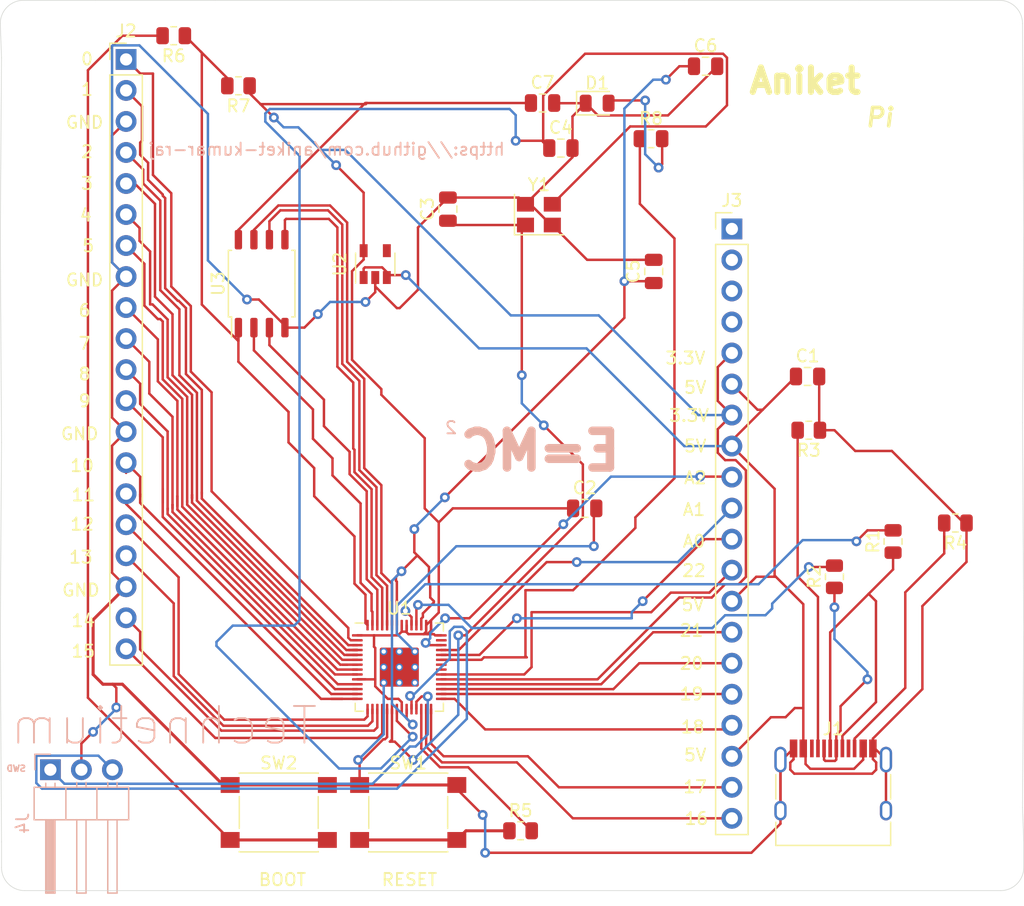
<source format=kicad_pcb>
(kicad_pcb (version 20171130) (host pcbnew "(5.1.12)-1")

  (general
    (thickness 1.6)
    (drawings 69)
    (tracks 735)
    (zones 0)
    (modules 26)
    (nets 62)
  )

  (page A4)
  (layers
    (0 F.Cu signal)
    (31 B.Cu signal)
    (32 B.Adhes user)
    (33 F.Adhes user)
    (34 B.Paste user)
    (35 F.Paste user)
    (36 B.SilkS user)
    (37 F.SilkS user)
    (38 B.Mask user)
    (39 F.Mask user)
    (40 Dwgs.User user)
    (41 Cmts.User user)
    (42 Eco1.User user)
    (43 Eco2.User user)
    (44 Edge.Cuts user)
    (45 Margin user)
    (46 B.CrtYd user)
    (47 F.CrtYd user)
    (48 B.Fab user)
    (49 F.Fab user)
  )

  (setup
    (last_trace_width 0.2)
    (user_trace_width 0.2)
    (trace_clearance 0.2)
    (zone_clearance 0.508)
    (zone_45_only no)
    (trace_min 0.2)
    (via_size 0.8)
    (via_drill 0.4)
    (via_min_size 0.4)
    (via_min_drill 0.3)
    (uvia_size 0.3)
    (uvia_drill 0.1)
    (uvias_allowed no)
    (uvia_min_size 0.2)
    (uvia_min_drill 0.1)
    (edge_width 0.05)
    (segment_width 0.2)
    (pcb_text_width 0.3)
    (pcb_text_size 1.5 1.5)
    (mod_edge_width 0.12)
    (mod_text_size 1 1)
    (mod_text_width 0.15)
    (pad_size 1.524 1.524)
    (pad_drill 0.762)
    (pad_to_mask_clearance 0)
    (aux_axis_origin 0 0)
    (visible_elements 7FFFFFFF)
    (pcbplotparams
      (layerselection 0x010fc_ffffffff)
      (usegerberextensions true)
      (usegerberattributes true)
      (usegerberadvancedattributes true)
      (creategerberjobfile true)
      (excludeedgelayer true)
      (linewidth 0.100000)
      (plotframeref false)
      (viasonmask false)
      (mode 1)
      (useauxorigin false)
      (hpglpennumber 1)
      (hpglpenspeed 20)
      (hpglpendiameter 15.000000)
      (psnegative false)
      (psa4output false)
      (plotreference true)
      (plotvalue true)
      (plotinvisibletext false)
      (padsonsilk false)
      (subtractmaskfromsilk false)
      (outputformat 1)
      (mirror false)
      (drillshape 0)
      (scaleselection 1)
      (outputdirectory "./"))
  )

  (net 0 "")
  (net 1 "Net-(U1-Pad41)")
  (net 2 GND)
  (net 3 "Net-(U2-Pad4)")
  (net 4 "Net-(J1-PadB8)")
  (net 5 "Net-(J1-PadA5)")
  (net 6 "Net-(J1-PadA8)")
  (net 7 "Net-(J1-PadB5)")
  (net 8 "Net-(R1-Pad2)")
  (net 9 "Net-(R2-Pad2)")
  (net 10 "Net-(R5-Pad2)")
  (net 11 "Net-(R5-Pad1)")
  (net 12 /+5v)
  (net 13 /+3.3v)
  (net 14 /XIN)
  (net 15 /XOUT)
  (net 16 "Net-(C5-Pad1)")
  (net 17 "Net-(D1-Pad2)")
  (net 18 /D-)
  (net 19 /D+)
  (net 20 /GPIO15)
  (net 21 /GPIO14)
  (net 22 /GPIO13)
  (net 23 /GPIO12)
  (net 24 /GPIO11)
  (net 25 /GPIO10)
  (net 26 /GPIO9)
  (net 27 /GPIO8)
  (net 28 /GPIO7)
  (net 29 /GPIO6)
  (net 30 /GPIO5)
  (net 31 /GPIO4)
  (net 32 /GPIO3)
  (net 33 /GPIO2)
  (net 34 /GPIO1)
  (net 35 /GPIO0)
  (net 36 /GPIO16)
  (net 37 /GPIO17)
  (net 38 /GPIO18)
  (net 39 /GPIO19)
  (net 40 /GPIO20)
  (net 41 /GPIO21)
  (net 42 /GPIO22)
  (net 43 /GPIO26)
  (net 44 /GPIO27)
  (net 45 /GPIO28)
  (net 46 "Net-(J3-Pad4)")
  (net 47 "Net-(J3-Pad3)")
  (net 48 "Net-(J3-Pad2)")
  (net 49 "Net-(J3-Pad1)")
  (net 50 "Net-(R6-Pad2)")
  (net 51 /QSPI_SS)
  (net 52 /GIO25)
  (net 53 /QSPI_SD3)
  (net 54 /QSPI_SCLK)
  (net 55 /QSPI_SD0)
  (net 56 /QSPI_SD2)
  (net 57 /QSPI_SD1)
  (net 58 /SWCLK)
  (net 59 /SWD)
  (net 60 "Net-(U1-Pad35)")
  (net 61 "Net-(U1-Pad36)")

  (net_class Default "This is the default net class."
    (clearance 0.2)
    (trace_width 0.25)
    (via_dia 0.8)
    (via_drill 0.4)
    (uvia_dia 0.3)
    (uvia_drill 0.1)
    (add_net /+3.3v)
    (add_net /+5v)
    (add_net /D+)
    (add_net /D-)
    (add_net /GIO25)
    (add_net /GPIO0)
    (add_net /GPIO1)
    (add_net /GPIO10)
    (add_net /GPIO11)
    (add_net /GPIO12)
    (add_net /GPIO13)
    (add_net /GPIO14)
    (add_net /GPIO15)
    (add_net /GPIO16)
    (add_net /GPIO17)
    (add_net /GPIO18)
    (add_net /GPIO19)
    (add_net /GPIO2)
    (add_net /GPIO20)
    (add_net /GPIO21)
    (add_net /GPIO22)
    (add_net /GPIO26)
    (add_net /GPIO27)
    (add_net /GPIO28)
    (add_net /GPIO3)
    (add_net /GPIO4)
    (add_net /GPIO5)
    (add_net /GPIO6)
    (add_net /GPIO7)
    (add_net /GPIO8)
    (add_net /GPIO9)
    (add_net /QSPI_SCLK)
    (add_net /QSPI_SD0)
    (add_net /QSPI_SD1)
    (add_net /QSPI_SD2)
    (add_net /QSPI_SD3)
    (add_net /QSPI_SS)
    (add_net /SWCLK)
    (add_net /SWD)
    (add_net /XIN)
    (add_net /XOUT)
    (add_net GND)
    (add_net "Net-(C5-Pad1)")
    (add_net "Net-(D1-Pad2)")
    (add_net "Net-(J1-PadA5)")
    (add_net "Net-(J1-PadA8)")
    (add_net "Net-(J1-PadB5)")
    (add_net "Net-(J1-PadB8)")
    (add_net "Net-(J3-Pad1)")
    (add_net "Net-(J3-Pad2)")
    (add_net "Net-(J3-Pad3)")
    (add_net "Net-(J3-Pad4)")
    (add_net "Net-(R1-Pad2)")
    (add_net "Net-(R2-Pad2)")
    (add_net "Net-(R5-Pad1)")
    (add_net "Net-(R5-Pad2)")
    (add_net "Net-(R6-Pad2)")
    (add_net "Net-(U1-Pad35)")
    (add_net "Net-(U1-Pad36)")
    (add_net "Net-(U1-Pad41)")
    (add_net "Net-(U2-Pad4)")
  )

  (module RP2040_minimal_r2:RP2040-QFN-56 (layer F.Cu) (tedit 5EF32B43) (tstamp 696018F3)
    (at 140.67 115.8)
    (descr "QFN, 56 Pin (http://www.cypress.com/file/416486/download#page=40), generated with kicad-footprint-generator ipc_dfn_qfn_generator.py")
    (tags "QFN DFN_QFN")
    (path /695FBAEF)
    (attr smd)
    (fp_text reference U1 (at 0 -4.82) (layer F.SilkS)
      (effects (font (size 1 1) (thickness 0.15)))
    )
    (fp_text value RP2040 (at 0 4.82) (layer F.Fab)
      (effects (font (size 1 1) (thickness 0.15)))
    )
    (fp_line (start 4.12 -4.12) (end -4.12 -4.12) (layer F.CrtYd) (width 0.05))
    (fp_line (start 4.12 4.12) (end 4.12 -4.12) (layer F.CrtYd) (width 0.05))
    (fp_line (start -4.12 4.12) (end 4.12 4.12) (layer F.CrtYd) (width 0.05))
    (fp_line (start -4.12 -4.12) (end -4.12 4.12) (layer F.CrtYd) (width 0.05))
    (fp_line (start -3.5 -2.5) (end -2.5 -3.5) (layer F.Fab) (width 0.1))
    (fp_line (start -3.5 3.5) (end -3.5 -2.5) (layer F.Fab) (width 0.1))
    (fp_line (start 3.5 3.5) (end -3.5 3.5) (layer F.Fab) (width 0.1))
    (fp_line (start 3.5 -3.5) (end 3.5 3.5) (layer F.Fab) (width 0.1))
    (fp_line (start -2.5 -3.5) (end 3.5 -3.5) (layer F.Fab) (width 0.1))
    (fp_line (start -2.96 -3.61) (end -3.61 -3.61) (layer F.SilkS) (width 0.12))
    (fp_line (start 3.61 3.61) (end 3.61 2.96) (layer F.SilkS) (width 0.12))
    (fp_line (start 2.96 3.61) (end 3.61 3.61) (layer F.SilkS) (width 0.12))
    (fp_line (start -3.61 3.61) (end -3.61 2.96) (layer F.SilkS) (width 0.12))
    (fp_line (start -2.96 3.61) (end -3.61 3.61) (layer F.SilkS) (width 0.12))
    (fp_line (start 3.61 -3.61) (end 3.61 -2.96) (layer F.SilkS) (width 0.12))
    (fp_line (start 2.96 -3.61) (end 3.61 -3.61) (layer F.SilkS) (width 0.12))
    (fp_text user %R (at 0 0) (layer F.Fab)
      (effects (font (size 1 1) (thickness 0.15)))
    )
    (pad 57 smd roundrect (at 0 0) (size 3.2 3.2) (layers F.Cu F.Mask) (roundrect_rratio 0.045)
      (net 2 GND))
    (pad 57 thru_hole circle (at -1.275 -1.275) (size 0.6 0.6) (drill 0.35) (layers *.Cu)
      (net 2 GND))
    (pad 57 thru_hole circle (at 0 -1.275) (size 0.6 0.6) (drill 0.35) (layers *.Cu)
      (net 2 GND))
    (pad 57 thru_hole circle (at 1.275 -1.275) (size 0.6 0.6) (drill 0.35) (layers *.Cu)
      (net 2 GND))
    (pad 57 thru_hole circle (at -1.275 0) (size 0.6 0.6) (drill 0.35) (layers *.Cu)
      (net 2 GND))
    (pad 57 thru_hole circle (at 0 0) (size 0.6 0.6) (drill 0.35) (layers *.Cu)
      (net 2 GND))
    (pad 57 thru_hole circle (at 1.275 0) (size 0.6 0.6) (drill 0.35) (layers *.Cu)
      (net 2 GND))
    (pad 57 thru_hole circle (at -1.275 1.275) (size 0.6 0.6) (drill 0.35) (layers *.Cu)
      (net 2 GND))
    (pad 57 thru_hole circle (at 0 1.275) (size 0.6 0.6) (drill 0.35) (layers *.Cu)
      (net 2 GND))
    (pad 57 thru_hole circle (at 1.275 1.275) (size 0.6 0.6) (drill 0.35) (layers *.Cu)
      (net 2 GND))
    (pad "" smd roundrect (at -0.6375 -0.6375) (size 1.084435 1.084435) (layers F.Paste) (roundrect_rratio 0.2305347946165515))
    (pad "" smd roundrect (at -0.6375 0.6375) (size 1.084435 1.084435) (layers F.Paste) (roundrect_rratio 0.2305347946165515))
    (pad "" smd roundrect (at 0.6375 -0.6375) (size 1.084435 1.084435) (layers F.Paste) (roundrect_rratio 0.2305347946165515))
    (pad "" smd roundrect (at 0.6375 0.6375) (size 1.084435 1.084435) (layers F.Paste) (roundrect_rratio 0.2305347946165515))
    (pad 1 smd roundrect (at -3.4375 -2.6) (size 0.875 0.2) (layers F.Cu F.Paste F.Mask) (roundrect_rratio 0.25)
      (net 13 /+3.3v))
    (pad 2 smd roundrect (at -3.4375 -2.2) (size 0.875 0.2) (layers F.Cu F.Paste F.Mask) (roundrect_rratio 0.25)
      (net 35 /GPIO0))
    (pad 3 smd roundrect (at -3.4375 -1.8) (size 0.875 0.2) (layers F.Cu F.Paste F.Mask) (roundrect_rratio 0.25)
      (net 34 /GPIO1))
    (pad 4 smd roundrect (at -3.4375 -1.4) (size 0.875 0.2) (layers F.Cu F.Paste F.Mask) (roundrect_rratio 0.25)
      (net 33 /GPIO2))
    (pad 5 smd roundrect (at -3.4375 -1) (size 0.875 0.2) (layers F.Cu F.Paste F.Mask) (roundrect_rratio 0.25)
      (net 32 /GPIO3))
    (pad 6 smd roundrect (at -3.4375 -0.6) (size 0.875 0.2) (layers F.Cu F.Paste F.Mask) (roundrect_rratio 0.25)
      (net 31 /GPIO4))
    (pad 7 smd roundrect (at -3.4375 -0.2) (size 0.875 0.2) (layers F.Cu F.Paste F.Mask) (roundrect_rratio 0.25)
      (net 30 /GPIO5))
    (pad 8 smd roundrect (at -3.4375 0.2) (size 0.875 0.2) (layers F.Cu F.Paste F.Mask) (roundrect_rratio 0.25)
      (net 29 /GPIO6))
    (pad 9 smd roundrect (at -3.4375 0.6) (size 0.875 0.2) (layers F.Cu F.Paste F.Mask) (roundrect_rratio 0.25)
      (net 28 /GPIO7))
    (pad 10 smd roundrect (at -3.4375 1) (size 0.875 0.2) (layers F.Cu F.Paste F.Mask) (roundrect_rratio 0.25)
      (net 13 /+3.3v))
    (pad 11 smd roundrect (at -3.4375 1.4) (size 0.875 0.2) (layers F.Cu F.Paste F.Mask) (roundrect_rratio 0.25)
      (net 27 /GPIO8))
    (pad 12 smd roundrect (at -3.4375 1.8) (size 0.875 0.2) (layers F.Cu F.Paste F.Mask) (roundrect_rratio 0.25)
      (net 26 /GPIO9))
    (pad 13 smd roundrect (at -3.4375 2.2) (size 0.875 0.2) (layers F.Cu F.Paste F.Mask) (roundrect_rratio 0.25)
      (net 25 /GPIO10))
    (pad 14 smd roundrect (at -3.4375 2.6) (size 0.875 0.2) (layers F.Cu F.Paste F.Mask) (roundrect_rratio 0.25)
      (net 24 /GPIO11))
    (pad 15 smd roundrect (at -2.6 3.4375) (size 0.2 0.875) (layers F.Cu F.Paste F.Mask) (roundrect_rratio 0.25)
      (net 23 /GPIO12))
    (pad 16 smd roundrect (at -2.2 3.4375) (size 0.2 0.875) (layers F.Cu F.Paste F.Mask) (roundrect_rratio 0.25)
      (net 22 /GPIO13))
    (pad 17 smd roundrect (at -1.8 3.4375) (size 0.2 0.875) (layers F.Cu F.Paste F.Mask) (roundrect_rratio 0.25)
      (net 21 /GPIO14))
    (pad 18 smd roundrect (at -1.4 3.4375) (size 0.2 0.875) (layers F.Cu F.Paste F.Mask) (roundrect_rratio 0.25)
      (net 20 /GPIO15))
    (pad 19 smd roundrect (at -1 3.4375) (size 0.2 0.875) (layers F.Cu F.Paste F.Mask) (roundrect_rratio 0.25)
      (net 2 GND))
    (pad 20 smd roundrect (at -0.6 3.4375) (size 0.2 0.875) (layers F.Cu F.Paste F.Mask) (roundrect_rratio 0.25)
      (net 14 /XIN))
    (pad 21 smd roundrect (at -0.2 3.4375) (size 0.2 0.875) (layers F.Cu F.Paste F.Mask) (roundrect_rratio 0.25)
      (net 15 /XOUT))
    (pad 22 smd roundrect (at 0.2 3.4375) (size 0.2 0.875) (layers F.Cu F.Paste F.Mask) (roundrect_rratio 0.25)
      (net 13 /+3.3v))
    (pad 23 smd roundrect (at 0.6 3.4375) (size 0.2 0.875) (layers F.Cu F.Paste F.Mask) (roundrect_rratio 0.25)
      (net 16 "Net-(C5-Pad1)"))
    (pad 24 smd roundrect (at 1 3.4375) (size 0.2 0.875) (layers F.Cu F.Paste F.Mask) (roundrect_rratio 0.25)
      (net 58 /SWCLK))
    (pad 25 smd roundrect (at 1.4 3.4375) (size 0.2 0.875) (layers F.Cu F.Paste F.Mask) (roundrect_rratio 0.25)
      (net 59 /SWD))
    (pad 26 smd roundrect (at 1.8 3.4375) (size 0.2 0.875) (layers F.Cu F.Paste F.Mask) (roundrect_rratio 0.25)
      (net 10 "Net-(R5-Pad2)"))
    (pad 27 smd roundrect (at 2.2 3.4375) (size 0.2 0.875) (layers F.Cu F.Paste F.Mask) (roundrect_rratio 0.25)
      (net 36 /GPIO16))
    (pad 28 smd roundrect (at 2.6 3.4375) (size 0.2 0.875) (layers F.Cu F.Paste F.Mask) (roundrect_rratio 0.25)
      (net 37 /GPIO17))
    (pad 29 smd roundrect (at 3.4375 2.6) (size 0.875 0.2) (layers F.Cu F.Paste F.Mask) (roundrect_rratio 0.25)
      (net 38 /GPIO18))
    (pad 30 smd roundrect (at 3.4375 2.2) (size 0.875 0.2) (layers F.Cu F.Paste F.Mask) (roundrect_rratio 0.25)
      (net 39 /GPIO19))
    (pad 31 smd roundrect (at 3.4375 1.8) (size 0.875 0.2) (layers F.Cu F.Paste F.Mask) (roundrect_rratio 0.25)
      (net 40 /GPIO20))
    (pad 32 smd roundrect (at 3.4375 1.4) (size 0.875 0.2) (layers F.Cu F.Paste F.Mask) (roundrect_rratio 0.25)
      (net 41 /GPIO21))
    (pad 33 smd roundrect (at 3.4375 1) (size 0.875 0.2) (layers F.Cu F.Paste F.Mask) (roundrect_rratio 0.25)
      (net 13 /+3.3v))
    (pad 34 smd roundrect (at 3.4375 0.6) (size 0.875 0.2) (layers F.Cu F.Paste F.Mask) (roundrect_rratio 0.25)
      (net 42 /GPIO22))
    (pad 35 smd roundrect (at 3.4375 0.2) (size 0.875 0.2) (layers F.Cu F.Paste F.Mask) (roundrect_rratio 0.25)
      (net 60 "Net-(U1-Pad35)"))
    (pad 36 smd roundrect (at 3.4375 -0.2) (size 0.875 0.2) (layers F.Cu F.Paste F.Mask) (roundrect_rratio 0.25)
      (net 61 "Net-(U1-Pad36)"))
    (pad 37 smd roundrect (at 3.4375 -0.6) (size 0.875 0.2) (layers F.Cu F.Paste F.Mask) (roundrect_rratio 0.25)
      (net 52 /GIO25))
    (pad 38 smd roundrect (at 3.4375 -1) (size 0.875 0.2) (layers F.Cu F.Paste F.Mask) (roundrect_rratio 0.25)
      (net 43 /GPIO26))
    (pad 39 smd roundrect (at 3.4375 -1.4) (size 0.875 0.2) (layers F.Cu F.Paste F.Mask) (roundrect_rratio 0.25)
      (net 44 /GPIO27))
    (pad 40 smd roundrect (at 3.4375 -1.8) (size 0.875 0.2) (layers F.Cu F.Paste F.Mask) (roundrect_rratio 0.25)
      (net 45 /GPIO28))
    (pad 41 smd roundrect (at 3.4375 -2.2) (size 0.875 0.2) (layers F.Cu F.Paste F.Mask) (roundrect_rratio 0.25)
      (net 1 "Net-(U1-Pad41)"))
    (pad 42 smd roundrect (at 3.4375 -2.6) (size 0.875 0.2) (layers F.Cu F.Paste F.Mask) (roundrect_rratio 0.25)
      (net 13 /+3.3v))
    (pad 43 smd roundrect (at 2.6 -3.4375) (size 0.2 0.875) (layers F.Cu F.Paste F.Mask) (roundrect_rratio 0.25)
      (net 13 /+3.3v))
    (pad 44 smd roundrect (at 2.2 -3.4375) (size 0.2 0.875) (layers F.Cu F.Paste F.Mask) (roundrect_rratio 0.25)
      (net 13 /+3.3v))
    (pad 45 smd roundrect (at 1.8 -3.4375) (size 0.2 0.875) (layers F.Cu F.Paste F.Mask) (roundrect_rratio 0.25)
      (net 16 "Net-(C5-Pad1)"))
    (pad 46 smd roundrect (at 1.4 -3.4375) (size 0.2 0.875) (layers F.Cu F.Paste F.Mask) (roundrect_rratio 0.25)
      (net 9 "Net-(R2-Pad2)"))
    (pad 47 smd roundrect (at 1 -3.4375) (size 0.2 0.875) (layers F.Cu F.Paste F.Mask) (roundrect_rratio 0.25)
      (net 8 "Net-(R1-Pad2)"))
    (pad 48 smd roundrect (at 0.6 -3.4375) (size 0.2 0.875) (layers F.Cu F.Paste F.Mask) (roundrect_rratio 0.25)
      (net 13 /+3.3v))
    (pad 49 smd roundrect (at 0.2 -3.4375) (size 0.2 0.875) (layers F.Cu F.Paste F.Mask) (roundrect_rratio 0.25)
      (net 13 /+3.3v))
    (pad 50 smd roundrect (at -0.2 -3.4375) (size 0.2 0.875) (layers F.Cu F.Paste F.Mask) (roundrect_rratio 0.25)
      (net 16 "Net-(C5-Pad1)"))
    (pad 51 smd roundrect (at -0.6 -3.4375) (size 0.2 0.875) (layers F.Cu F.Paste F.Mask) (roundrect_rratio 0.25)
      (net 53 /QSPI_SD3))
    (pad 52 smd roundrect (at -1 -3.4375) (size 0.2 0.875) (layers F.Cu F.Paste F.Mask) (roundrect_rratio 0.25)
      (net 54 /QSPI_SCLK))
    (pad 53 smd roundrect (at -1.4 -3.4375) (size 0.2 0.875) (layers F.Cu F.Paste F.Mask) (roundrect_rratio 0.25)
      (net 55 /QSPI_SD0))
    (pad 54 smd roundrect (at -1.8 -3.4375) (size 0.2 0.875) (layers F.Cu F.Paste F.Mask) (roundrect_rratio 0.25)
      (net 56 /QSPI_SD2))
    (pad 55 smd roundrect (at -2.2 -3.4375) (size 0.2 0.875) (layers F.Cu F.Paste F.Mask) (roundrect_rratio 0.25)
      (net 57 /QSPI_SD1))
    (pad 56 smd roundrect (at -2.6 -3.4375) (size 0.2 0.875) (layers F.Cu F.Paste F.Mask) (roundrect_rratio 0.25)
      (net 51 /QSPI_SS))
    (model ${KISYS3DMOD}/Package_DFN_QFN.3dshapes/QFN-56-1EP_7x7mm_P0.4mm_EP5.6x5.6mm.wrl
      (at (xyz 0 0 0))
      (scale (xyz 1 1 1))
      (rotate (xyz 0 0 0))
    )
  )

  (module Connector_PinHeader_2.54mm:PinHeader_1x03_P2.54mm_Horizontal (layer B.Cu) (tedit 59FED5CB) (tstamp 6961C828)
    (at 112.1 124.2 270)
    (descr "Through hole angled pin header, 1x03, 2.54mm pitch, 6mm pin length, single row")
    (tags "Through hole angled pin header THT 1x03 2.54mm single row")
    (path /69828898)
    (fp_text reference J4 (at 4.385 2.27 270) (layer B.SilkS)
      (effects (font (size 1 1) (thickness 0.15)) (justify mirror))
    )
    (fp_text value Conn_01x03_Male (at 4.385 -7.35 270) (layer B.Fab)
      (effects (font (size 1 1) (thickness 0.15)) (justify mirror))
    )
    (fp_line (start 10.55 1.8) (end -1.8 1.8) (layer B.CrtYd) (width 0.05))
    (fp_line (start 10.55 -6.85) (end 10.55 1.8) (layer B.CrtYd) (width 0.05))
    (fp_line (start -1.8 -6.85) (end 10.55 -6.85) (layer B.CrtYd) (width 0.05))
    (fp_line (start -1.8 1.8) (end -1.8 -6.85) (layer B.CrtYd) (width 0.05))
    (fp_line (start -1.27 1.27) (end 0 1.27) (layer B.SilkS) (width 0.12))
    (fp_line (start -1.27 0) (end -1.27 1.27) (layer B.SilkS) (width 0.12))
    (fp_line (start 1.042929 -5.46) (end 1.44 -5.46) (layer B.SilkS) (width 0.12))
    (fp_line (start 1.042929 -4.7) (end 1.44 -4.7) (layer B.SilkS) (width 0.12))
    (fp_line (start 10.1 -5.46) (end 4.1 -5.46) (layer B.SilkS) (width 0.12))
    (fp_line (start 10.1 -4.7) (end 10.1 -5.46) (layer B.SilkS) (width 0.12))
    (fp_line (start 4.1 -4.7) (end 10.1 -4.7) (layer B.SilkS) (width 0.12))
    (fp_line (start 1.44 -3.81) (end 4.1 -3.81) (layer B.SilkS) (width 0.12))
    (fp_line (start 1.042929 -2.92) (end 1.44 -2.92) (layer B.SilkS) (width 0.12))
    (fp_line (start 1.042929 -2.16) (end 1.44 -2.16) (layer B.SilkS) (width 0.12))
    (fp_line (start 10.1 -2.92) (end 4.1 -2.92) (layer B.SilkS) (width 0.12))
    (fp_line (start 10.1 -2.16) (end 10.1 -2.92) (layer B.SilkS) (width 0.12))
    (fp_line (start 4.1 -2.16) (end 10.1 -2.16) (layer B.SilkS) (width 0.12))
    (fp_line (start 1.44 -1.27) (end 4.1 -1.27) (layer B.SilkS) (width 0.12))
    (fp_line (start 1.11 -0.38) (end 1.44 -0.38) (layer B.SilkS) (width 0.12))
    (fp_line (start 1.11 0.38) (end 1.44 0.38) (layer B.SilkS) (width 0.12))
    (fp_line (start 4.1 -0.28) (end 10.1 -0.28) (layer B.SilkS) (width 0.12))
    (fp_line (start 4.1 -0.16) (end 10.1 -0.16) (layer B.SilkS) (width 0.12))
    (fp_line (start 4.1 -0.04) (end 10.1 -0.04) (layer B.SilkS) (width 0.12))
    (fp_line (start 4.1 0.08) (end 10.1 0.08) (layer B.SilkS) (width 0.12))
    (fp_line (start 4.1 0.2) (end 10.1 0.2) (layer B.SilkS) (width 0.12))
    (fp_line (start 4.1 0.32) (end 10.1 0.32) (layer B.SilkS) (width 0.12))
    (fp_line (start 10.1 -0.38) (end 4.1 -0.38) (layer B.SilkS) (width 0.12))
    (fp_line (start 10.1 0.38) (end 10.1 -0.38) (layer B.SilkS) (width 0.12))
    (fp_line (start 4.1 0.38) (end 10.1 0.38) (layer B.SilkS) (width 0.12))
    (fp_line (start 4.1 1.33) (end 1.44 1.33) (layer B.SilkS) (width 0.12))
    (fp_line (start 4.1 -6.41) (end 4.1 1.33) (layer B.SilkS) (width 0.12))
    (fp_line (start 1.44 -6.41) (end 4.1 -6.41) (layer B.SilkS) (width 0.12))
    (fp_line (start 1.44 1.33) (end 1.44 -6.41) (layer B.SilkS) (width 0.12))
    (fp_line (start 4.04 -5.4) (end 10.04 -5.4) (layer B.Fab) (width 0.1))
    (fp_line (start 10.04 -4.76) (end 10.04 -5.4) (layer B.Fab) (width 0.1))
    (fp_line (start 4.04 -4.76) (end 10.04 -4.76) (layer B.Fab) (width 0.1))
    (fp_line (start -0.32 -5.4) (end 1.5 -5.4) (layer B.Fab) (width 0.1))
    (fp_line (start -0.32 -4.76) (end -0.32 -5.4) (layer B.Fab) (width 0.1))
    (fp_line (start -0.32 -4.76) (end 1.5 -4.76) (layer B.Fab) (width 0.1))
    (fp_line (start 4.04 -2.86) (end 10.04 -2.86) (layer B.Fab) (width 0.1))
    (fp_line (start 10.04 -2.22) (end 10.04 -2.86) (layer B.Fab) (width 0.1))
    (fp_line (start 4.04 -2.22) (end 10.04 -2.22) (layer B.Fab) (width 0.1))
    (fp_line (start -0.32 -2.86) (end 1.5 -2.86) (layer B.Fab) (width 0.1))
    (fp_line (start -0.32 -2.22) (end -0.32 -2.86) (layer B.Fab) (width 0.1))
    (fp_line (start -0.32 -2.22) (end 1.5 -2.22) (layer B.Fab) (width 0.1))
    (fp_line (start 4.04 -0.32) (end 10.04 -0.32) (layer B.Fab) (width 0.1))
    (fp_line (start 10.04 0.32) (end 10.04 -0.32) (layer B.Fab) (width 0.1))
    (fp_line (start 4.04 0.32) (end 10.04 0.32) (layer B.Fab) (width 0.1))
    (fp_line (start -0.32 -0.32) (end 1.5 -0.32) (layer B.Fab) (width 0.1))
    (fp_line (start -0.32 0.32) (end -0.32 -0.32) (layer B.Fab) (width 0.1))
    (fp_line (start -0.32 0.32) (end 1.5 0.32) (layer B.Fab) (width 0.1))
    (fp_line (start 1.5 0.635) (end 2.135 1.27) (layer B.Fab) (width 0.1))
    (fp_line (start 1.5 -6.35) (end 1.5 0.635) (layer B.Fab) (width 0.1))
    (fp_line (start 4.04 -6.35) (end 1.5 -6.35) (layer B.Fab) (width 0.1))
    (fp_line (start 4.04 1.27) (end 4.04 -6.35) (layer B.Fab) (width 0.1))
    (fp_line (start 2.135 1.27) (end 4.04 1.27) (layer B.Fab) (width 0.1))
    (fp_text user %R (at 2.77 -2.54) (layer B.Fab)
      (effects (font (size 1 1) (thickness 0.15)) (justify mirror))
    )
    (pad 1 thru_hole rect (at 0 0 270) (size 1.7 1.7) (drill 1) (layers *.Cu *.Mask)
      (net 59 /SWD))
    (pad 2 thru_hole oval (at 0 -2.54 270) (size 1.7 1.7) (drill 1) (layers *.Cu *.Mask)
      (net 2 GND))
    (pad 3 thru_hole oval (at 0 -5.08 270) (size 1.7 1.7) (drill 1) (layers *.Cu *.Mask)
      (net 58 /SWCLK))
    (model ${KISYS3DMOD}/Connector_PinHeader_2.54mm.3dshapes/PinHeader_1x03_P2.54mm_Horizontal.wrl
      (at (xyz 0 0 0))
      (scale (xyz 1 1 1))
      (rotate (xyz 0 0 0))
    )
  )

  (module Crystal:Crystal_SMD_3225-4Pin_3.2x2.5mm (layer F.Cu) (tedit 5A0FD1B2) (tstamp 6960D403)
    (at 152.1 78.75)
    (descr "SMD Crystal SERIES SMD3225/4 http://www.txccrystal.com/images/pdf/7m-accuracy.pdf, 3.2x2.5mm^2 package")
    (tags "SMD SMT crystal")
    (path /69622EDF)
    (attr smd)
    (fp_text reference Y1 (at 0 -2.45) (layer F.SilkS)
      (effects (font (size 1 1) (thickness 0.15)))
    )
    (fp_text value Crystal_GND24 (at 0 2.45) (layer F.Fab)
      (effects (font (size 1 1) (thickness 0.15)))
    )
    (fp_line (start -1.6 -1.25) (end -1.6 1.25) (layer F.Fab) (width 0.1))
    (fp_line (start -1.6 1.25) (end 1.6 1.25) (layer F.Fab) (width 0.1))
    (fp_line (start 1.6 1.25) (end 1.6 -1.25) (layer F.Fab) (width 0.1))
    (fp_line (start 1.6 -1.25) (end -1.6 -1.25) (layer F.Fab) (width 0.1))
    (fp_line (start -1.6 0.25) (end -0.6 1.25) (layer F.Fab) (width 0.1))
    (fp_line (start -2 -1.65) (end -2 1.65) (layer F.SilkS) (width 0.12))
    (fp_line (start -2 1.65) (end 2 1.65) (layer F.SilkS) (width 0.12))
    (fp_line (start -2.1 -1.7) (end -2.1 1.7) (layer F.CrtYd) (width 0.05))
    (fp_line (start -2.1 1.7) (end 2.1 1.7) (layer F.CrtYd) (width 0.05))
    (fp_line (start 2.1 1.7) (end 2.1 -1.7) (layer F.CrtYd) (width 0.05))
    (fp_line (start 2.1 -1.7) (end -2.1 -1.7) (layer F.CrtYd) (width 0.05))
    (fp_text user %R (at 0 0) (layer F.Fab)
      (effects (font (size 0.7 0.7) (thickness 0.105)))
    )
    (pad 4 smd rect (at -1.1 -0.85) (size 1.4 1.2) (layers F.Cu F.Paste F.Mask)
      (net 2 GND))
    (pad 3 smd rect (at 1.1 -0.85) (size 1.4 1.2) (layers F.Cu F.Paste F.Mask)
      (net 15 /XOUT))
    (pad 2 smd rect (at 1.1 0.85) (size 1.4 1.2) (layers F.Cu F.Paste F.Mask)
      (net 2 GND))
    (pad 1 smd rect (at -1.1 0.85) (size 1.4 1.2) (layers F.Cu F.Paste F.Mask)
      (net 14 /XIN))
    (model ${KISYS3DMOD}/Crystal.3dshapes/Crystal_SMD_3225-4Pin_3.2x2.5mm.wrl
      (at (xyz 0 0 0))
      (scale (xyz 1 1 1))
      (rotate (xyz 0 0 0))
    )
  )

  (module Package_SO:SOIC-8_5.23x5.23mm_P1.27mm (layer F.Cu) (tedit 5D9F72B1) (tstamp 6960D3EF)
    (at 129.4 84.4 90)
    (descr "SOIC, 8 Pin (http://www.winbond.com/resource-files/w25q32jv%20revg%2003272018%20plus.pdf#page=68), generated with kicad-footprint-generator ipc_gullwing_generator.py")
    (tags "SOIC SO")
    (path /69636C0B)
    (attr smd)
    (fp_text reference U3 (at 0 -3.56 90) (layer F.SilkS)
      (effects (font (size 1 1) (thickness 0.15)))
    )
    (fp_text value Memory_Flash_W25Q128JVS (at 0 3.56 90) (layer F.Fab)
      (effects (font (size 1 1) (thickness 0.15)))
    )
    (fp_line (start 0 2.725) (end 2.725 2.725) (layer F.SilkS) (width 0.12))
    (fp_line (start 2.725 2.725) (end 2.725 2.465) (layer F.SilkS) (width 0.12))
    (fp_line (start 0 2.725) (end -2.725 2.725) (layer F.SilkS) (width 0.12))
    (fp_line (start -2.725 2.725) (end -2.725 2.465) (layer F.SilkS) (width 0.12))
    (fp_line (start 0 -2.725) (end 2.725 -2.725) (layer F.SilkS) (width 0.12))
    (fp_line (start 2.725 -2.725) (end 2.725 -2.465) (layer F.SilkS) (width 0.12))
    (fp_line (start 0 -2.725) (end -2.725 -2.725) (layer F.SilkS) (width 0.12))
    (fp_line (start -2.725 -2.725) (end -2.725 -2.465) (layer F.SilkS) (width 0.12))
    (fp_line (start -2.725 -2.465) (end -4.4 -2.465) (layer F.SilkS) (width 0.12))
    (fp_line (start -1.615 -2.615) (end 2.615 -2.615) (layer F.Fab) (width 0.1))
    (fp_line (start 2.615 -2.615) (end 2.615 2.615) (layer F.Fab) (width 0.1))
    (fp_line (start 2.615 2.615) (end -2.615 2.615) (layer F.Fab) (width 0.1))
    (fp_line (start -2.615 2.615) (end -2.615 -1.615) (layer F.Fab) (width 0.1))
    (fp_line (start -2.615 -1.615) (end -1.615 -2.615) (layer F.Fab) (width 0.1))
    (fp_line (start -4.65 -2.86) (end -4.65 2.86) (layer F.CrtYd) (width 0.05))
    (fp_line (start -4.65 2.86) (end 4.65 2.86) (layer F.CrtYd) (width 0.05))
    (fp_line (start 4.65 2.86) (end 4.65 -2.86) (layer F.CrtYd) (width 0.05))
    (fp_line (start 4.65 -2.86) (end -4.65 -2.86) (layer F.CrtYd) (width 0.05))
    (fp_text user %R (at 0 0 90) (layer F.Fab)
      (effects (font (size 1 1) (thickness 0.15)))
    )
    (pad 8 smd roundrect (at 3.6 -1.905 90) (size 1.6 0.6) (layers F.Cu F.Paste F.Mask) (roundrect_rratio 0.25)
      (net 13 /+3.3v))
    (pad 7 smd roundrect (at 3.6 -0.635 90) (size 1.6 0.6) (layers F.Cu F.Paste F.Mask) (roundrect_rratio 0.25)
      (net 53 /QSPI_SD3))
    (pad 6 smd roundrect (at 3.6 0.635 90) (size 1.6 0.6) (layers F.Cu F.Paste F.Mask) (roundrect_rratio 0.25)
      (net 54 /QSPI_SCLK))
    (pad 5 smd roundrect (at 3.6 1.905 90) (size 1.6 0.6) (layers F.Cu F.Paste F.Mask) (roundrect_rratio 0.25)
      (net 55 /QSPI_SD0))
    (pad 4 smd roundrect (at -3.6 1.905 90) (size 1.6 0.6) (layers F.Cu F.Paste F.Mask) (roundrect_rratio 0.25)
      (net 2 GND))
    (pad 3 smd roundrect (at -3.6 0.635 90) (size 1.6 0.6) (layers F.Cu F.Paste F.Mask) (roundrect_rratio 0.25)
      (net 56 /QSPI_SD2))
    (pad 2 smd roundrect (at -3.6 -0.635 90) (size 1.6 0.6) (layers F.Cu F.Paste F.Mask) (roundrect_rratio 0.25)
      (net 57 /QSPI_SD1))
    (pad 1 smd roundrect (at -3.6 -1.905 90) (size 1.6 0.6) (layers F.Cu F.Paste F.Mask) (roundrect_rratio 0.25)
      (net 51 /QSPI_SS))
    (model ${KISYS3DMOD}/Package_SO.3dshapes/SOIC-8_5.23x5.23mm_P1.27mm.wrl
      (at (xyz 0 0 0))
      (scale (xyz 1 1 1))
      (rotate (xyz 0 0 0))
    )
  )

  (module Button_Switch_SMD:SW_SPST_PTS645 (layer F.Cu) (tedit 5A02FC95) (tstamp 6960D2F4)
    (at 130.8 127.7)
    (descr "C&K Components SPST SMD PTS645 Series 6mm Tact Switch")
    (tags "SPST Button Switch")
    (path /69728498)
    (attr smd)
    (fp_text reference SW2 (at 0 -4.05) (layer F.SilkS)
      (effects (font (size 1 1) (thickness 0.15)))
    )
    (fp_text value "SW_Push boot" (at 0 4.15) (layer F.Fab)
      (effects (font (size 1 1) (thickness 0.15)))
    )
    (fp_line (start -3 -3) (end -3 3) (layer F.Fab) (width 0.1))
    (fp_line (start -3 3) (end 3 3) (layer F.Fab) (width 0.1))
    (fp_line (start 3 3) (end 3 -3) (layer F.Fab) (width 0.1))
    (fp_line (start 3 -3) (end -3 -3) (layer F.Fab) (width 0.1))
    (fp_line (start 5.05 3.4) (end 5.05 -3.4) (layer F.CrtYd) (width 0.05))
    (fp_line (start -5.05 -3.4) (end -5.05 3.4) (layer F.CrtYd) (width 0.05))
    (fp_line (start -5.05 3.4) (end 5.05 3.4) (layer F.CrtYd) (width 0.05))
    (fp_line (start -5.05 -3.4) (end 5.05 -3.4) (layer F.CrtYd) (width 0.05))
    (fp_line (start 3.23 -3.23) (end 3.23 -3.2) (layer F.SilkS) (width 0.12))
    (fp_line (start 3.23 3.23) (end 3.23 3.2) (layer F.SilkS) (width 0.12))
    (fp_line (start -3.23 3.23) (end -3.23 3.2) (layer F.SilkS) (width 0.12))
    (fp_line (start -3.23 -3.2) (end -3.23 -3.23) (layer F.SilkS) (width 0.12))
    (fp_line (start 3.23 -1.3) (end 3.23 1.3) (layer F.SilkS) (width 0.12))
    (fp_line (start -3.23 -3.23) (end 3.23 -3.23) (layer F.SilkS) (width 0.12))
    (fp_line (start -3.23 -1.3) (end -3.23 1.3) (layer F.SilkS) (width 0.12))
    (fp_line (start -3.23 3.23) (end 3.23 3.23) (layer F.SilkS) (width 0.12))
    (fp_circle (center 0 0) (end 1.75 -0.05) (layer F.Fab) (width 0.1))
    (fp_text user %R (at 0 -4.05) (layer F.Fab)
      (effects (font (size 1 1) (thickness 0.15)))
    )
    (pad 2 smd rect (at 3.98 2.25) (size 1.55 1.3) (layers F.Cu F.Paste F.Mask)
      (net 50 "Net-(R6-Pad2)"))
    (pad 1 smd rect (at 3.98 -2.25) (size 1.55 1.3) (layers F.Cu F.Paste F.Mask)
      (net 2 GND))
    (pad 1 smd rect (at -3.98 -2.25) (size 1.55 1.3) (layers F.Cu F.Paste F.Mask)
      (net 2 GND))
    (pad 2 smd rect (at -3.98 2.25) (size 1.55 1.3) (layers F.Cu F.Paste F.Mask)
      (net 50 "Net-(R6-Pad2)"))
    (model ${KISYS3DMOD}/Button_Switch_SMD.3dshapes/SW_SPST_PTS645.wrl
      (at (xyz 0 0 0))
      (scale (xyz 1 1 1))
      (rotate (xyz 0 0 0))
    )
  )

  (module Resistor_SMD:R_0805_2012Metric (layer F.Cu) (tedit 5F68FEEE) (tstamp 6960D2A8)
    (at 161.28 72.53)
    (descr "Resistor SMD 0805 (2012 Metric), square (rectangular) end terminal, IPC_7351 nominal, (Body size source: IPC-SM-782 page 72, https://www.pcb-3d.com/wordpress/wp-content/uploads/ipc-sm-782a_amendment_1_and_2.pdf), generated with kicad-footprint-generator")
    (tags resistor)
    (path /697639CD)
    (attr smd)
    (fp_text reference R8 (at 0 -1.65) (layer F.SilkS)
      (effects (font (size 1 1) (thickness 0.15)))
    )
    (fp_text value 330ohm (at 0 1.65) (layer F.Fab)
      (effects (font (size 1 1) (thickness 0.15)))
    )
    (fp_line (start -1 0.625) (end -1 -0.625) (layer F.Fab) (width 0.1))
    (fp_line (start -1 -0.625) (end 1 -0.625) (layer F.Fab) (width 0.1))
    (fp_line (start 1 -0.625) (end 1 0.625) (layer F.Fab) (width 0.1))
    (fp_line (start 1 0.625) (end -1 0.625) (layer F.Fab) (width 0.1))
    (fp_line (start -0.227064 -0.735) (end 0.227064 -0.735) (layer F.SilkS) (width 0.12))
    (fp_line (start -0.227064 0.735) (end 0.227064 0.735) (layer F.SilkS) (width 0.12))
    (fp_line (start -1.68 0.95) (end -1.68 -0.95) (layer F.CrtYd) (width 0.05))
    (fp_line (start -1.68 -0.95) (end 1.68 -0.95) (layer F.CrtYd) (width 0.05))
    (fp_line (start 1.68 -0.95) (end 1.68 0.95) (layer F.CrtYd) (width 0.05))
    (fp_line (start 1.68 0.95) (end -1.68 0.95) (layer F.CrtYd) (width 0.05))
    (fp_text user %R (at 0 0) (layer F.Fab)
      (effects (font (size 0.5 0.5) (thickness 0.08)))
    )
    (pad 2 smd roundrect (at 0.9125 0) (size 1.025 1.4) (layers F.Cu F.Paste F.Mask) (roundrect_rratio 0.2439004878048781)
      (net 17 "Net-(D1-Pad2)"))
    (pad 1 smd roundrect (at -0.9125 0) (size 1.025 1.4) (layers F.Cu F.Paste F.Mask) (roundrect_rratio 0.2439004878048781)
      (net 52 /GIO25))
    (model ${KISYS3DMOD}/Resistor_SMD.3dshapes/R_0805_2012Metric.wrl
      (at (xyz 0 0 0))
      (scale (xyz 1 1 1))
      (rotate (xyz 0 0 0))
    )
  )

  (module Resistor_SMD:R_0805_2012Metric (layer F.Cu) (tedit 5F68FEEE) (tstamp 6960D297)
    (at 127.5 68.2 180)
    (descr "Resistor SMD 0805 (2012 Metric), square (rectangular) end terminal, IPC_7351 nominal, (Body size source: IPC-SM-782 page 72, https://www.pcb-3d.com/wordpress/wp-content/uploads/ipc-sm-782a_amendment_1_and_2.pdf), generated with kicad-footprint-generator")
    (tags resistor)
    (path /6972435F)
    (attr smd)
    (fp_text reference R7 (at 0 -1.65) (layer F.SilkS)
      (effects (font (size 1 1) (thickness 0.15)))
    )
    (fp_text value 10k (at 0 1.65) (layer F.Fab)
      (effects (font (size 1 1) (thickness 0.15)))
    )
    (fp_line (start -1 0.625) (end -1 -0.625) (layer F.Fab) (width 0.1))
    (fp_line (start -1 -0.625) (end 1 -0.625) (layer F.Fab) (width 0.1))
    (fp_line (start 1 -0.625) (end 1 0.625) (layer F.Fab) (width 0.1))
    (fp_line (start 1 0.625) (end -1 0.625) (layer F.Fab) (width 0.1))
    (fp_line (start -0.227064 -0.735) (end 0.227064 -0.735) (layer F.SilkS) (width 0.12))
    (fp_line (start -0.227064 0.735) (end 0.227064 0.735) (layer F.SilkS) (width 0.12))
    (fp_line (start -1.68 0.95) (end -1.68 -0.95) (layer F.CrtYd) (width 0.05))
    (fp_line (start -1.68 -0.95) (end 1.68 -0.95) (layer F.CrtYd) (width 0.05))
    (fp_line (start 1.68 -0.95) (end 1.68 0.95) (layer F.CrtYd) (width 0.05))
    (fp_line (start 1.68 0.95) (end -1.68 0.95) (layer F.CrtYd) (width 0.05))
    (fp_text user %R (at 0 0) (layer F.Fab)
      (effects (font (size 0.5 0.5) (thickness 0.08)))
    )
    (pad 2 smd roundrect (at 0.9125 0 180) (size 1.025 1.4) (layers F.Cu F.Paste F.Mask) (roundrect_rratio 0.2439004878048781)
      (net 51 /QSPI_SS))
    (pad 1 smd roundrect (at -0.9125 0 180) (size 1.025 1.4) (layers F.Cu F.Paste F.Mask) (roundrect_rratio 0.2439004878048781)
      (net 13 /+3.3v))
    (model ${KISYS3DMOD}/Resistor_SMD.3dshapes/R_0805_2012Metric.wrl
      (at (xyz 0 0 0))
      (scale (xyz 1 1 1))
      (rotate (xyz 0 0 0))
    )
  )

  (module Resistor_SMD:R_0805_2012Metric (layer F.Cu) (tedit 5F68FEEE) (tstamp 6960D286)
    (at 122.2 64.1 180)
    (descr "Resistor SMD 0805 (2012 Metric), square (rectangular) end terminal, IPC_7351 nominal, (Body size source: IPC-SM-782 page 72, https://www.pcb-3d.com/wordpress/wp-content/uploads/ipc-sm-782a_amendment_1_and_2.pdf), generated with kicad-footprint-generator")
    (tags resistor)
    (path /6972577F)
    (attr smd)
    (fp_text reference R6 (at 0 -1.65) (layer F.SilkS)
      (effects (font (size 1 1) (thickness 0.15)))
    )
    (fp_text value 1k (at 0 1.65) (layer F.Fab)
      (effects (font (size 1 1) (thickness 0.15)))
    )
    (fp_line (start -1 0.625) (end -1 -0.625) (layer F.Fab) (width 0.1))
    (fp_line (start -1 -0.625) (end 1 -0.625) (layer F.Fab) (width 0.1))
    (fp_line (start 1 -0.625) (end 1 0.625) (layer F.Fab) (width 0.1))
    (fp_line (start 1 0.625) (end -1 0.625) (layer F.Fab) (width 0.1))
    (fp_line (start -0.227064 -0.735) (end 0.227064 -0.735) (layer F.SilkS) (width 0.12))
    (fp_line (start -0.227064 0.735) (end 0.227064 0.735) (layer F.SilkS) (width 0.12))
    (fp_line (start -1.68 0.95) (end -1.68 -0.95) (layer F.CrtYd) (width 0.05))
    (fp_line (start -1.68 -0.95) (end 1.68 -0.95) (layer F.CrtYd) (width 0.05))
    (fp_line (start 1.68 -0.95) (end 1.68 0.95) (layer F.CrtYd) (width 0.05))
    (fp_line (start 1.68 0.95) (end -1.68 0.95) (layer F.CrtYd) (width 0.05))
    (fp_text user %R (at 0 0) (layer F.Fab)
      (effects (font (size 0.5 0.5) (thickness 0.08)))
    )
    (pad 2 smd roundrect (at 0.9125 0 180) (size 1.025 1.4) (layers F.Cu F.Paste F.Mask) (roundrect_rratio 0.2439004878048781)
      (net 50 "Net-(R6-Pad2)"))
    (pad 1 smd roundrect (at -0.9125 0 180) (size 1.025 1.4) (layers F.Cu F.Paste F.Mask) (roundrect_rratio 0.2439004878048781)
      (net 51 /QSPI_SS))
    (model ${KISYS3DMOD}/Resistor_SMD.3dshapes/R_0805_2012Metric.wrl
      (at (xyz 0 0 0))
      (scale (xyz 1 1 1))
      (rotate (xyz 0 0 0))
    )
  )

  (module Connector_PinHeader_2.54mm:PinHeader_1x20_P2.54mm_Vertical (layer F.Cu) (tedit 59FED5CC) (tstamp 6960D1D5)
    (at 167.9 79.92)
    (descr "Through hole straight pin header, 1x20, 2.54mm pitch, single row")
    (tags "Through hole pin header THT 1x20 2.54mm single row")
    (path /69756CF5)
    (fp_text reference J3 (at 0 -2.33) (layer F.SilkS)
      (effects (font (size 1 1) (thickness 0.15)))
    )
    (fp_text value Conn_01x20_Male (at 0 50.59) (layer F.Fab)
      (effects (font (size 1 1) (thickness 0.15)))
    )
    (fp_line (start -0.635 -1.27) (end 1.27 -1.27) (layer F.Fab) (width 0.1))
    (fp_line (start 1.27 -1.27) (end 1.27 49.53) (layer F.Fab) (width 0.1))
    (fp_line (start 1.27 49.53) (end -1.27 49.53) (layer F.Fab) (width 0.1))
    (fp_line (start -1.27 49.53) (end -1.27 -0.635) (layer F.Fab) (width 0.1))
    (fp_line (start -1.27 -0.635) (end -0.635 -1.27) (layer F.Fab) (width 0.1))
    (fp_line (start -1.33 49.59) (end 1.33 49.59) (layer F.SilkS) (width 0.12))
    (fp_line (start -1.33 1.27) (end -1.33 49.59) (layer F.SilkS) (width 0.12))
    (fp_line (start 1.33 1.27) (end 1.33 49.59) (layer F.SilkS) (width 0.12))
    (fp_line (start -1.33 1.27) (end 1.33 1.27) (layer F.SilkS) (width 0.12))
    (fp_line (start -1.33 0) (end -1.33 -1.33) (layer F.SilkS) (width 0.12))
    (fp_line (start -1.33 -1.33) (end 0 -1.33) (layer F.SilkS) (width 0.12))
    (fp_line (start -1.8 -1.8) (end -1.8 50.05) (layer F.CrtYd) (width 0.05))
    (fp_line (start -1.8 50.05) (end 1.8 50.05) (layer F.CrtYd) (width 0.05))
    (fp_line (start 1.8 50.05) (end 1.8 -1.8) (layer F.CrtYd) (width 0.05))
    (fp_line (start 1.8 -1.8) (end -1.8 -1.8) (layer F.CrtYd) (width 0.05))
    (fp_text user %R (at 0 24.13 90) (layer F.Fab)
      (effects (font (size 1 1) (thickness 0.15)))
    )
    (pad 20 thru_hole oval (at 0 48.26) (size 1.7 1.7) (drill 1) (layers *.Cu *.Mask)
      (net 36 /GPIO16))
    (pad 19 thru_hole oval (at 0 45.72) (size 1.7 1.7) (drill 1) (layers *.Cu *.Mask)
      (net 37 /GPIO17))
    (pad 18 thru_hole oval (at 0 43.18) (size 1.7 1.7) (drill 1) (layers *.Cu *.Mask)
      (net 12 /+5v))
    (pad 17 thru_hole oval (at 0 40.64) (size 1.7 1.7) (drill 1) (layers *.Cu *.Mask)
      (net 38 /GPIO18))
    (pad 16 thru_hole oval (at 0 38.1) (size 1.7 1.7) (drill 1) (layers *.Cu *.Mask)
      (net 39 /GPIO19))
    (pad 15 thru_hole oval (at 0 35.56) (size 1.7 1.7) (drill 1) (layers *.Cu *.Mask)
      (net 40 /GPIO20))
    (pad 14 thru_hole oval (at 0 33.02) (size 1.7 1.7) (drill 1) (layers *.Cu *.Mask)
      (net 41 /GPIO21))
    (pad 13 thru_hole oval (at 0 30.48) (size 1.7 1.7) (drill 1) (layers *.Cu *.Mask)
      (net 12 /+5v))
    (pad 12 thru_hole oval (at 0 27.94) (size 1.7 1.7) (drill 1) (layers *.Cu *.Mask)
      (net 42 /GPIO22))
    (pad 11 thru_hole oval (at 0 25.4) (size 1.7 1.7) (drill 1) (layers *.Cu *.Mask)
      (net 43 /GPIO26))
    (pad 10 thru_hole oval (at 0 22.86) (size 1.7 1.7) (drill 1) (layers *.Cu *.Mask)
      (net 44 /GPIO27))
    (pad 9 thru_hole oval (at 0 20.32) (size 1.7 1.7) (drill 1) (layers *.Cu *.Mask)
      (net 45 /GPIO28))
    (pad 8 thru_hole oval (at 0 17.78) (size 1.7 1.7) (drill 1) (layers *.Cu *.Mask)
      (net 12 /+5v))
    (pad 7 thru_hole oval (at 0 15.24) (size 1.7 1.7) (drill 1) (layers *.Cu *.Mask)
      (net 13 /+3.3v))
    (pad 6 thru_hole oval (at 0 12.7) (size 1.7 1.7) (drill 1) (layers *.Cu *.Mask)
      (net 12 /+5v))
    (pad 5 thru_hole oval (at 0 10.16) (size 1.7 1.7) (drill 1) (layers *.Cu *.Mask)
      (net 13 /+3.3v))
    (pad 4 thru_hole oval (at 0 7.62) (size 1.7 1.7) (drill 1) (layers *.Cu *.Mask)
      (net 46 "Net-(J3-Pad4)"))
    (pad 3 thru_hole oval (at 0 5.08) (size 1.7 1.7) (drill 1) (layers *.Cu *.Mask)
      (net 47 "Net-(J3-Pad3)"))
    (pad 2 thru_hole oval (at 0 2.54) (size 1.7 1.7) (drill 1) (layers *.Cu *.Mask)
      (net 48 "Net-(J3-Pad2)"))
    (pad 1 thru_hole rect (at 0 0) (size 1.7 1.7) (drill 1) (layers *.Cu *.Mask)
      (net 49 "Net-(J3-Pad1)"))
    (model ${KISYS3DMOD}/Connector_PinHeader_2.54mm.3dshapes/PinHeader_1x20_P2.54mm_Vertical.wrl
      (at (xyz 0 0 0))
      (scale (xyz 1 1 1))
      (rotate (xyz 0 0 0))
    )
  )

  (module Connector_PinHeader_2.54mm:PinHeader_1x20_P2.54mm_Vertical (layer F.Cu) (tedit 59FED5CC) (tstamp 6960D1AD)
    (at 118.3 66.04)
    (descr "Through hole straight pin header, 1x20, 2.54mm pitch, single row")
    (tags "Through hole pin header THT 1x20 2.54mm single row")
    (path /6968E936)
    (fp_text reference J2 (at 0 -2.33) (layer F.SilkS)
      (effects (font (size 1 1) (thickness 0.15)))
    )
    (fp_text value Conn_01x20_Male (at 0 50.59) (layer F.Fab)
      (effects (font (size 1 1) (thickness 0.15)))
    )
    (fp_line (start -0.635 -1.27) (end 1.27 -1.27) (layer F.Fab) (width 0.1))
    (fp_line (start 1.27 -1.27) (end 1.27 49.53) (layer F.Fab) (width 0.1))
    (fp_line (start 1.27 49.53) (end -1.27 49.53) (layer F.Fab) (width 0.1))
    (fp_line (start -1.27 49.53) (end -1.27 -0.635) (layer F.Fab) (width 0.1))
    (fp_line (start -1.27 -0.635) (end -0.635 -1.27) (layer F.Fab) (width 0.1))
    (fp_line (start -1.33 49.59) (end 1.33 49.59) (layer F.SilkS) (width 0.12))
    (fp_line (start -1.33 1.27) (end -1.33 49.59) (layer F.SilkS) (width 0.12))
    (fp_line (start 1.33 1.27) (end 1.33 49.59) (layer F.SilkS) (width 0.12))
    (fp_line (start -1.33 1.27) (end 1.33 1.27) (layer F.SilkS) (width 0.12))
    (fp_line (start -1.33 0) (end -1.33 -1.33) (layer F.SilkS) (width 0.12))
    (fp_line (start -1.33 -1.33) (end 0 -1.33) (layer F.SilkS) (width 0.12))
    (fp_line (start -1.8 -1.8) (end -1.8 50.05) (layer F.CrtYd) (width 0.05))
    (fp_line (start -1.8 50.05) (end 1.8 50.05) (layer F.CrtYd) (width 0.05))
    (fp_line (start 1.8 50.05) (end 1.8 -1.8) (layer F.CrtYd) (width 0.05))
    (fp_line (start 1.8 -1.8) (end -1.8 -1.8) (layer F.CrtYd) (width 0.05))
    (fp_text user %R (at 0 24.13 90) (layer F.Fab)
      (effects (font (size 1 1) (thickness 0.15)))
    )
    (pad 20 thru_hole oval (at 0 48.26) (size 1.7 1.7) (drill 1) (layers *.Cu *.Mask)
      (net 20 /GPIO15))
    (pad 19 thru_hole oval (at 0 45.72) (size 1.7 1.7) (drill 1) (layers *.Cu *.Mask)
      (net 21 /GPIO14))
    (pad 18 thru_hole oval (at 0 43.18) (size 1.7 1.7) (drill 1) (layers *.Cu *.Mask)
      (net 2 GND))
    (pad 17 thru_hole oval (at 0 40.64) (size 1.7 1.7) (drill 1) (layers *.Cu *.Mask)
      (net 22 /GPIO13))
    (pad 16 thru_hole oval (at 0 38.1) (size 1.7 1.7) (drill 1) (layers *.Cu *.Mask)
      (net 23 /GPIO12))
    (pad 15 thru_hole oval (at 0 35.56) (size 1.7 1.7) (drill 1) (layers *.Cu *.Mask)
      (net 24 /GPIO11))
    (pad 14 thru_hole oval (at 0 33.02) (size 1.7 1.7) (drill 1) (layers *.Cu *.Mask)
      (net 25 /GPIO10))
    (pad 13 thru_hole oval (at 0 30.48) (size 1.7 1.7) (drill 1) (layers *.Cu *.Mask)
      (net 2 GND))
    (pad 12 thru_hole oval (at 0 27.94) (size 1.7 1.7) (drill 1) (layers *.Cu *.Mask)
      (net 26 /GPIO9))
    (pad 11 thru_hole oval (at 0 25.4) (size 1.7 1.7) (drill 1) (layers *.Cu *.Mask)
      (net 27 /GPIO8))
    (pad 10 thru_hole oval (at 0 22.86) (size 1.7 1.7) (drill 1) (layers *.Cu *.Mask)
      (net 28 /GPIO7))
    (pad 9 thru_hole oval (at 0 20.32) (size 1.7 1.7) (drill 1) (layers *.Cu *.Mask)
      (net 29 /GPIO6))
    (pad 8 thru_hole oval (at 0 17.78) (size 1.7 1.7) (drill 1) (layers *.Cu *.Mask)
      (net 2 GND))
    (pad 7 thru_hole oval (at 0 15.24) (size 1.7 1.7) (drill 1) (layers *.Cu *.Mask)
      (net 30 /GPIO5))
    (pad 6 thru_hole oval (at 0 12.7) (size 1.7 1.7) (drill 1) (layers *.Cu *.Mask)
      (net 31 /GPIO4))
    (pad 5 thru_hole oval (at 0 10.16) (size 1.7 1.7) (drill 1) (layers *.Cu *.Mask)
      (net 32 /GPIO3))
    (pad 4 thru_hole oval (at 0 7.62) (size 1.7 1.7) (drill 1) (layers *.Cu *.Mask)
      (net 33 /GPIO2))
    (pad 3 thru_hole oval (at 0 5.08) (size 1.7 1.7) (drill 1) (layers *.Cu *.Mask)
      (net 2 GND))
    (pad 2 thru_hole oval (at 0 2.54) (size 1.7 1.7) (drill 1) (layers *.Cu *.Mask)
      (net 34 /GPIO1))
    (pad 1 thru_hole rect (at 0 0) (size 1.7 1.7) (drill 1) (layers *.Cu *.Mask)
      (net 35 /GPIO0))
    (model ${KISYS3DMOD}/Connector_PinHeader_2.54mm.3dshapes/PinHeader_1x20_P2.54mm_Vertical.wrl
      (at (xyz 0 0 0))
      (scale (xyz 1 1 1))
      (rotate (xyz 0 0 0))
    )
  )

  (module LED_SMD:LED_0805_2012Metric (layer F.Cu) (tedit 5F68FEF1) (tstamp 6960D137)
    (at 156.87 69.625)
    (descr "LED SMD 0805 (2012 Metric), square (rectangular) end terminal, IPC_7351 nominal, (Body size source: https://docs.google.com/spreadsheets/d/1BsfQQcO9C6DZCsRaXUlFlo91Tg2WpOkGARC1WS5S8t0/edit?usp=sharing), generated with kicad-footprint-generator")
    (tags LED)
    (path /69764BA1)
    (attr smd)
    (fp_text reference D1 (at 0 -1.65) (layer F.SilkS)
      (effects (font (size 1 1) (thickness 0.15)))
    )
    (fp_text value LED (at 0 1.65) (layer F.Fab)
      (effects (font (size 1 1) (thickness 0.15)))
    )
    (fp_line (start 1 -0.6) (end -0.7 -0.6) (layer F.Fab) (width 0.1))
    (fp_line (start -0.7 -0.6) (end -1 -0.3) (layer F.Fab) (width 0.1))
    (fp_line (start -1 -0.3) (end -1 0.6) (layer F.Fab) (width 0.1))
    (fp_line (start -1 0.6) (end 1 0.6) (layer F.Fab) (width 0.1))
    (fp_line (start 1 0.6) (end 1 -0.6) (layer F.Fab) (width 0.1))
    (fp_line (start 1 -0.96) (end -1.685 -0.96) (layer F.SilkS) (width 0.12))
    (fp_line (start -1.685 -0.96) (end -1.685 0.96) (layer F.SilkS) (width 0.12))
    (fp_line (start -1.685 0.96) (end 1 0.96) (layer F.SilkS) (width 0.12))
    (fp_line (start -1.68 0.95) (end -1.68 -0.95) (layer F.CrtYd) (width 0.05))
    (fp_line (start -1.68 -0.95) (end 1.68 -0.95) (layer F.CrtYd) (width 0.05))
    (fp_line (start 1.68 -0.95) (end 1.68 0.95) (layer F.CrtYd) (width 0.05))
    (fp_line (start 1.68 0.95) (end -1.68 0.95) (layer F.CrtYd) (width 0.05))
    (fp_text user %R (at 0 0) (layer F.Fab)
      (effects (font (size 0.5 0.5) (thickness 0.08)))
    )
    (pad 2 smd roundrect (at 0.9375 0) (size 0.975 1.4) (layers F.Cu F.Paste F.Mask) (roundrect_rratio 0.25)
      (net 17 "Net-(D1-Pad2)"))
    (pad 1 smd roundrect (at -0.9375 0) (size 0.975 1.4) (layers F.Cu F.Paste F.Mask) (roundrect_rratio 0.25)
      (net 2 GND))
    (model ${KISYS3DMOD}/LED_SMD.3dshapes/LED_0805_2012Metric.wrl
      (at (xyz 0 0 0))
      (scale (xyz 1 1 1))
      (rotate (xyz 0 0 0))
    )
  )

  (module Capacitor_SMD:C_0805_2012Metric (layer F.Cu) (tedit 5F68FEEE) (tstamp 6960D124)
    (at 152.4 69.61)
    (descr "Capacitor SMD 0805 (2012 Metric), square (rectangular) end terminal, IPC_7351 nominal, (Body size source: IPC-SM-782 page 76, https://www.pcb-3d.com/wordpress/wp-content/uploads/ipc-sm-782a_amendment_1_and_2.pdf, https://docs.google.com/spreadsheets/d/1BsfQQcO9C6DZCsRaXUlFlo91Tg2WpOkGARC1WS5S8t0/edit?usp=sharing), generated with kicad-footprint-generator")
    (tags capacitor)
    (path /69683FC1)
    (attr smd)
    (fp_text reference C7 (at 0 -1.68) (layer F.SilkS)
      (effects (font (size 1 1) (thickness 0.15)))
    )
    (fp_text value 0.1uF (at 0 1.68) (layer F.Fab)
      (effects (font (size 1 1) (thickness 0.15)))
    )
    (fp_line (start -1 0.625) (end -1 -0.625) (layer F.Fab) (width 0.1))
    (fp_line (start -1 -0.625) (end 1 -0.625) (layer F.Fab) (width 0.1))
    (fp_line (start 1 -0.625) (end 1 0.625) (layer F.Fab) (width 0.1))
    (fp_line (start 1 0.625) (end -1 0.625) (layer F.Fab) (width 0.1))
    (fp_line (start -0.261252 -0.735) (end 0.261252 -0.735) (layer F.SilkS) (width 0.12))
    (fp_line (start -0.261252 0.735) (end 0.261252 0.735) (layer F.SilkS) (width 0.12))
    (fp_line (start -1.7 0.98) (end -1.7 -0.98) (layer F.CrtYd) (width 0.05))
    (fp_line (start -1.7 -0.98) (end 1.7 -0.98) (layer F.CrtYd) (width 0.05))
    (fp_line (start 1.7 -0.98) (end 1.7 0.98) (layer F.CrtYd) (width 0.05))
    (fp_line (start 1.7 0.98) (end -1.7 0.98) (layer F.CrtYd) (width 0.05))
    (fp_text user %R (at 0 0) (layer F.Fab)
      (effects (font (size 0.5 0.5) (thickness 0.08)))
    )
    (pad 2 smd roundrect (at 0.95 0) (size 1 1.45) (layers F.Cu F.Paste F.Mask) (roundrect_rratio 0.25)
      (net 2 GND))
    (pad 1 smd roundrect (at -0.95 0) (size 1 1.45) (layers F.Cu F.Paste F.Mask) (roundrect_rratio 0.25)
      (net 13 /+3.3v))
    (model ${KISYS3DMOD}/Capacitor_SMD.3dshapes/C_0805_2012Metric.wrl
      (at (xyz 0 0 0))
      (scale (xyz 1 1 1))
      (rotate (xyz 0 0 0))
    )
  )

  (module Capacitor_SMD:C_0805_2012Metric (layer F.Cu) (tedit 5F68FEEE) (tstamp 6960D113)
    (at 165.75 66.6)
    (descr "Capacitor SMD 0805 (2012 Metric), square (rectangular) end terminal, IPC_7351 nominal, (Body size source: IPC-SM-782 page 76, https://www.pcb-3d.com/wordpress/wp-content/uploads/ipc-sm-782a_amendment_1_and_2.pdf, https://docs.google.com/spreadsheets/d/1BsfQQcO9C6DZCsRaXUlFlo91Tg2WpOkGARC1WS5S8t0/edit?usp=sharing), generated with kicad-footprint-generator")
    (tags capacitor)
    (path /696FC3E6)
    (attr smd)
    (fp_text reference C6 (at 0 -1.68) (layer F.SilkS)
      (effects (font (size 1 1) (thickness 0.15)))
    )
    (fp_text value 0.1uF (at 0 1.68) (layer F.Fab)
      (effects (font (size 1 1) (thickness 0.15)))
    )
    (fp_line (start -1 0.625) (end -1 -0.625) (layer F.Fab) (width 0.1))
    (fp_line (start -1 -0.625) (end 1 -0.625) (layer F.Fab) (width 0.1))
    (fp_line (start 1 -0.625) (end 1 0.625) (layer F.Fab) (width 0.1))
    (fp_line (start 1 0.625) (end -1 0.625) (layer F.Fab) (width 0.1))
    (fp_line (start -0.261252 -0.735) (end 0.261252 -0.735) (layer F.SilkS) (width 0.12))
    (fp_line (start -0.261252 0.735) (end 0.261252 0.735) (layer F.SilkS) (width 0.12))
    (fp_line (start -1.7 0.98) (end -1.7 -0.98) (layer F.CrtYd) (width 0.05))
    (fp_line (start -1.7 -0.98) (end 1.7 -0.98) (layer F.CrtYd) (width 0.05))
    (fp_line (start 1.7 -0.98) (end 1.7 0.98) (layer F.CrtYd) (width 0.05))
    (fp_line (start 1.7 0.98) (end -1.7 0.98) (layer F.CrtYd) (width 0.05))
    (fp_text user %R (at 0 0) (layer F.Fab)
      (effects (font (size 0.5 0.5) (thickness 0.08)))
    )
    (pad 2 smd roundrect (at 0.95 0) (size 1 1.45) (layers F.Cu F.Paste F.Mask) (roundrect_rratio 0.25)
      (net 2 GND))
    (pad 1 smd roundrect (at -0.95 0) (size 1 1.45) (layers F.Cu F.Paste F.Mask) (roundrect_rratio 0.25)
      (net 16 "Net-(C5-Pad1)"))
    (model ${KISYS3DMOD}/Capacitor_SMD.3dshapes/C_0805_2012Metric.wrl
      (at (xyz 0 0 0))
      (scale (xyz 1 1 1))
      (rotate (xyz 0 0 0))
    )
  )

  (module Capacitor_SMD:C_0805_2012Metric (layer F.Cu) (tedit 5F68FEEE) (tstamp 6960D102)
    (at 161.5 83.4 90)
    (descr "Capacitor SMD 0805 (2012 Metric), square (rectangular) end terminal, IPC_7351 nominal, (Body size source: IPC-SM-782 page 76, https://www.pcb-3d.com/wordpress/wp-content/uploads/ipc-sm-782a_amendment_1_and_2.pdf, https://docs.google.com/spreadsheets/d/1BsfQQcO9C6DZCsRaXUlFlo91Tg2WpOkGARC1WS5S8t0/edit?usp=sharing), generated with kicad-footprint-generator")
    (tags capacitor)
    (path /697144C0)
    (attr smd)
    (fp_text reference C5 (at 0 -1.68 90) (layer F.SilkS)
      (effects (font (size 1 1) (thickness 0.15)))
    )
    (fp_text value 0.1uF (at 0 1.68 90) (layer F.Fab)
      (effects (font (size 1 1) (thickness 0.15)))
    )
    (fp_line (start -1 0.625) (end -1 -0.625) (layer F.Fab) (width 0.1))
    (fp_line (start -1 -0.625) (end 1 -0.625) (layer F.Fab) (width 0.1))
    (fp_line (start 1 -0.625) (end 1 0.625) (layer F.Fab) (width 0.1))
    (fp_line (start 1 0.625) (end -1 0.625) (layer F.Fab) (width 0.1))
    (fp_line (start -0.261252 -0.735) (end 0.261252 -0.735) (layer F.SilkS) (width 0.12))
    (fp_line (start -0.261252 0.735) (end 0.261252 0.735) (layer F.SilkS) (width 0.12))
    (fp_line (start -1.7 0.98) (end -1.7 -0.98) (layer F.CrtYd) (width 0.05))
    (fp_line (start -1.7 -0.98) (end 1.7 -0.98) (layer F.CrtYd) (width 0.05))
    (fp_line (start 1.7 -0.98) (end 1.7 0.98) (layer F.CrtYd) (width 0.05))
    (fp_line (start 1.7 0.98) (end -1.7 0.98) (layer F.CrtYd) (width 0.05))
    (fp_text user %R (at 0 0 90) (layer F.Fab)
      (effects (font (size 0.5 0.5) (thickness 0.08)))
    )
    (pad 2 smd roundrect (at 0.95 0 90) (size 1 1.45) (layers F.Cu F.Paste F.Mask) (roundrect_rratio 0.25)
      (net 2 GND))
    (pad 1 smd roundrect (at -0.95 0 90) (size 1 1.45) (layers F.Cu F.Paste F.Mask) (roundrect_rratio 0.25)
      (net 16 "Net-(C5-Pad1)"))
    (model ${KISYS3DMOD}/Capacitor_SMD.3dshapes/C_0805_2012Metric.wrl
      (at (xyz 0 0 0))
      (scale (xyz 1 1 1))
      (rotate (xyz 0 0 0))
    )
  )

  (module Capacitor_SMD:C_0805_2012Metric (layer F.Cu) (tedit 5F68FEEE) (tstamp 6960D0F1)
    (at 153.9 73.3)
    (descr "Capacitor SMD 0805 (2012 Metric), square (rectangular) end terminal, IPC_7351 nominal, (Body size source: IPC-SM-782 page 76, https://www.pcb-3d.com/wordpress/wp-content/uploads/ipc-sm-782a_amendment_1_and_2.pdf, https://docs.google.com/spreadsheets/d/1BsfQQcO9C6DZCsRaXUlFlo91Tg2WpOkGARC1WS5S8t0/edit?usp=sharing), generated with kicad-footprint-generator")
    (tags capacitor)
    (path /6962F2AE)
    (attr smd)
    (fp_text reference C4 (at 0 -1.68) (layer F.SilkS)
      (effects (font (size 1 1) (thickness 0.15)))
    )
    (fp_text value 22pF (at 0 1.68) (layer F.Fab)
      (effects (font (size 1 1) (thickness 0.15)))
    )
    (fp_line (start -1 0.625) (end -1 -0.625) (layer F.Fab) (width 0.1))
    (fp_line (start -1 -0.625) (end 1 -0.625) (layer F.Fab) (width 0.1))
    (fp_line (start 1 -0.625) (end 1 0.625) (layer F.Fab) (width 0.1))
    (fp_line (start 1 0.625) (end -1 0.625) (layer F.Fab) (width 0.1))
    (fp_line (start -0.261252 -0.735) (end 0.261252 -0.735) (layer F.SilkS) (width 0.12))
    (fp_line (start -0.261252 0.735) (end 0.261252 0.735) (layer F.SilkS) (width 0.12))
    (fp_line (start -1.7 0.98) (end -1.7 -0.98) (layer F.CrtYd) (width 0.05))
    (fp_line (start -1.7 -0.98) (end 1.7 -0.98) (layer F.CrtYd) (width 0.05))
    (fp_line (start 1.7 -0.98) (end 1.7 0.98) (layer F.CrtYd) (width 0.05))
    (fp_line (start 1.7 0.98) (end -1.7 0.98) (layer F.CrtYd) (width 0.05))
    (fp_text user %R (at 0 0) (layer F.Fab)
      (effects (font (size 0.5 0.5) (thickness 0.08)))
    )
    (pad 2 smd roundrect (at 0.95 0) (size 1 1.45) (layers F.Cu F.Paste F.Mask) (roundrect_rratio 0.25)
      (net 2 GND))
    (pad 1 smd roundrect (at -0.95 0) (size 1 1.45) (layers F.Cu F.Paste F.Mask) (roundrect_rratio 0.25)
      (net 15 /XOUT))
    (model ${KISYS3DMOD}/Capacitor_SMD.3dshapes/C_0805_2012Metric.wrl
      (at (xyz 0 0 0))
      (scale (xyz 1 1 1))
      (rotate (xyz 0 0 0))
    )
  )

  (module Capacitor_SMD:C_0805_2012Metric (layer F.Cu) (tedit 5F68FEEE) (tstamp 6960D0E0)
    (at 144.65 78.3 90)
    (descr "Capacitor SMD 0805 (2012 Metric), square (rectangular) end terminal, IPC_7351 nominal, (Body size source: IPC-SM-782 page 76, https://www.pcb-3d.com/wordpress/wp-content/uploads/ipc-sm-782a_amendment_1_and_2.pdf, https://docs.google.com/spreadsheets/d/1BsfQQcO9C6DZCsRaXUlFlo91Tg2WpOkGARC1WS5S8t0/edit?usp=sharing), generated with kicad-footprint-generator")
    (tags capacitor)
    (path /69630AD2)
    (attr smd)
    (fp_text reference C3 (at 0 -1.68 90) (layer F.SilkS)
      (effects (font (size 1 1) (thickness 0.15)))
    )
    (fp_text value 22pF (at 0 1.68 90) (layer F.Fab)
      (effects (font (size 1 1) (thickness 0.15)))
    )
    (fp_line (start -1 0.625) (end -1 -0.625) (layer F.Fab) (width 0.1))
    (fp_line (start -1 -0.625) (end 1 -0.625) (layer F.Fab) (width 0.1))
    (fp_line (start 1 -0.625) (end 1 0.625) (layer F.Fab) (width 0.1))
    (fp_line (start 1 0.625) (end -1 0.625) (layer F.Fab) (width 0.1))
    (fp_line (start -0.261252 -0.735) (end 0.261252 -0.735) (layer F.SilkS) (width 0.12))
    (fp_line (start -0.261252 0.735) (end 0.261252 0.735) (layer F.SilkS) (width 0.12))
    (fp_line (start -1.7 0.98) (end -1.7 -0.98) (layer F.CrtYd) (width 0.05))
    (fp_line (start -1.7 -0.98) (end 1.7 -0.98) (layer F.CrtYd) (width 0.05))
    (fp_line (start 1.7 -0.98) (end 1.7 0.98) (layer F.CrtYd) (width 0.05))
    (fp_line (start 1.7 0.98) (end -1.7 0.98) (layer F.CrtYd) (width 0.05))
    (fp_text user %R (at 0 0 90) (layer F.Fab)
      (effects (font (size 0.5 0.5) (thickness 0.08)))
    )
    (pad 2 smd roundrect (at 0.95 0 90) (size 1 1.45) (layers F.Cu F.Paste F.Mask) (roundrect_rratio 0.25)
      (net 2 GND))
    (pad 1 smd roundrect (at -0.95 0 90) (size 1 1.45) (layers F.Cu F.Paste F.Mask) (roundrect_rratio 0.25)
      (net 14 /XIN))
    (model ${KISYS3DMOD}/Capacitor_SMD.3dshapes/C_0805_2012Metric.wrl
      (at (xyz 0 0 0))
      (scale (xyz 1 1 1))
      (rotate (xyz 0 0 0))
    )
  )

  (module Button_Switch_SMD:SW_SPST_PTS645 (layer F.Cu) (tedit 5A02FC95) (tstamp 6960A57E)
    (at 141.4 127.7)
    (descr "C&K Components SPST SMD PTS645 Series 6mm Tact Switch")
    (tags "SPST Button Switch")
    (path /6960C196)
    (attr smd)
    (fp_text reference SW1 (at 0 -4.05) (layer F.SilkS)
      (effects (font (size 1 1) (thickness 0.15)))
    )
    (fp_text value SW_Push (at 0 4.15) (layer F.Fab)
      (effects (font (size 1 1) (thickness 0.15)))
    )
    (fp_circle (center 0 0) (end 1.75 -0.05) (layer F.Fab) (width 0.1))
    (fp_line (start -3.23 3.23) (end 3.23 3.23) (layer F.SilkS) (width 0.12))
    (fp_line (start -3.23 -1.3) (end -3.23 1.3) (layer F.SilkS) (width 0.12))
    (fp_line (start -3.23 -3.23) (end 3.23 -3.23) (layer F.SilkS) (width 0.12))
    (fp_line (start 3.23 -1.3) (end 3.23 1.3) (layer F.SilkS) (width 0.12))
    (fp_line (start -3.23 -3.2) (end -3.23 -3.23) (layer F.SilkS) (width 0.12))
    (fp_line (start -3.23 3.23) (end -3.23 3.2) (layer F.SilkS) (width 0.12))
    (fp_line (start 3.23 3.23) (end 3.23 3.2) (layer F.SilkS) (width 0.12))
    (fp_line (start 3.23 -3.23) (end 3.23 -3.2) (layer F.SilkS) (width 0.12))
    (fp_line (start -5.05 -3.4) (end 5.05 -3.4) (layer F.CrtYd) (width 0.05))
    (fp_line (start -5.05 3.4) (end 5.05 3.4) (layer F.CrtYd) (width 0.05))
    (fp_line (start -5.05 -3.4) (end -5.05 3.4) (layer F.CrtYd) (width 0.05))
    (fp_line (start 5.05 3.4) (end 5.05 -3.4) (layer F.CrtYd) (width 0.05))
    (fp_line (start 3 -3) (end -3 -3) (layer F.Fab) (width 0.1))
    (fp_line (start 3 3) (end 3 -3) (layer F.Fab) (width 0.1))
    (fp_line (start -3 3) (end 3 3) (layer F.Fab) (width 0.1))
    (fp_line (start -3 -3) (end -3 3) (layer F.Fab) (width 0.1))
    (fp_text user %R (at 0 -4.05) (layer F.Fab)
      (effects (font (size 1 1) (thickness 0.15)))
    )
    (pad 2 smd rect (at 3.98 2.25) (size 1.55 1.3) (layers F.Cu F.Paste F.Mask)
      (net 11 "Net-(R5-Pad1)"))
    (pad 1 smd rect (at 3.98 -2.25) (size 1.55 1.3) (layers F.Cu F.Paste F.Mask)
      (net 2 GND))
    (pad 1 smd rect (at -3.98 -2.25) (size 1.55 1.3) (layers F.Cu F.Paste F.Mask)
      (net 2 GND))
    (pad 2 smd rect (at -3.98 2.25) (size 1.55 1.3) (layers F.Cu F.Paste F.Mask)
      (net 11 "Net-(R5-Pad1)"))
    (model ${KISYS3DMOD}/Button_Switch_SMD.3dshapes/SW_SPST_PTS645.wrl
      (at (xyz 0 0 0))
      (scale (xyz 1 1 1))
      (rotate (xyz 0 0 0))
    )
  )

  (module Resistor_SMD:R_0805_2012Metric (layer F.Cu) (tedit 5F68FEEE) (tstamp 6960A564)
    (at 150.6 129.2)
    (descr "Resistor SMD 0805 (2012 Metric), square (rectangular) end terminal, IPC_7351 nominal, (Body size source: IPC-SM-782 page 72, https://www.pcb-3d.com/wordpress/wp-content/uploads/ipc-sm-782a_amendment_1_and_2.pdf), generated with kicad-footprint-generator")
    (tags resistor)
    (path /6968560F)
    (attr smd)
    (fp_text reference R5 (at 0 -1.65) (layer F.SilkS)
      (effects (font (size 1 1) (thickness 0.15)))
    )
    (fp_text value 10k (at 0 1.65) (layer F.Fab)
      (effects (font (size 1 1) (thickness 0.15)))
    )
    (fp_line (start 1.68 0.95) (end -1.68 0.95) (layer F.CrtYd) (width 0.05))
    (fp_line (start 1.68 -0.95) (end 1.68 0.95) (layer F.CrtYd) (width 0.05))
    (fp_line (start -1.68 -0.95) (end 1.68 -0.95) (layer F.CrtYd) (width 0.05))
    (fp_line (start -1.68 0.95) (end -1.68 -0.95) (layer F.CrtYd) (width 0.05))
    (fp_line (start -0.227064 0.735) (end 0.227064 0.735) (layer F.SilkS) (width 0.12))
    (fp_line (start -0.227064 -0.735) (end 0.227064 -0.735) (layer F.SilkS) (width 0.12))
    (fp_line (start 1 0.625) (end -1 0.625) (layer F.Fab) (width 0.1))
    (fp_line (start 1 -0.625) (end 1 0.625) (layer F.Fab) (width 0.1))
    (fp_line (start -1 -0.625) (end 1 -0.625) (layer F.Fab) (width 0.1))
    (fp_line (start -1 0.625) (end -1 -0.625) (layer F.Fab) (width 0.1))
    (fp_text user %R (at 0 0) (layer F.Fab)
      (effects (font (size 0.5 0.5) (thickness 0.08)))
    )
    (pad 2 smd roundrect (at 0.9125 0) (size 1.025 1.4) (layers F.Cu F.Paste F.Mask) (roundrect_rratio 0.2439004878048781)
      (net 10 "Net-(R5-Pad2)"))
    (pad 1 smd roundrect (at -0.9125 0) (size 1.025 1.4) (layers F.Cu F.Paste F.Mask) (roundrect_rratio 0.2439004878048781)
      (net 11 "Net-(R5-Pad1)"))
    (model ${KISYS3DMOD}/Resistor_SMD.3dshapes/R_0805_2012Metric.wrl
      (at (xyz 0 0 0))
      (scale (xyz 1 1 1))
      (rotate (xyz 0 0 0))
    )
  )

  (module Capacitor_SMD:C_0805_2012Metric (layer F.Cu) (tedit 5F68FEEE) (tstamp 6960A485)
    (at 155.85 102.8)
    (descr "Capacitor SMD 0805 (2012 Metric), square (rectangular) end terminal, IPC_7351 nominal, (Body size source: IPC-SM-782 page 76, https://www.pcb-3d.com/wordpress/wp-content/uploads/ipc-sm-782a_amendment_1_and_2.pdf, https://docs.google.com/spreadsheets/d/1BsfQQcO9C6DZCsRaXUlFlo91Tg2WpOkGARC1WS5S8t0/edit?usp=sharing), generated with kicad-footprint-generator")
    (tags capacitor)
    (path /696816C5)
    (attr smd)
    (fp_text reference C2 (at 0 -1.68) (layer F.SilkS)
      (effects (font (size 1 1) (thickness 0.15)))
    )
    (fp_text value 10uF (at 0 1.68) (layer F.Fab)
      (effects (font (size 1 1) (thickness 0.15)))
    )
    (fp_line (start 1.7 0.98) (end -1.7 0.98) (layer F.CrtYd) (width 0.05))
    (fp_line (start 1.7 -0.98) (end 1.7 0.98) (layer F.CrtYd) (width 0.05))
    (fp_line (start -1.7 -0.98) (end 1.7 -0.98) (layer F.CrtYd) (width 0.05))
    (fp_line (start -1.7 0.98) (end -1.7 -0.98) (layer F.CrtYd) (width 0.05))
    (fp_line (start -0.261252 0.735) (end 0.261252 0.735) (layer F.SilkS) (width 0.12))
    (fp_line (start -0.261252 -0.735) (end 0.261252 -0.735) (layer F.SilkS) (width 0.12))
    (fp_line (start 1 0.625) (end -1 0.625) (layer F.Fab) (width 0.1))
    (fp_line (start 1 -0.625) (end 1 0.625) (layer F.Fab) (width 0.1))
    (fp_line (start -1 -0.625) (end 1 -0.625) (layer F.Fab) (width 0.1))
    (fp_line (start -1 0.625) (end -1 -0.625) (layer F.Fab) (width 0.1))
    (fp_text user %R (at 0 0) (layer F.Fab)
      (effects (font (size 0.5 0.5) (thickness 0.08)))
    )
    (pad 2 smd roundrect (at 0.95 0) (size 1 1.45) (layers F.Cu F.Paste F.Mask) (roundrect_rratio 0.25)
      (net 2 GND))
    (pad 1 smd roundrect (at -0.95 0) (size 1 1.45) (layers F.Cu F.Paste F.Mask) (roundrect_rratio 0.25)
      (net 13 /+3.3v))
    (model ${KISYS3DMOD}/Capacitor_SMD.3dshapes/C_0805_2012Metric.wrl
      (at (xyz 0 0 0))
      (scale (xyz 1 1 1))
      (rotate (xyz 0 0 0))
    )
  )

  (module Capacitor_SMD:C_0805_2012Metric (layer F.Cu) (tedit 5F68FEEE) (tstamp 6960A474)
    (at 174.1 92)
    (descr "Capacitor SMD 0805 (2012 Metric), square (rectangular) end terminal, IPC_7351 nominal, (Body size source: IPC-SM-782 page 76, https://www.pcb-3d.com/wordpress/wp-content/uploads/ipc-sm-782a_amendment_1_and_2.pdf, https://docs.google.com/spreadsheets/d/1BsfQQcO9C6DZCsRaXUlFlo91Tg2WpOkGARC1WS5S8t0/edit?usp=sharing), generated with kicad-footprint-generator")
    (tags capacitor)
    (path /696729A9)
    (attr smd)
    (fp_text reference C1 (at 0 -1.68) (layer F.SilkS)
      (effects (font (size 1 1) (thickness 0.15)))
    )
    (fp_text value 10uF (at 0 1.68) (layer F.Fab)
      (effects (font (size 1 1) (thickness 0.15)))
    )
    (fp_line (start 1.7 0.98) (end -1.7 0.98) (layer F.CrtYd) (width 0.05))
    (fp_line (start 1.7 -0.98) (end 1.7 0.98) (layer F.CrtYd) (width 0.05))
    (fp_line (start -1.7 -0.98) (end 1.7 -0.98) (layer F.CrtYd) (width 0.05))
    (fp_line (start -1.7 0.98) (end -1.7 -0.98) (layer F.CrtYd) (width 0.05))
    (fp_line (start -0.261252 0.735) (end 0.261252 0.735) (layer F.SilkS) (width 0.12))
    (fp_line (start -0.261252 -0.735) (end 0.261252 -0.735) (layer F.SilkS) (width 0.12))
    (fp_line (start 1 0.625) (end -1 0.625) (layer F.Fab) (width 0.1))
    (fp_line (start 1 -0.625) (end 1 0.625) (layer F.Fab) (width 0.1))
    (fp_line (start -1 -0.625) (end 1 -0.625) (layer F.Fab) (width 0.1))
    (fp_line (start -1 0.625) (end -1 -0.625) (layer F.Fab) (width 0.1))
    (fp_text user %R (at 0 0) (layer F.Fab)
      (effects (font (size 0.5 0.5) (thickness 0.08)))
    )
    (pad 2 smd roundrect (at 0.95 0) (size 1 1.45) (layers F.Cu F.Paste F.Mask) (roundrect_rratio 0.25)
      (net 2 GND))
    (pad 1 smd roundrect (at -0.95 0) (size 1 1.45) (layers F.Cu F.Paste F.Mask) (roundrect_rratio 0.25)
      (net 12 /+5v))
    (model ${KISYS3DMOD}/Capacitor_SMD.3dshapes/C_0805_2012Metric.wrl
      (at (xyz 0 0 0))
      (scale (xyz 1 1 1))
      (rotate (xyz 0 0 0))
    )
  )

  (module Resistor_SMD:R_0805_2012Metric (layer F.Cu) (tedit 5F68FEEE) (tstamp 69602FD0)
    (at 186.2 104 180)
    (descr "Resistor SMD 0805 (2012 Metric), square (rectangular) end terminal, IPC_7351 nominal, (Body size source: IPC-SM-782 page 72, https://www.pcb-3d.com/wordpress/wp-content/uploads/ipc-sm-782a_amendment_1_and_2.pdf), generated with kicad-footprint-generator")
    (tags resistor)
    (path /6964CE4C)
    (attr smd)
    (fp_text reference R4 (at 0 -1.65) (layer F.SilkS)
      (effects (font (size 1 1) (thickness 0.15)))
    )
    (fp_text value 5.1k (at 0 1.65) (layer F.Fab)
      (effects (font (size 1 1) (thickness 0.15)))
    )
    (fp_line (start 1.68 0.95) (end -1.68 0.95) (layer F.CrtYd) (width 0.05))
    (fp_line (start 1.68 -0.95) (end 1.68 0.95) (layer F.CrtYd) (width 0.05))
    (fp_line (start -1.68 -0.95) (end 1.68 -0.95) (layer F.CrtYd) (width 0.05))
    (fp_line (start -1.68 0.95) (end -1.68 -0.95) (layer F.CrtYd) (width 0.05))
    (fp_line (start -0.227064 0.735) (end 0.227064 0.735) (layer F.SilkS) (width 0.12))
    (fp_line (start -0.227064 -0.735) (end 0.227064 -0.735) (layer F.SilkS) (width 0.12))
    (fp_line (start 1 0.625) (end -1 0.625) (layer F.Fab) (width 0.1))
    (fp_line (start 1 -0.625) (end 1 0.625) (layer F.Fab) (width 0.1))
    (fp_line (start -1 -0.625) (end 1 -0.625) (layer F.Fab) (width 0.1))
    (fp_line (start -1 0.625) (end -1 -0.625) (layer F.Fab) (width 0.1))
    (fp_text user %R (at 0 0) (layer F.Fab)
      (effects (font (size 0.5 0.5) (thickness 0.08)))
    )
    (pad 1 smd roundrect (at -0.9125 0 180) (size 1.025 1.4) (layers F.Cu F.Paste F.Mask) (roundrect_rratio 0.2439004878048781)
      (net 2 GND))
    (pad 2 smd roundrect (at 0.9125 0 180) (size 1.025 1.4) (layers F.Cu F.Paste F.Mask) (roundrect_rratio 0.2439004878048781)
      (net 7 "Net-(J1-PadB5)"))
    (model ${KISYS3DMOD}/Resistor_SMD.3dshapes/R_0805_2012Metric.wrl
      (at (xyz 0 0 0))
      (scale (xyz 1 1 1))
      (rotate (xyz 0 0 0))
    )
  )

  (module Resistor_SMD:R_0805_2012Metric (layer F.Cu) (tedit 5F68FEEE) (tstamp 69602FBF)
    (at 174.2 96.4 180)
    (descr "Resistor SMD 0805 (2012 Metric), square (rectangular) end terminal, IPC_7351 nominal, (Body size source: IPC-SM-782 page 72, https://www.pcb-3d.com/wordpress/wp-content/uploads/ipc-sm-782a_amendment_1_and_2.pdf), generated with kicad-footprint-generator")
    (tags resistor)
    (path /6964F7F5)
    (attr smd)
    (fp_text reference R3 (at 0 -1.65) (layer F.SilkS)
      (effects (font (size 1 1) (thickness 0.15)))
    )
    (fp_text value 5.1k (at 0 1.65) (layer F.Fab)
      (effects (font (size 1 1) (thickness 0.15)))
    )
    (fp_line (start -1 0.625) (end -1 -0.625) (layer F.Fab) (width 0.1))
    (fp_line (start -1 -0.625) (end 1 -0.625) (layer F.Fab) (width 0.1))
    (fp_line (start 1 -0.625) (end 1 0.625) (layer F.Fab) (width 0.1))
    (fp_line (start 1 0.625) (end -1 0.625) (layer F.Fab) (width 0.1))
    (fp_line (start -0.227064 -0.735) (end 0.227064 -0.735) (layer F.SilkS) (width 0.12))
    (fp_line (start -0.227064 0.735) (end 0.227064 0.735) (layer F.SilkS) (width 0.12))
    (fp_line (start -1.68 0.95) (end -1.68 -0.95) (layer F.CrtYd) (width 0.05))
    (fp_line (start -1.68 -0.95) (end 1.68 -0.95) (layer F.CrtYd) (width 0.05))
    (fp_line (start 1.68 -0.95) (end 1.68 0.95) (layer F.CrtYd) (width 0.05))
    (fp_line (start 1.68 0.95) (end -1.68 0.95) (layer F.CrtYd) (width 0.05))
    (fp_text user %R (at 0 0) (layer F.Fab)
      (effects (font (size 0.5 0.5) (thickness 0.08)))
    )
    (pad 2 smd roundrect (at 0.9125 0 180) (size 1.025 1.4) (layers F.Cu F.Paste F.Mask) (roundrect_rratio 0.2439004878048781)
      (net 5 "Net-(J1-PadA5)"))
    (pad 1 smd roundrect (at -0.9125 0 180) (size 1.025 1.4) (layers F.Cu F.Paste F.Mask) (roundrect_rratio 0.2439004878048781)
      (net 2 GND))
    (model ${KISYS3DMOD}/Resistor_SMD.3dshapes/R_0805_2012Metric.wrl
      (at (xyz 0 0 0))
      (scale (xyz 1 1 1))
      (rotate (xyz 0 0 0))
    )
  )

  (module Resistor_SMD:R_0805_2012Metric (layer F.Cu) (tedit 5F68FEEE) (tstamp 69602FAE)
    (at 176.3 108.4 90)
    (descr "Resistor SMD 0805 (2012 Metric), square (rectangular) end terminal, IPC_7351 nominal, (Body size source: IPC-SM-782 page 72, https://www.pcb-3d.com/wordpress/wp-content/uploads/ipc-sm-782a_amendment_1_and_2.pdf), generated with kicad-footprint-generator")
    (tags resistor)
    (path /6964658C)
    (attr smd)
    (fp_text reference R2 (at 0 -1.65 90) (layer F.SilkS)
      (effects (font (size 1 1) (thickness 0.15)))
    )
    (fp_text value 27 (at 0 1.65 90) (layer F.Fab)
      (effects (font (size 1 1) (thickness 0.15)))
    )
    (fp_line (start -1 0.625) (end -1 -0.625) (layer F.Fab) (width 0.1))
    (fp_line (start -1 -0.625) (end 1 -0.625) (layer F.Fab) (width 0.1))
    (fp_line (start 1 -0.625) (end 1 0.625) (layer F.Fab) (width 0.1))
    (fp_line (start 1 0.625) (end -1 0.625) (layer F.Fab) (width 0.1))
    (fp_line (start -0.227064 -0.735) (end 0.227064 -0.735) (layer F.SilkS) (width 0.12))
    (fp_line (start -0.227064 0.735) (end 0.227064 0.735) (layer F.SilkS) (width 0.12))
    (fp_line (start -1.68 0.95) (end -1.68 -0.95) (layer F.CrtYd) (width 0.05))
    (fp_line (start -1.68 -0.95) (end 1.68 -0.95) (layer F.CrtYd) (width 0.05))
    (fp_line (start 1.68 -0.95) (end 1.68 0.95) (layer F.CrtYd) (width 0.05))
    (fp_line (start 1.68 0.95) (end -1.68 0.95) (layer F.CrtYd) (width 0.05))
    (fp_text user %R (at 0 0 90) (layer F.Fab)
      (effects (font (size 0.5 0.5) (thickness 0.08)))
    )
    (pad 2 smd roundrect (at 0.9125 0 90) (size 1.025 1.4) (layers F.Cu F.Paste F.Mask) (roundrect_rratio 0.2439004878048781)
      (net 9 "Net-(R2-Pad2)"))
    (pad 1 smd roundrect (at -0.9125 0 90) (size 1.025 1.4) (layers F.Cu F.Paste F.Mask) (roundrect_rratio 0.2439004878048781)
      (net 18 /D-))
    (model ${KISYS3DMOD}/Resistor_SMD.3dshapes/R_0805_2012Metric.wrl
      (at (xyz 0 0 0))
      (scale (xyz 1 1 1))
      (rotate (xyz 0 0 0))
    )
  )

  (module Resistor_SMD:R_0805_2012Metric (layer F.Cu) (tedit 5F68FEEE) (tstamp 69602F9D)
    (at 181.1 105.5125 90)
    (descr "Resistor SMD 0805 (2012 Metric), square (rectangular) end terminal, IPC_7351 nominal, (Body size source: IPC-SM-782 page 72, https://www.pcb-3d.com/wordpress/wp-content/uploads/ipc-sm-782a_amendment_1_and_2.pdf), generated with kicad-footprint-generator")
    (tags resistor)
    (path /6963F5D5)
    (attr smd)
    (fp_text reference R1 (at 0 -1.65 90) (layer F.SilkS)
      (effects (font (size 1 1) (thickness 0.15)))
    )
    (fp_text value 27 (at 0 1.65 90) (layer F.Fab)
      (effects (font (size 1 1) (thickness 0.15)))
    )
    (fp_line (start -1 0.625) (end -1 -0.625) (layer F.Fab) (width 0.1))
    (fp_line (start -1 -0.625) (end 1 -0.625) (layer F.Fab) (width 0.1))
    (fp_line (start 1 -0.625) (end 1 0.625) (layer F.Fab) (width 0.1))
    (fp_line (start 1 0.625) (end -1 0.625) (layer F.Fab) (width 0.1))
    (fp_line (start -0.227064 -0.735) (end 0.227064 -0.735) (layer F.SilkS) (width 0.12))
    (fp_line (start -0.227064 0.735) (end 0.227064 0.735) (layer F.SilkS) (width 0.12))
    (fp_line (start -1.68 0.95) (end -1.68 -0.95) (layer F.CrtYd) (width 0.05))
    (fp_line (start -1.68 -0.95) (end 1.68 -0.95) (layer F.CrtYd) (width 0.05))
    (fp_line (start 1.68 -0.95) (end 1.68 0.95) (layer F.CrtYd) (width 0.05))
    (fp_line (start 1.68 0.95) (end -1.68 0.95) (layer F.CrtYd) (width 0.05))
    (fp_text user %R (at 0 0 90) (layer F.Fab)
      (effects (font (size 0.5 0.5) (thickness 0.08)))
    )
    (pad 2 smd roundrect (at 0.9125 0 90) (size 1.025 1.4) (layers F.Cu F.Paste F.Mask) (roundrect_rratio 0.2439004878048781)
      (net 8 "Net-(R1-Pad2)"))
    (pad 1 smd roundrect (at -0.9125 0 90) (size 1.025 1.4) (layers F.Cu F.Paste F.Mask) (roundrect_rratio 0.2439004878048781)
      (net 19 /D+))
    (model ${KISYS3DMOD}/Resistor_SMD.3dshapes/R_0805_2012Metric.wrl
      (at (xyz 0 0 0))
      (scale (xyz 1 1 1))
      (rotate (xyz 0 0 0))
    )
  )

  (module Connector_USB:USB_C_Receptacle_HRO_TYPE-C-31-M-12 (layer F.Cu) (tedit 5D3C0721) (tstamp 696022D8)
    (at 176.2 126.5)
    (descr "USB Type-C receptacle for USB 2.0 and PD, http://www.krhro.com/uploads/soft/180320/1-1P320120243.pdf")
    (tags "usb usb-c 2.0 pd")
    (path /6960BC57)
    (attr smd)
    (fp_text reference J1 (at 0 -5.645) (layer F.SilkS)
      (effects (font (size 1 1) (thickness 0.15)))
    )
    (fp_text value USB_C_Receptacle_USB2.0 (at 0 5.1) (layer F.Fab)
      (effects (font (size 1 1) (thickness 0.15)))
    )
    (fp_line (start -4.7 2) (end -4.7 3.9) (layer F.SilkS) (width 0.12))
    (fp_line (start -4.7 -1.9) (end -4.7 0.1) (layer F.SilkS) (width 0.12))
    (fp_line (start 4.7 2) (end 4.7 3.9) (layer F.SilkS) (width 0.12))
    (fp_line (start 4.7 -1.9) (end 4.7 0.1) (layer F.SilkS) (width 0.12))
    (fp_line (start 5.32 -5.27) (end 5.32 4.15) (layer F.CrtYd) (width 0.05))
    (fp_line (start -5.32 -5.27) (end -5.32 4.15) (layer F.CrtYd) (width 0.05))
    (fp_line (start -5.32 4.15) (end 5.32 4.15) (layer F.CrtYd) (width 0.05))
    (fp_line (start -5.32 -5.27) (end 5.32 -5.27) (layer F.CrtYd) (width 0.05))
    (fp_line (start 4.47 -3.65) (end 4.47 3.65) (layer F.Fab) (width 0.1))
    (fp_line (start -4.47 3.65) (end 4.47 3.65) (layer F.Fab) (width 0.1))
    (fp_line (start -4.47 -3.65) (end -4.47 3.65) (layer F.Fab) (width 0.1))
    (fp_line (start -4.47 -3.65) (end 4.47 -3.65) (layer F.Fab) (width 0.1))
    (fp_line (start -4.7 3.9) (end 4.7 3.9) (layer F.SilkS) (width 0.12))
    (fp_text user %R (at 0 0) (layer F.Fab)
      (effects (font (size 1 1) (thickness 0.15)))
    )
    (pad B1 smd rect (at 3.25 -4.045) (size 0.6 1.45) (layers F.Cu F.Paste F.Mask)
      (net 2 GND))
    (pad A9 smd rect (at 2.45 -4.045) (size 0.6 1.45) (layers F.Cu F.Paste F.Mask)
      (net 12 /+5v))
    (pad B9 smd rect (at -2.45 -4.045) (size 0.6 1.45) (layers F.Cu F.Paste F.Mask)
      (net 12 /+5v))
    (pad B12 smd rect (at -3.25 -4.045) (size 0.6 1.45) (layers F.Cu F.Paste F.Mask)
      (net 2 GND))
    (pad A1 smd rect (at -3.25 -4.045) (size 0.6 1.45) (layers F.Cu F.Paste F.Mask)
      (net 2 GND))
    (pad A4 smd rect (at -2.45 -4.045) (size 0.6 1.45) (layers F.Cu F.Paste F.Mask)
      (net 12 /+5v))
    (pad B4 smd rect (at 2.45 -4.045) (size 0.6 1.45) (layers F.Cu F.Paste F.Mask)
      (net 12 /+5v))
    (pad A12 smd rect (at 3.25 -4.045) (size 0.6 1.45) (layers F.Cu F.Paste F.Mask)
      (net 2 GND))
    (pad B8 smd rect (at -1.75 -4.045) (size 0.3 1.45) (layers F.Cu F.Paste F.Mask)
      (net 4 "Net-(J1-PadB8)"))
    (pad A5 smd rect (at -1.25 -4.045) (size 0.3 1.45) (layers F.Cu F.Paste F.Mask)
      (net 5 "Net-(J1-PadA5)"))
    (pad B7 smd rect (at -0.75 -4.045) (size 0.3 1.45) (layers F.Cu F.Paste F.Mask)
      (net 18 /D-))
    (pad A7 smd rect (at 0.25 -4.045) (size 0.3 1.45) (layers F.Cu F.Paste F.Mask)
      (net 18 /D-))
    (pad B6 smd rect (at 0.75 -4.045) (size 0.3 1.45) (layers F.Cu F.Paste F.Mask)
      (net 19 /D+))
    (pad A8 smd rect (at 1.25 -4.045) (size 0.3 1.45) (layers F.Cu F.Paste F.Mask)
      (net 6 "Net-(J1-PadA8)"))
    (pad B5 smd rect (at 1.75 -4.045) (size 0.3 1.45) (layers F.Cu F.Paste F.Mask)
      (net 7 "Net-(J1-PadB5)"))
    (pad A6 smd rect (at -0.25 -4.045) (size 0.3 1.45) (layers F.Cu F.Paste F.Mask)
      (net 19 /D+))
    (pad S1 thru_hole oval (at 4.32 -3.13) (size 1 2.1) (drill oval 0.6 1.7) (layers *.Cu *.Mask)
      (net 2 GND))
    (pad S1 thru_hole oval (at -4.32 -3.13) (size 1 2.1) (drill oval 0.6 1.7) (layers *.Cu *.Mask)
      (net 2 GND))
    (pad "" np_thru_hole circle (at -2.89 -2.6) (size 0.65 0.65) (drill 0.65) (layers *.Cu *.Mask))
    (pad S1 thru_hole oval (at -4.32 1.05) (size 1 1.6) (drill oval 0.6 1.2) (layers *.Cu *.Mask)
      (net 2 GND))
    (pad "" np_thru_hole circle (at 2.89 -2.6) (size 0.65 0.65) (drill 0.65) (layers *.Cu *.Mask))
    (pad S1 thru_hole oval (at 4.32 1.05) (size 1 1.6) (drill oval 0.6 1.2) (layers *.Cu *.Mask)
      (net 2 GND))
    (model ${KISYS3DMOD}/Connector_USB.3dshapes/USB_C_Receptacle_HRO_TYPE-C-31-M-12.wrl
      (at (xyz 0 0 0))
      (scale (xyz 1 1 1))
      (rotate (xyz 0 0 0))
    )
  )

  (module Package_TO_SOT_SMD:SOT-23-5 (layer F.Cu) (tedit 5A02FF57) (tstamp 69601FFD)
    (at 138.7 82.8 90)
    (descr "5-pin SOT23 package")
    (tags SOT-23-5)
    (path /69601CAB)
    (attr smd)
    (fp_text reference U2 (at 0 -2.9 90) (layer F.SilkS)
      (effects (font (size 1 1) (thickness 0.15)))
    )
    (fp_text value AP2112K-3.3 (at 0 2.9 90) (layer F.Fab)
      (effects (font (size 1 1) (thickness 0.15)))
    )
    (fp_line (start -0.9 1.61) (end 0.9 1.61) (layer F.SilkS) (width 0.12))
    (fp_line (start 0.9 -1.61) (end -1.55 -1.61) (layer F.SilkS) (width 0.12))
    (fp_line (start -1.9 -1.8) (end 1.9 -1.8) (layer F.CrtYd) (width 0.05))
    (fp_line (start 1.9 -1.8) (end 1.9 1.8) (layer F.CrtYd) (width 0.05))
    (fp_line (start 1.9 1.8) (end -1.9 1.8) (layer F.CrtYd) (width 0.05))
    (fp_line (start -1.9 1.8) (end -1.9 -1.8) (layer F.CrtYd) (width 0.05))
    (fp_line (start -0.9 -0.9) (end -0.25 -1.55) (layer F.Fab) (width 0.1))
    (fp_line (start 0.9 -1.55) (end -0.25 -1.55) (layer F.Fab) (width 0.1))
    (fp_line (start -0.9 -0.9) (end -0.9 1.55) (layer F.Fab) (width 0.1))
    (fp_line (start 0.9 1.55) (end -0.9 1.55) (layer F.Fab) (width 0.1))
    (fp_line (start 0.9 -1.55) (end 0.9 1.55) (layer F.Fab) (width 0.1))
    (fp_text user %R (at 0 0) (layer F.Fab)
      (effects (font (size 0.5 0.5) (thickness 0.075)))
    )
    (pad 5 smd rect (at 1.1 -0.95 90) (size 1.06 0.65) (layers F.Cu F.Paste F.Mask)
      (net 13 /+3.3v))
    (pad 4 smd rect (at 1.1 0.95 90) (size 1.06 0.65) (layers F.Cu F.Paste F.Mask)
      (net 3 "Net-(U2-Pad4)"))
    (pad 3 smd rect (at -1.1 0.95 90) (size 1.06 0.65) (layers F.Cu F.Paste F.Mask)
      (net 12 /+5v))
    (pad 2 smd rect (at -1.1 0 90) (size 1.06 0.65) (layers F.Cu F.Paste F.Mask)
      (net 2 GND))
    (pad 1 smd rect (at -1.1 -0.95 90) (size 1.06 0.65) (layers F.Cu F.Paste F.Mask)
      (net 12 /+5v))
    (model ${KISYS3DMOD}/Package_TO_SOT_SMD.3dshapes/SOT-23-5.wrl
      (at (xyz 0 0 0))
      (scale (xyz 1 1 1))
      (rotate (xyz 0 0 0))
    )
  )

  (gr_text SWD (at 109.3 124.1) (layer B.SilkS)
    (effects (font (size 0.5 0.5) (thickness 0.125)) (justify mirror))
  )
  (gr_text RESET (at 141.5 133.2) (layer F.SilkS)
    (effects (font (size 1 1) (thickness 0.15)))
  )
  (gr_text BOOT (at 131.1 133.2) (layer F.SilkS)
    (effects (font (size 1 1) (thickness 0.15)))
  )
  (gr_text 5V (at 164.9 123) (layer F.SilkS)
    (effects (font (size 1 1) (thickness 0.15)))
  )
  (gr_text 5V (at 164.7 110.7) (layer F.SilkS)
    (effects (font (size 1 1) (thickness 0.15)))
  )
  (gr_text 22 (at 164.8 107.9) (layer F.SilkS)
    (effects (font (size 1 1) (thickness 0.15)))
  )
  (gr_text 3.3V (at 164.1 90.5) (layer F.SilkS)
    (effects (font (size 1 1) (thickness 0.15)))
  )
  (gr_text 5V (at 164.9 92.9) (layer F.SilkS)
    (effects (font (size 1 1) (thickness 0.15)))
  )
  (gr_text 3.3V (at 164.4 95.2) (layer F.SilkS)
    (effects (font (size 1 1) (thickness 0.15)))
  )
  (gr_text 5V (at 164.9 97.7) (layer F.SilkS)
    (effects (font (size 1 1) (thickness 0.15)))
  )
  (gr_text A2 (at 164.9 100.3) (layer F.SilkS)
    (effects (font (size 1 1) (thickness 0.15)))
  )
  (gr_text A1 (at 164.8 102.9) (layer F.SilkS)
    (effects (font (size 1 1) (thickness 0.15)))
  )
  (gr_text A0 (at 164.8 105.5) (layer F.SilkS)
    (effects (font (size 1 1) (thickness 0.15)))
  )
  (gr_text 21 (at 164.6 112.8) (layer F.SilkS)
    (effects (font (size 1 1) (thickness 0.15)))
  )
  (gr_text 20 (at 164.6 115.5) (layer F.SilkS)
    (effects (font (size 1 1) (thickness 0.15)))
  )
  (gr_text 19 (at 164.6 118) (layer F.SilkS)
    (effects (font (size 1 1) (thickness 0.15)))
  )
  (gr_text 18 (at 164.7 120.7) (layer F.SilkS)
    (effects (font (size 1 1) (thickness 0.15)))
  )
  (gr_text 17 (at 164.9 125.6) (layer F.SilkS)
    (effects (font (size 1 1) (thickness 0.15)))
  )
  (gr_text 16 (at 165 128.2) (layer F.SilkS)
    (effects (font (size 1 1) (thickness 0.15)))
  )
  (gr_text 15 (at 114.8 114.5) (layer F.SilkS)
    (effects (font (size 1 1) (thickness 0.15)))
  )
  (gr_text 14 (at 114.8 112) (layer F.SilkS)
    (effects (font (size 1 1) (thickness 0.15)))
  )
  (gr_text GND (at 114.6 109.5) (layer F.SilkS)
    (effects (font (size 1 1) (thickness 0.15)))
  )
  (gr_text 13 (at 114.6 106.8) (layer F.SilkS)
    (effects (font (size 1 1) (thickness 0.15)))
  )
  (gr_text 12 (at 114.7 104.1) (layer F.SilkS)
    (effects (font (size 1 1) (thickness 0.15)))
  )
  (gr_text 11 (at 114.8 101.7) (layer F.SilkS)
    (effects (font (size 1 1) (thickness 0.15)))
  )
  (gr_text 10 (at 114.7 99.3) (layer F.SilkS)
    (effects (font (size 1 1) (thickness 0.15)))
  )
  (gr_text GND (at 114.5 96.7) (layer F.SilkS)
    (effects (font (size 1 1) (thickness 0.15)))
  )
  (gr_text 9 (at 114.9 94) (layer F.SilkS)
    (effects (font (size 1 1) (thickness 0.15)))
  )
  (gr_text 8 (at 114.9 91.8) (layer F.SilkS)
    (effects (font (size 1 1) (thickness 0.15)))
  )
  (gr_text 7 (at 114.9 89.3) (layer F.SilkS)
    (effects (font (size 1 1) (thickness 0.15)))
  )
  (gr_text 6 (at 114.9 86.6) (layer F.SilkS)
    (effects (font (size 1 1) (thickness 0.15)))
  )
  (gr_text GND (at 114.9 84.1) (layer F.SilkS)
    (effects (font (size 1 1) (thickness 0.15)))
  )
  (gr_text 5 (at 115.2 81.3) (layer F.SilkS)
    (effects (font (size 1 1) (thickness 0.15)))
  )
  (gr_text 4 (at 115 78.8) (layer F.SilkS)
    (effects (font (size 1 1) (thickness 0.15)))
  )
  (gr_text 2 (at 115.1 73.6) (layer F.SilkS)
    (effects (font (size 1 1) (thickness 0.15)))
  )
  (gr_text 3 (at 115.1 76.2) (layer F.SilkS)
    (effects (font (size 1 1) (thickness 0.15)))
  )
  (gr_text GND (at 114.9 71.2) (layer F.SilkS)
    (effects (font (size 1 1) (thickness 0.15)))
  )
  (gr_text 1 (at 115.1 68.5) (layer F.SilkS)
    (effects (font (size 1 1) (thickness 0.15)))
  )
  (gr_text "0\n" (at 115.1 66) (layer F.SilkS)
    (effects (font (size 1 1) (thickness 0.15)))
  )
  (gr_text Technetium (at 121.4 120.6) (layer B.SilkS)
    (effects (font (size 3 3) (thickness 0.15)) (justify mirror))
  )
  (gr_text 2 (at 144.9 96.2) (layer B.SilkS)
    (effects (font (size 1 1) (thickness 0.15)) (justify mirror))
  )
  (gr_text E=MC (at 152.2 98.1) (layer B.SilkS)
    (effects (font (size 3 3) (thickness 0.7)) (justify mirror))
  )
  (gr_text https://github.com/aniket-kumar-raj (at 134.7 73.4) (layer B.SilkS)
    (effects (font (size 1 1) (thickness 0.15)) (justify mirror))
  )
  (gr_text Pi (at 180 70.8) (layer F.SilkS)
    (effects (font (size 1.5 1.5) (thickness 0.3) italic))
  )
  (gr_text Aniket (at 173.9 67.8) (layer F.SilkS)
    (effects (font (size 2 2) (thickness 0.5)))
  )
  (gr_line (start 110 134.1) (end 189.9 134.1) (layer Edge.Cuts) (width 0.05) (tstamp 69618004))
  (gr_line (start 108.1 132.2) (end 108.1 130.1) (layer Edge.Cuts) (width 0.05) (tstamp 69617FF3))
  (gr_line (start 191.8 132.2) (end 191.8 130.1) (layer Edge.Cuts) (width 0.05) (tstamp 69617FF1))
  (gr_line (start 115.8 61.2) (end 109.9 61.2) (layer Edge.Cuts) (width 0.05))
  (gr_line (start 125.6 61.2) (end 115.8 61.2) (layer Edge.Cuts) (width 0.05))
  (gr_line (start 140 61.2) (end 125.6 61.2) (layer Edge.Cuts) (width 0.05))
  (gr_line (start 151.7 61.2) (end 140 61.2) (layer Edge.Cuts) (width 0.05))
  (gr_line (start 164 61.2) (end 151.7 61.2) (layer Edge.Cuts) (width 0.05))
  (gr_line (start 178.3 61.2) (end 164 61.2) (layer Edge.Cuts) (width 0.05))
  (gr_line (start 189.8 61.2) (end 178.3 61.2) (layer Edge.Cuts) (width 0.05))
  (gr_arc (start 110 132.2) (end 108.1 132.2) (angle -90) (layer Edge.Cuts) (width 0.05) (tstamp 69617FB4))
  (gr_line (start 108.1 97.4) (end 108 80.6) (layer Edge.Cuts) (width 0.05) (tstamp 69617FB3))
  (gr_line (start 108 80.6) (end 108.1 65.9) (layer Edge.Cuts) (width 0.05) (tstamp 69617FB2))
  (gr_line (start 108.1 65.9) (end 108 63.1) (layer Edge.Cuts) (width 0.05) (tstamp 69617FB1))
  (gr_line (start 108.1 130.1) (end 108 113.2) (layer Edge.Cuts) (width 0.05) (tstamp 69617FB0))
  (gr_arc (start 109.9 63.1) (end 109.9 61.2) (angle -90) (layer Edge.Cuts) (width 0.05) (tstamp 69617FAF))
  (gr_line (start 108 113.2) (end 108.1 97.4) (layer Edge.Cuts) (width 0.05) (tstamp 69617FAE))
  (gr_line (start 191.7 127.3) (end 191.8 130.1) (layer Edge.Cuts) (width 0.05))
  (gr_line (start 191.8 112.6) (end 191.7 127.3) (layer Edge.Cuts) (width 0.05))
  (gr_line (start 191.7 95.8) (end 191.8 112.6) (layer Edge.Cuts) (width 0.05))
  (gr_line (start 191.8 80) (end 191.7 95.8) (layer Edge.Cuts) (width 0.05))
  (gr_line (start 191.7 63.1) (end 191.8 80) (layer Edge.Cuts) (width 0.05))
  (gr_arc (start 189.9 132.2) (end 189.9 134.1) (angle -90) (layer Edge.Cuts) (width 0.05) (tstamp 69617FA4))
  (gr_arc (start 189.8 63.1) (end 191.7 63.1) (angle -90) (layer Edge.Cuts) (width 0.05) (tstamp 69617F9F))

  (segment (start 145.38 125.45) (end 137.42 125.45) (width 0.25) (layer F.Cu) (net 2))
  (segment (start 137.42 125.45) (end 134.78 125.45) (width 0.25) (layer F.Cu) (net 2))
  (segment (start 126.82 125.45) (end 134.78 125.45) (width 0.25) (layer F.Cu) (net 2))
  (segment (start 126.82 125.45) (end 126.25 125.45) (width 0.25) (layer F.Cu) (net 2))
  (segment (start 126.25 125.45) (end 118 117.2) (width 0.25) (layer F.Cu) (net 2))
  (segment (start 116.4 117.2) (end 115.6 116.4) (width 0.25) (layer F.Cu) (net 2))
  (segment (start 115.6 111.92) (end 118.3 109.22) (width 0.25) (layer F.Cu) (net 2))
  (segment (start 115.6 116.4) (end 115.6 111.92) (width 0.25) (layer F.Cu) (net 2))
  (segment (start 180.52 127.55) (end 180.52 123.37) (width 0.2) (layer F.Cu) (net 2))
  (segment (start 179.605 122.455) (end 180.52 123.37) (width 0.2) (layer F.Cu) (net 2))
  (segment (start 179.45 122.455) (end 179.605 122.455) (width 0.2) (layer F.Cu) (net 2))
  (segment (start 172.035 123.37) (end 172.95 122.455) (width 0.2) (layer F.Cu) (net 2))
  (segment (start 171.88 123.37) (end 172.035 123.37) (width 0.2) (layer F.Cu) (net 2))
  (segment (start 171.88 123.37) (end 171.88 127.55) (width 0.2) (layer F.Cu) (net 2))
  (segment (start 172.684999 124.200001) (end 172.684999 123.615001) (width 0.2) (layer F.Cu) (net 2))
  (segment (start 173.009999 124.525001) (end 172.684999 124.200001) (width 0.2) (layer F.Cu) (net 2))
  (segment (start 179.390001 124.525001) (end 173.009999 124.525001) (width 0.2) (layer F.Cu) (net 2))
  (segment (start 179.715001 124.200001) (end 179.390001 124.525001) (width 0.2) (layer F.Cu) (net 2))
  (segment (start 179.715001 123.599999) (end 179.715001 124.200001) (width 0.2) (layer F.Cu) (net 2))
  (segment (start 179.45 123.334998) (end 179.715001 123.599999) (width 0.2) (layer F.Cu) (net 2))
  (segment (start 179.45 122.455) (end 179.45 123.334998) (width 0.2) (layer F.Cu) (net 2))
  (segment (start 172.95 123.35) (end 172.95 122.455) (width 0.2) (layer F.Cu) (net 2))
  (segment (start 172.684999 123.615001) (end 172.95 123.35) (width 0.2) (layer F.Cu) (net 2))
  (segment (start 179.45 122.455) (end 179.45 121.65) (width 0.2) (layer F.Cu) (net 2))
  (segment (start 179.45 121.65) (end 183.5 117.6) (width 0.2) (layer F.Cu) (net 2))
  (segment (start 183.5 117.6) (end 183.5 110.8) (width 0.2) (layer F.Cu) (net 2))
  (segment (start 187.1125 107.1875) (end 187.1125 104) (width 0.2) (layer F.Cu) (net 2))
  (segment (start 183.5 110.8) (end 187.1125 107.1875) (width 0.2) (layer F.Cu) (net 2))
  (segment (start 187.1125 104) (end 186.9 104) (width 0.2) (layer F.Cu) (net 2))
  (segment (start 186.9 104) (end 181 98.1) (width 0.2) (layer F.Cu) (net 2))
  (segment (start 181 98.1) (end 178 98.1) (width 0.2) (layer F.Cu) (net 2))
  (segment (start 176.3 96.4) (end 175.1125 96.4) (width 0.2) (layer F.Cu) (net 2))
  (segment (start 178 98.1) (end 176.3 96.4) (width 0.2) (layer F.Cu) (net 2))
  (segment (start 171.88 123.37) (end 171.88 128.62) (width 0.2) (layer F.Cu) (net 2))
  (via (at 147.7 131) (size 0.8) (drill 0.4) (layers F.Cu B.Cu) (net 2))
  (segment (start 169.5 131) (end 147.7 131) (width 0.2) (layer F.Cu) (net 2))
  (segment (start 171.88 128.62) (end 169.5 131) (width 0.2) (layer F.Cu) (net 2))
  (via (at 147.5 127.9) (size 0.8) (drill 0.4) (layers F.Cu B.Cu) (net 2))
  (segment (start 147.7 128.1) (end 147.5 127.9) (width 0.2) (layer B.Cu) (net 2))
  (segment (start 147.7 131) (end 147.7 128.1) (width 0.2) (layer B.Cu) (net 2))
  (segment (start 145.38 125.78) (end 145.38 125.45) (width 0.2) (layer F.Cu) (net 2))
  (segment (start 147.5 127.9) (end 145.38 125.78) (width 0.2) (layer F.Cu) (net 2))
  (via (at 137.3 123.4) (size 0.8) (drill 0.4) (layers F.Cu B.Cu) (net 2))
  (segment (start 137.42 123.52) (end 137.3 123.4) (width 0.2) (layer F.Cu) (net 2))
  (segment (start 137.42 125.45) (end 137.42 123.52) (width 0.2) (layer F.Cu) (net 2))
  (segment (start 139.395 121.305) (end 139.395 117.075) (width 0.2) (layer B.Cu) (net 2))
  (segment (start 137.3 123.4) (end 139.395 121.305) (width 0.2) (layer B.Cu) (net 2))
  (segment (start 175.05 96.3375) (end 175.1125 96.4) (width 0.2) (layer F.Cu) (net 2))
  (segment (start 175.05 92) (end 175.05 96.3375) (width 0.2) (layer F.Cu) (net 2))
  (segment (start 117.149999 72.270001) (end 118.3 71.12) (width 0.2) (layer F.Cu) (net 2))
  (segment (start 117.149999 82.669999) (end 117.149999 72.270001) (width 0.2) (layer F.Cu) (net 2))
  (segment (start 118.3 83.82) (end 117.149999 82.669999) (width 0.2) (layer F.Cu) (net 2))
  (segment (start 117.149999 95.369999) (end 118.3 96.52) (width 0.2) (layer F.Cu) (net 2))
  (segment (start 117.149999 84.970001) (end 117.149999 95.369999) (width 0.2) (layer F.Cu) (net 2))
  (segment (start 118.3 83.82) (end 117.149999 84.970001) (width 0.2) (layer F.Cu) (net 2))
  (segment (start 117.149999 97.670001) (end 118.3 96.52) (width 0.2) (layer F.Cu) (net 2))
  (segment (start 117.149999 108.069999) (end 117.149999 97.670001) (width 0.2) (layer F.Cu) (net 2))
  (segment (start 118.3 109.22) (end 117.149999 108.069999) (width 0.2) (layer F.Cu) (net 2))
  (segment (start 119.390001 64.889999) (end 125 70.499998) (width 0.2) (layer B.Cu) (net 2))
  (segment (start 117.209999 64.889999) (end 119.390001 64.889999) (width 0.2) (layer B.Cu) (net 2))
  (segment (start 117.149999 64.949999) (end 117.209999 64.889999) (width 0.2) (layer B.Cu) (net 2))
  (segment (start 117.149999 82.669999) (end 117.149999 64.949999) (width 0.2) (layer B.Cu) (net 2))
  (segment (start 118.3 83.82) (end 117.149999 82.669999) (width 0.2) (layer B.Cu) (net 2))
  (via (at 128.2 85.7) (size 0.8) (drill 0.4) (layers F.Cu B.Cu) (net 2))
  (segment (start 125 82.5) (end 128.2 85.7) (width 0.2) (layer B.Cu) (net 2))
  (segment (start 125 70.499998) (end 125 82.5) (width 0.2) (layer B.Cu) (net 2))
  (segment (start 129.171412 85.7) (end 131.305 87.833588) (width 0.2) (layer F.Cu) (net 2))
  (segment (start 131.305 87.833588) (end 131.305 88) (width 0.2) (layer F.Cu) (net 2))
  (segment (start 128.2 85.7) (end 129.171412 85.7) (width 0.2) (layer F.Cu) (net 2))
  (via (at 134 86.9) (size 0.8) (drill 0.4) (layers F.Cu B.Cu) (net 2))
  (segment (start 132.9 88) (end 134 86.9) (width 0.2) (layer F.Cu) (net 2))
  (segment (start 131.305 88) (end 132.9 88) (width 0.2) (layer F.Cu) (net 2))
  (segment (start 135 85.9) (end 137.2 85.9) (width 0.2) (layer B.Cu) (net 2))
  (segment (start 134 86.9) (end 135 85.9) (width 0.2) (layer B.Cu) (net 2))
  (segment (start 138.7 84.4) (end 138.7 83.9) (width 0.2) (layer F.Cu) (net 2))
  (segment (start 138.7 84.63) (end 140.47 86.4) (width 0.2) (layer F.Cu) (net 2))
  (segment (start 138.7 83.9) (end 138.7 84.63) (width 0.2) (layer F.Cu) (net 2))
  (segment (start 140.47 86.4) (end 140.7 86.4) (width 0.2) (layer F.Cu) (net 2))
  (segment (start 140.7 86.4) (end 142.2 84.9) (width 0.2) (layer F.Cu) (net 2))
  (segment (start 142.2 79.8) (end 144.65 77.35) (width 0.2) (layer F.Cu) (net 2))
  (segment (start 142.2 84.9) (end 142.2 79.8) (width 0.2) (layer F.Cu) (net 2))
  (segment (start 137.2 85.9) (end 137.9 85.9) (width 0.2) (layer B.Cu) (net 2))
  (via (at 137.9 85.9) (size 0.8) (drill 0.4) (layers F.Cu B.Cu) (net 2))
  (segment (start 138.7 85.1) (end 138.7 83.9) (width 0.2) (layer F.Cu) (net 2))
  (segment (start 137.9 85.9) (end 138.7 85.1) (width 0.2) (layer F.Cu) (net 2))
  (via (at 156.6 105.9) (size 0.8) (drill 0.4) (layers F.Cu B.Cu) (net 2))
  (segment (start 145.338616 105.9) (end 156.6 105.9) (width 0.2) (layer B.Cu) (net 2))
  (segment (start 140.469999 110.768617) (end 145.338616 105.9) (width 0.2) (layer B.Cu) (net 2))
  (segment (start 140.469999 113.049999) (end 140.469999 110.768617) (width 0.2) (layer B.Cu) (net 2))
  (segment (start 141.945 114.525) (end 140.469999 113.049999) (width 0.2) (layer B.Cu) (net 2))
  (segment (start 156.6 103) (end 156.8 102.8) (width 0.2) (layer F.Cu) (net 2))
  (segment (start 156.6 105.9) (end 156.6 103) (width 0.2) (layer F.Cu) (net 2))
  (segment (start 150.45 77.35) (end 151 77.9) (width 0.2) (layer F.Cu) (net 2))
  (segment (start 144.65 77.35) (end 150.45 77.35) (width 0.2) (layer F.Cu) (net 2))
  (segment (start 154.85 74.05) (end 151 77.9) (width 0.2) (layer F.Cu) (net 2))
  (segment (start 154.85 73.3) (end 154.85 74.05) (width 0.2) (layer F.Cu) (net 2))
  (segment (start 154.85 70.7075) (end 155.9325 69.625) (width 0.2) (layer F.Cu) (net 2))
  (segment (start 154.85 73.3) (end 154.85 70.7075) (width 0.2) (layer F.Cu) (net 2))
  (segment (start 153.365 69.625) (end 153.35 69.61) (width 0.2) (layer F.Cu) (net 2))
  (segment (start 155.9325 69.625) (end 153.365 69.625) (width 0.2) (layer F.Cu) (net 2))
  (segment (start 162.67499 70.62501) (end 166.7 66.6) (width 0.2) (layer F.Cu) (net 2))
  (segment (start 156.93251 70.62501) (end 162.67499 70.62501) (width 0.2) (layer F.Cu) (net 2))
  (segment (start 155.9325 69.625) (end 156.93251 70.62501) (width 0.2) (layer F.Cu) (net 2))
  (segment (start 156.05 82.45) (end 153.2 79.6) (width 0.2) (layer F.Cu) (net 2))
  (segment (start 161.5 82.45) (end 156.05 82.45) (width 0.2) (layer F.Cu) (net 2))
  (segment (start 151.4 77.9) (end 151 77.9) (width 0.2) (layer F.Cu) (net 2))
  (segment (start 153.1 79.6) (end 151.4 77.9) (width 0.2) (layer F.Cu) (net 2))
  (segment (start 153.2 79.6) (end 153.1 79.6) (width 0.2) (layer F.Cu) (net 2))
  (segment (start 139.67 119.2375) (end 139.67 121.53) (width 0.2) (layer F.Cu) (net 2))
  (segment (start 137.665698 123.4) (end 137.3 123.4) (width 0.2) (layer F.Cu) (net 2))
  (segment (start 139.365698 121.7) (end 137.665698 123.4) (width 0.2) (layer F.Cu) (net 2))
  (segment (start 139.5 121.7) (end 139.365698 121.7) (width 0.2) (layer F.Cu) (net 2))
  (segment (start 139.67 121.53) (end 139.5 121.7) (width 0.2) (layer F.Cu) (net 2))
  (via (at 115.6 121.1) (size 0.8) (drill 0.4) (layers F.Cu B.Cu) (net 2))
  (segment (start 114.64 122.06) (end 115.6 121.1) (width 0.2) (layer F.Cu) (net 2))
  (segment (start 114.64 124.2) (end 114.64 122.06) (width 0.2) (layer F.Cu) (net 2))
  (via (at 117.5 119.1) (size 0.8) (drill 0.4) (layers F.Cu B.Cu) (net 2))
  (segment (start 117.5 119.2) (end 117.5 119.1) (width 0.2) (layer B.Cu) (net 2))
  (segment (start 115.6 121.1) (end 117.5 119.2) (width 0.2) (layer B.Cu) (net 2))
  (segment (start 117.5 117.5) (end 117.2 117.2) (width 0.2) (layer F.Cu) (net 2))
  (segment (start 117.5 119.1) (end 117.5 117.5) (width 0.2) (layer F.Cu) (net 2))
  (segment (start 117.2 117.2) (end 116.4 117.2) (width 0.25) (layer F.Cu) (net 2))
  (segment (start 118 117.2) (end 117.2 117.2) (width 0.25) (layer F.Cu) (net 2))
  (segment (start 174.95 122.455) (end 174.95 110.05) (width 0.2) (layer F.Cu) (net 5))
  (segment (start 173.2875 108.3875) (end 173.2875 96.4) (width 0.2) (layer F.Cu) (net 5))
  (segment (start 174.95 110.05) (end 173.2875 108.3875) (width 0.2) (layer F.Cu) (net 5))
  (segment (start 177.95 121.65) (end 177.95 122.455) (width 0.2) (layer F.Cu) (net 7))
  (segment (start 182.1 117.5) (end 177.95 121.65) (width 0.2) (layer F.Cu) (net 7))
  (segment (start 182.1 109.675) (end 182.1 117.5) (width 0.2) (layer F.Cu) (net 7))
  (segment (start 185.2875 106.4875) (end 182.1 109.675) (width 0.2) (layer F.Cu) (net 7))
  (segment (start 185.2875 104) (end 185.2875 106.4875) (width 0.2) (layer F.Cu) (net 7))
  (via (at 141.17 111.2) (size 0.8) (drill 0.4) (layers F.Cu B.Cu) (net 8))
  (segment (start 141.67 111.7) (end 141.17 111.2) (width 0.2) (layer F.Cu) (net 8))
  (segment (start 141.67 112.3625) (end 141.67 111.7) (width 0.2) (layer F.Cu) (net 8))
  (segment (start 142.794314 109.010001) (end 170.089999 109.010001) (width 0.2) (layer B.Cu) (net 8))
  (segment (start 141.17 110.634315) (end 142.794314 109.010001) (width 0.2) (layer B.Cu) (net 8))
  (segment (start 141.17 111.2) (end 141.17 110.634315) (width 0.2) (layer B.Cu) (net 8))
  (segment (start 170.089999 109.010001) (end 173.7 105.4) (width 0.2) (layer B.Cu) (net 8))
  (via (at 178.1 105.5) (size 0.8) (drill 0.4) (layers F.Cu B.Cu) (net 8))
  (segment (start 178 105.4) (end 178.1 105.5) (width 0.2) (layer B.Cu) (net 8))
  (segment (start 173.7 105.4) (end 178 105.4) (width 0.2) (layer B.Cu) (net 8))
  (segment (start 179 104.6) (end 181.1 104.6) (width 0.2) (layer F.Cu) (net 8))
  (segment (start 178.1 105.5) (end 179 104.6) (width 0.2) (layer F.Cu) (net 8))
  (via (at 142.2 110.7) (size 0.8) (drill 0.4) (layers F.Cu B.Cu) (net 9))
  (segment (start 142.07 110.83) (end 142.2 110.7) (width 0.2) (layer F.Cu) (net 9))
  (segment (start 142.07 112.3625) (end 142.07 110.83) (width 0.2) (layer F.Cu) (net 9))
  (segment (start 142.2 110.7) (end 144.7 110.7) (width 0.2) (layer B.Cu) (net 9))
  (segment (start 144.7 110.7) (end 146.6 112.6) (width 0.2) (layer B.Cu) (net 9))
  (segment (start 167.349999 111.550001) (end 170.549999 111.550001) (width 0.2) (layer B.Cu) (net 9))
  (segment (start 166.3 112.6) (end 167.349999 111.550001) (width 0.2) (layer B.Cu) (net 9))
  (segment (start 146.6 112.6) (end 166.3 112.6) (width 0.2) (layer B.Cu) (net 9))
  (segment (start 170.649999 111.550001) (end 171.2 111) (width 0.2) (layer B.Cu) (net 9))
  (segment (start 170.549999 111.550001) (end 170.649999 111.550001) (width 0.2) (layer B.Cu) (net 9))
  (via (at 174.2 107.6) (size 0.8) (drill 0.4) (layers F.Cu B.Cu) (net 9))
  (segment (start 171.2 110.6) (end 174.2 107.6) (width 0.2) (layer B.Cu) (net 9))
  (segment (start 171.2 111) (end 171.2 110.6) (width 0.2) (layer B.Cu) (net 9))
  (segment (start 176.1875 107.6) (end 176.3 107.4875) (width 0.2) (layer F.Cu) (net 9))
  (segment (start 174.2 107.6) (end 176.1875 107.6) (width 0.2) (layer F.Cu) (net 9))
  (segment (start 151.5125 129.0125) (end 151.5125 129.2) (width 0.2) (layer F.Cu) (net 10))
  (segment (start 142.47 119.2375) (end 142.47 122.47) (width 0.2) (layer F.Cu) (net 10))
  (segment (start 142.47 122.47) (end 144 124) (width 0.2) (layer F.Cu) (net 10))
  (segment (start 146.3125 124) (end 151.5125 129.2) (width 0.2) (layer F.Cu) (net 10))
  (segment (start 144 124) (end 146.3125 124) (width 0.2) (layer F.Cu) (net 10))
  (segment (start 146.13 129.2) (end 145.38 129.95) (width 0.25) (layer F.Cu) (net 11))
  (segment (start 149.6875 129.2) (end 146.13 129.2) (width 0.25) (layer F.Cu) (net 11))
  (segment (start 137.42 129.95) (end 145.38 129.95) (width 0.25) (layer F.Cu) (net 11))
  (segment (start 173.935001 123.735001) (end 173.935001 122.640001) (width 0.2) (layer F.Cu) (net 12))
  (segment (start 174.324991 124.124991) (end 173.935001 123.735001) (width 0.2) (layer F.Cu) (net 12))
  (segment (start 177.905009 124.124991) (end 174.324991 124.124991) (width 0.2) (layer F.Cu) (net 12))
  (segment (start 173.935001 122.640001) (end 173.75 122.455) (width 0.2) (layer F.Cu) (net 12))
  (segment (start 178.65 123.38) (end 177.905009 124.124991) (width 0.2) (layer F.Cu) (net 12))
  (segment (start 178.65 122.455) (end 178.65 123.38) (width 0.2) (layer F.Cu) (net 12))
  (segment (start 167.9 97.25) (end 167.9 97.7) (width 0.2) (layer F.Cu) (net 12))
  (segment (start 139.65 83.454998) (end 139.65 83.9) (width 0.2) (layer F.Cu) (net 12))
  (segment (start 139.265001 83.069999) (end 139.65 83.454998) (width 0.2) (layer F.Cu) (net 12))
  (segment (start 137.850001 83.069999) (end 139.265001 83.069999) (width 0.2) (layer F.Cu) (net 12))
  (segment (start 137.75 83.17) (end 137.850001 83.069999) (width 0.2) (layer F.Cu) (net 12))
  (segment (start 137.75 83.9) (end 137.75 83.17) (width 0.2) (layer F.Cu) (net 12))
  (segment (start 171.4 101.2) (end 167.9 97.7) (width 0.2) (layer F.Cu) (net 12))
  (segment (start 171.4 108.3) (end 171.4 101.2) (width 0.2) (layer F.Cu) (net 12))
  (segment (start 167.9 97.7) (end 164 97.7) (width 0.2) (layer B.Cu) (net 12))
  (segment (start 164 97.7) (end 156 89.7) (width 0.2) (layer B.Cu) (net 12))
  (via (at 141.2 83.7) (size 0.8) (drill 0.4) (layers F.Cu B.Cu) (net 12))
  (segment (start 147.2 89.7) (end 141.2 83.7) (width 0.2) (layer B.Cu) (net 12))
  (segment (start 156 89.7) (end 147.2 89.7) (width 0.2) (layer B.Cu) (net 12))
  (segment (start 139.85 83.7) (end 139.65 83.9) (width 0.2) (layer F.Cu) (net 12))
  (segment (start 141.2 83.7) (end 139.85 83.7) (width 0.2) (layer F.Cu) (net 12))
  (segment (start 170.005 94.725) (end 167.9 92.62) (width 0.2) (layer F.Cu) (net 12))
  (segment (start 170.425 94.725) (end 170.005 94.725) (width 0.2) (layer F.Cu) (net 12))
  (segment (start 173.15 92) (end 170.425 94.725) (width 0.2) (layer F.Cu) (net 12))
  (segment (start 170.425 94.725) (end 167.9 97.25) (width 0.2) (layer F.Cu) (net 12))
  (segment (start 169.9 108.4) (end 167.9 110.4) (width 0.2) (layer F.Cu) (net 12))
  (segment (start 171.5 108.4) (end 169.9 108.4) (width 0.2) (layer F.Cu) (net 12))
  (segment (start 173.75 110.65) (end 171.5 108.4) (width 0.2) (layer F.Cu) (net 12))
  (segment (start 171.5 108.4) (end 171.4 108.3) (width 0.2) (layer F.Cu) (net 12))
  (segment (start 167.9 123.1) (end 171.1 119.9) (width 0.2) (layer F.Cu) (net 12))
  (segment (start 171.1 119.9) (end 172.3 119.9) (width 0.2) (layer F.Cu) (net 12))
  (segment (start 173.05 119.15) (end 173.75 119.15) (width 0.2) (layer F.Cu) (net 12))
  (segment (start 172.3 119.9) (end 173.05 119.15) (width 0.2) (layer F.Cu) (net 12))
  (segment (start 173.75 119.15) (end 173.75 110.65) (width 0.2) (layer F.Cu) (net 12))
  (segment (start 173.75 122.455) (end 173.75 119.15) (width 0.2) (layer F.Cu) (net 12))
  (segment (start 137.2325 116.8) (end 137.9 116.8) (width 0.2) (layer F.Cu) (net 13))
  (segment (start 138.7 116.8) (end 137.2325 116.8) (width 0.2) (layer F.Cu) (net 13))
  (segment (start 140.87 112.89499) (end 140.87 112.3625) (width 0.2) (layer F.Cu) (net 13))
  (segment (start 140.56499 113.2) (end 140.87 112.89499) (width 0.2) (layer F.Cu) (net 13))
  (segment (start 141.20501 112.89499) (end 141.21002 112.9) (width 0.2) (layer F.Cu) (net 13))
  (segment (start 140.87 112.89499) (end 141.20501 112.89499) (width 0.2) (layer F.Cu) (net 13))
  (segment (start 141.27 112.83) (end 141.27 112.3625) (width 0.2) (layer F.Cu) (net 13))
  (segment (start 141.21002 112.88998) (end 141.27 112.83) (width 0.2) (layer F.Cu) (net 13))
  (segment (start 141.21002 112.9) (end 141.21002 112.88998) (width 0.2) (layer F.Cu) (net 13))
  (segment (start 142.87 112.89499) (end 142.87 112.3625) (width 0.2) (layer F.Cu) (net 13))
  (segment (start 142.66498 113.10001) (end 142.87 112.89499) (width 0.2) (layer F.Cu) (net 13))
  (segment (start 141.42005 113.10001) (end 142.66498 113.10001) (width 0.2) (layer F.Cu) (net 13))
  (segment (start 141.21002 112.88998) (end 141.42005 113.10001) (width 0.2) (layer F.Cu) (net 13))
  (segment (start 143.27 112.8) (end 143.27 112.3625) (width 0.2) (layer F.Cu) (net 13))
  (segment (start 142.96999 113.10001) (end 143.27 112.8) (width 0.2) (layer F.Cu) (net 13))
  (segment (start 142.66498 113.10001) (end 142.96999 113.10001) (width 0.2) (layer F.Cu) (net 13))
  (segment (start 143.6 113.2) (end 144.1075 113.2) (width 0.2) (layer F.Cu) (net 13))
  (segment (start 143.50001 113.10001) (end 143.6 113.2) (width 0.2) (layer F.Cu) (net 13))
  (segment (start 142.96999 113.10001) (end 143.30001 113.10001) (width 0.2) (layer F.Cu) (net 13))
  (segment (start 143.30001 113.10001) (end 143.50001 113.10001) (width 0.2) (layer F.Cu) (net 13))
  (segment (start 138.7 117.369926) (end 138.7 116.8) (width 0.2) (layer F.Cu) (net 13))
  (segment (start 136.8 83.38) (end 136.8 90.634302) (width 0.2) (layer F.Cu) (net 13))
  (segment (start 137.75 82.43) (end 136.8 83.38) (width 0.2) (layer F.Cu) (net 13))
  (segment (start 137.75 81.7) (end 137.75 82.43) (width 0.2) (layer F.Cu) (net 13))
  (segment (start 136.8 90.634302) (end 139.2 93.034302) (width 0.2) (layer F.Cu) (net 13))
  (segment (start 139.2 93.034302) (end 139.2 93.5) (width 0.2) (layer F.Cu) (net 13))
  (segment (start 142.75 97.05) (end 142.75 102.8) (width 0.2) (layer F.Cu) (net 13))
  (segment (start 139.2 93.5) (end 142.75 97.05) (width 0.2) (layer F.Cu) (net 13))
  (via (at 135.5 74.7) (size 0.8) (drill 0.4) (layers F.Cu B.Cu) (net 13))
  (segment (start 137.75 76.95) (end 135.5 74.7) (width 0.2) (layer F.Cu) (net 13))
  (segment (start 137.75 81.7) (end 137.75 76.95) (width 0.2) (layer F.Cu) (net 13))
  (segment (start 131.2 71.6) (end 130.4 70.8) (width 0.2) (layer B.Cu) (net 13))
  (via (at 130.4 70.8) (size 0.8) (drill 0.4) (layers F.Cu B.Cu) (net 13))
  (segment (start 132.4 71.6) (end 131.2 71.6) (width 0.2) (layer B.Cu) (net 13))
  (segment (start 128.4125 68.8125) (end 128.4125 68.2) (width 0.2) (layer F.Cu) (net 13))
  (segment (start 143.90001 103.95001) (end 142.75 102.8) (width 0.2) (layer F.Cu) (net 13))
  (segment (start 143.90001 111.33249) (end 143.90001 103.95001) (width 0.2) (layer F.Cu) (net 13))
  (segment (start 142.87 112.3625) (end 143.90001 111.33249) (width 0.2) (layer F.Cu) (net 13))
  (segment (start 145.05002 102.8) (end 143.90001 103.95001) (width 0.2) (layer F.Cu) (net 13))
  (segment (start 154.9 102.8) (end 145.05002 102.8) (width 0.2) (layer F.Cu) (net 13))
  (segment (start 167.9 95.16) (end 165.16 95.16) (width 0.2) (layer B.Cu) (net 13))
  (segment (start 165.16 95.16) (end 157 87) (width 0.2) (layer B.Cu) (net 13))
  (segment (start 157 87) (end 149.8 87) (width 0.2) (layer B.Cu) (net 13))
  (segment (start 136.25 73.45) (end 134.25 73.45) (width 0.2) (layer B.Cu) (net 13))
  (segment (start 149.8 87) (end 136.25 73.45) (width 0.2) (layer B.Cu) (net 13))
  (segment (start 134.25 73.45) (end 132.4 71.6) (width 0.2) (layer B.Cu) (net 13))
  (segment (start 135.5 74.7) (end 134.25 73.45) (width 0.2) (layer B.Cu) (net 13))
  (segment (start 140.87 119.2375) (end 140.87 118.67) (width 0.2) (layer F.Cu) (net 13))
  (segment (start 140.87 118.67) (end 140.6 118.4) (width 0.2) (layer F.Cu) (net 13))
  (segment (start 139.730074 118.4) (end 138.7 117.369926) (width 0.2) (layer F.Cu) (net 13))
  (segment (start 140.6 118.4) (end 139.730074 118.4) (width 0.2) (layer F.Cu) (net 13))
  (segment (start 138.6 114.130074) (end 138.6 113.2) (width 0.2) (layer F.Cu) (net 13))
  (segment (start 138.7 114.230074) (end 138.6 114.130074) (width 0.2) (layer F.Cu) (net 13))
  (segment (start 138.7 116.8) (end 138.7 114.230074) (width 0.2) (layer F.Cu) (net 13))
  (segment (start 138.6 113.2) (end 140.56499 113.2) (width 0.2) (layer F.Cu) (net 13))
  (segment (start 137.2325 113.2) (end 138.6 113.2) (width 0.2) (layer F.Cu) (net 13))
  (segment (start 166.749999 94.009999) (end 167.9 95.16) (width 0.2) (layer F.Cu) (net 13))
  (segment (start 166.749999 91.230001) (end 166.749999 94.009999) (width 0.2) (layer F.Cu) (net 13))
  (segment (start 167.9 90.08) (end 166.749999 91.230001) (width 0.2) (layer F.Cu) (net 13))
  (segment (start 145 79.6) (end 144.65 79.25) (width 0.2) (layer F.Cu) (net 14))
  (segment (start 151 79.6) (end 145 79.6) (width 0.2) (layer F.Cu) (net 14))
  (segment (start 140.07 121.73) (end 139.9 121.9) (width 0.2) (layer F.Cu) (net 14))
  (segment (start 140.07 119.2375) (end 140.07 121.73) (width 0.2) (layer F.Cu) (net 14))
  (via (at 141.8 123.4) (size 0.8) (drill 0.4) (layers F.Cu B.Cu) (net 14))
  (segment (start 140.3 121.9) (end 141.8 123.4) (width 0.2) (layer F.Cu) (net 14))
  (segment (start 139.9 121.9) (end 140.3 121.9) (width 0.2) (layer F.Cu) (net 14))
  (via (at 145.5 113.2) (size 0.8) (drill 0.4) (layers F.Cu B.Cu) (net 14))
  (segment (start 145.5 119.7) (end 145.5 113.2) (width 0.2) (layer B.Cu) (net 14))
  (segment (start 141.8 123.4) (end 145.5 119.7) (width 0.2) (layer B.Cu) (net 14))
  (via (at 152.5 96) (size 0.8) (drill 0.4) (layers F.Cu B.Cu) (net 14))
  (segment (start 155.70001 99.20001) (end 152.5 96) (width 0.2) (layer F.Cu) (net 14))
  (segment (start 155.70001 103.565675) (end 155.70001 99.20001) (width 0.2) (layer F.Cu) (net 14))
  (segment (start 146.065685 113.2) (end 155.70001 103.565675) (width 0.2) (layer F.Cu) (net 14))
  (segment (start 145.5 113.2) (end 146.065685 113.2) (width 0.2) (layer F.Cu) (net 14))
  (via (at 150.7 91.9) (size 0.8) (drill 0.4) (layers F.Cu B.Cu) (net 14))
  (segment (start 150.7 94.2) (end 150.7 91.9) (width 0.2) (layer B.Cu) (net 14))
  (segment (start 152.5 96) (end 150.7 94.2) (width 0.2) (layer B.Cu) (net 14))
  (segment (start 150.7 79.9) (end 151 79.6) (width 0.2) (layer F.Cu) (net 14))
  (segment (start 150.7 91.9) (end 150.7 79.9) (width 0.2) (layer F.Cu) (net 14))
  (segment (start 159.57001 71.52999) (end 153.2 77.9) (width 0.2) (layer F.Cu) (net 15))
  (segment (start 165.77001 71.52999) (end 159.57001 71.52999) (width 0.2) (layer F.Cu) (net 15))
  (segment (start 167.50001 69.79999) (end 165.77001 71.52999) (width 0.2) (layer F.Cu) (net 15))
  (segment (start 167.50001 65.897176) (end 167.50001 69.79999) (width 0.2) (layer F.Cu) (net 15))
  (segment (start 167.177824 65.57499) (end 167.50001 65.897176) (width 0.2) (layer F.Cu) (net 15))
  (segment (start 155.882176 65.57499) (end 167.177824 65.57499) (width 0.2) (layer F.Cu) (net 15))
  (segment (start 152.451171 69.005995) (end 155.882176 65.57499) (width 0.2) (layer F.Cu) (net 15))
  (segment (start 152.451171 72.801171) (end 152.451171 69.005995) (width 0.2) (layer F.Cu) (net 15))
  (segment (start 152.95 73.3) (end 152.451171 72.801171) (width 0.2) (layer F.Cu) (net 15))
  (via (at 141.77 121.500003) (size 0.8) (drill 0.4) (layers F.Cu B.Cu) (net 15))
  (segment (start 140.47 120.200003) (end 141.77 121.500003) (width 0.2) (layer F.Cu) (net 15))
  (segment (start 140.47 119.2375) (end 140.47 120.200003) (width 0.2) (layer F.Cu) (net 15))
  (segment (start 130.063999 70.099999) (end 149.699999 70.099999) (width 0.2) (layer B.Cu) (net 15))
  (segment (start 129.699999 70.463999) (end 130.063999 70.099999) (width 0.2) (layer B.Cu) (net 15))
  (segment (start 129.699999 71.136001) (end 129.699999 70.463999) (width 0.2) (layer B.Cu) (net 15))
  (segment (start 132.50001 73.936012) (end 129.699999 71.136001) (width 0.2) (layer B.Cu) (net 15))
  (segment (start 132.50001 111.965689) (end 132.50001 73.936012) (width 0.2) (layer B.Cu) (net 15))
  (segment (start 132.065691 112.400008) (end 132.50001 111.965689) (width 0.2) (layer B.Cu) (net 15))
  (segment (start 127.034293 112.400008) (end 132.065691 112.400008) (width 0.2) (layer B.Cu) (net 15))
  (segment (start 125.69999 113.734311) (end 127.034293 112.400008) (width 0.2) (layer B.Cu) (net 15))
  (segment (start 125.69999 114.065689) (end 125.69999 113.734311) (width 0.2) (layer B.Cu) (net 15))
  (segment (start 135.734302 124.100001) (end 125.69999 114.065689) (width 0.2) (layer B.Cu) (net 15))
  (segment (start 139.170002 124.100001) (end 135.734302 124.100001) (width 0.2) (layer B.Cu) (net 15))
  (segment (start 141.77 121.500003) (end 139.170002 124.100001) (width 0.2) (layer B.Cu) (net 15))
  (segment (start 150.2 70.6) (end 150.2 72.7) (width 0.2) (layer B.Cu) (net 15))
  (via (at 150.2 72.7) (size 0.8) (drill 0.4) (layers F.Cu B.Cu) (net 15))
  (segment (start 149.699999 70.099999) (end 150.2 70.6) (width 0.2) (layer B.Cu) (net 15))
  (segment (start 152.35 72.7) (end 152.95 73.3) (width 0.2) (layer F.Cu) (net 15))
  (segment (start 150.2 72.7) (end 152.35 72.7) (width 0.2) (layer F.Cu) (net 15))
  (segment (start 143.2 110.1) (end 143.5 110.4) (width 0.2) (layer F.Cu) (net 16))
  (segment (start 143.5 110.4) (end 143.5 110.5) (width 0.2) (layer F.Cu) (net 16))
  (segment (start 142.47 111.83001) (end 142.47 112.3625) (width 0.2) (layer F.Cu) (net 16))
  (segment (start 142.6 111.70001) (end 142.47 111.83001) (width 0.2) (layer F.Cu) (net 16))
  (segment (start 142.6 111.4) (end 142.6 111.70001) (width 0.2) (layer F.Cu) (net 16))
  (segment (start 143.5 110.5) (end 142.6 111.4) (width 0.2) (layer F.Cu) (net 16))
  (segment (start 143.2 110.1) (end 143.2 109) (width 0.2) (layer F.Cu) (net 16))
  (segment (start 143.2 109) (end 143.1 108.9) (width 0.2) (layer F.Cu) (net 16))
  (segment (start 143.1 108.9) (end 143.1 107.6) (width 0.2) (layer F.Cu) (net 16))
  (segment (start 142.2 106.7) (end 142.1 106.7) (width 0.2) (layer F.Cu) (net 16))
  (segment (start 140.47 108.804301) (end 140.47 110.43) (width 0.2) (layer F.Cu) (net 16))
  (segment (start 140.4 108.734301) (end 140.47 108.804301) (width 0.2) (layer F.Cu) (net 16))
  (segment (start 140.4 108.4) (end 140.4 108.734301) (width 0.2) (layer F.Cu) (net 16))
  (segment (start 140.47 110.43) (end 140.47 110.33) (width 0.2) (layer F.Cu) (net 16))
  (segment (start 140.47 112.3625) (end 140.47 110.43) (width 0.2) (layer F.Cu) (net 16))
  (via (at 141.77 120.5) (size 0.8) (drill 0.4) (layers F.Cu B.Cu) (net 16))
  (segment (start 141.27 120) (end 141.77 120.5) (width 0.2) (layer F.Cu) (net 16))
  (segment (start 141.27 119.2375) (end 141.27 120) (width 0.2) (layer F.Cu) (net 16))
  (via (at 140.85 107.95) (size 0.8) (drill 0.4) (layers F.Cu B.Cu) (net 16))
  (segment (start 140.069989 108.730011) (end 140.85 107.95) (width 0.2) (layer B.Cu) (net 16))
  (segment (start 140.069989 118.799989) (end 140.069989 108.730011) (width 0.2) (layer B.Cu) (net 16))
  (segment (start 141.77 120.5) (end 140.069989 118.799989) (width 0.2) (layer B.Cu) (net 16))
  (segment (start 140.85 107.95) (end 140.4 108.4) (width 0.2) (layer F.Cu) (net 16))
  (segment (start 142.1 106.7) (end 140.85 107.95) (width 0.2) (layer F.Cu) (net 16))
  (via (at 162.5 67.7) (size 0.8) (drill 0.4) (layers F.Cu B.Cu) (net 16))
  (segment (start 163.6 66.6) (end 162.5 67.7) (width 0.2) (layer F.Cu) (net 16))
  (segment (start 164.8 66.6) (end 163.6 66.6) (width 0.2) (layer F.Cu) (net 16))
  (via (at 159.1 84.2) (size 0.8) (drill 0.4) (layers F.Cu B.Cu) (net 16))
  (segment (start 159.1 70.063998) (end 159.1 84.2) (width 0.2) (layer B.Cu) (net 16))
  (segment (start 161.463998 67.7) (end 159.1 70.063998) (width 0.2) (layer B.Cu) (net 16))
  (segment (start 162.5 67.7) (end 161.463998 67.7) (width 0.2) (layer B.Cu) (net 16))
  (segment (start 161.35 84.2) (end 161.5 84.35) (width 0.2) (layer F.Cu) (net 16))
  (segment (start 159.1 84.2) (end 161.35 84.2) (width 0.2) (layer F.Cu) (net 16))
  (via (at 144.4 101.9) (size 0.8) (drill 0.4) (layers F.Cu B.Cu) (net 16))
  (segment (start 159.1 87.2) (end 144.4 101.9) (width 0.2) (layer F.Cu) (net 16))
  (segment (start 159.1 84.2) (end 159.1 87.2) (width 0.2) (layer F.Cu) (net 16))
  (via (at 141.9 104.5) (size 0.8) (drill 0.4) (layers F.Cu B.Cu) (net 16))
  (segment (start 141.9 104.4) (end 141.9 104.5) (width 0.2) (layer B.Cu) (net 16))
  (segment (start 144.4 101.9) (end 141.9 104.4) (width 0.2) (layer B.Cu) (net 16))
  (segment (start 141.9 106.4) (end 142.5 107) (width 0.2) (layer F.Cu) (net 16))
  (segment (start 141.9 104.5) (end 141.9 106.4) (width 0.2) (layer F.Cu) (net 16))
  (segment (start 142.5 107) (end 142.2 106.7) (width 0.2) (layer F.Cu) (net 16))
  (segment (start 143.1 107.6) (end 142.5 107) (width 0.2) (layer F.Cu) (net 16))
  (segment (start 127.495 80) (end 137.885 69.61) (width 0.2) (layer F.Cu) (net 13))
  (segment (start 127.495 80.8) (end 127.495 80) (width 0.2) (layer F.Cu) (net 13))
  (segment (start 167.347999 98.850001) (end 166.749999 98.252001) (width 0.2) (layer F.Cu) (net 13))
  (segment (start 168.212003 98.850001) (end 167.347999 98.850001) (width 0.2) (layer F.Cu) (net 13))
  (segment (start 169.050001 99.687999) (end 168.212003 98.850001) (width 0.2) (layer F.Cu) (net 13))
  (segment (start 166.749999 96.310001) (end 167.9 95.16) (width 0.2) (layer F.Cu) (net 13))
  (segment (start 169.050001 108.412001) (end 169.050001 99.687999) (width 0.2) (layer F.Cu) (net 13))
  (segment (start 168.452001 109.010001) (end 169.050001 108.412001) (width 0.2) (layer F.Cu) (net 13))
  (segment (start 167.347999 109.010001) (end 168.452001 109.010001) (width 0.2) (layer F.Cu) (net 13))
  (segment (start 166.25799 110.10001) (end 167.347999 109.010001) (width 0.2) (layer F.Cu) (net 13))
  (segment (start 166.749999 98.252001) (end 166.749999 96.310001) (width 0.2) (layer F.Cu) (net 13))
  (segment (start 163.59999 110.10001) (end 166.25799 110.10001) (width 0.2) (layer F.Cu) (net 13))
  (segment (start 156.9 116.8) (end 163.59999 110.10001) (width 0.2) (layer F.Cu) (net 13))
  (segment (start 144.1075 116.8) (end 156.9 116.8) (width 0.2) (layer F.Cu) (net 13))
  (segment (start 129.3 69.7) (end 137.92 69.7) (width 0.2) (layer F.Cu) (net 13))
  (segment (start 138.01 69.61) (end 151.45 69.61) (width 0.2) (layer F.Cu) (net 13))
  (segment (start 137.92 69.7) (end 138.01 69.61) (width 0.2) (layer F.Cu) (net 13))
  (segment (start 137.885 69.61) (end 138.01 69.61) (width 0.2) (layer F.Cu) (net 13))
  (segment (start 130.4 70.8) (end 129.3 69.7) (width 0.2) (layer F.Cu) (net 13))
  (segment (start 129.3 69.7) (end 128.4125 68.8125) (width 0.2) (layer F.Cu) (net 13))
  (via (at 161.9 74.9) (size 0.8) (drill 0.4) (layers F.Cu B.Cu) (net 17))
  (segment (start 162.1925 74.6075) (end 161.9 74.9) (width 0.2) (layer F.Cu) (net 17))
  (segment (start 162.1925 72.53) (end 162.1925 74.6075) (width 0.2) (layer F.Cu) (net 17))
  (via (at 160.8 69.4) (size 0.8) (drill 0.4) (layers F.Cu B.Cu) (net 17))
  (segment (start 160.8 73.8) (end 160.8 69.4) (width 0.2) (layer B.Cu) (net 17))
  (segment (start 161.9 74.9) (end 160.8 73.8) (width 0.2) (layer B.Cu) (net 17))
  (segment (start 158.0325 69.4) (end 157.8075 69.625) (width 0.2) (layer F.Cu) (net 17))
  (segment (start 160.8 69.4) (end 158.0325 69.4) (width 0.2) (layer F.Cu) (net 17))
  (segment (start 176.45 123.370002) (end 176.45 122.455) (width 0.2) (layer F.Cu) (net 18))
  (segment (start 176.340001 123.480001) (end 176.45 123.370002) (width 0.2) (layer F.Cu) (net 18))
  (segment (start 175.550001 123.480001) (end 176.340001 123.480001) (width 0.2) (layer F.Cu) (net 18))
  (segment (start 175.45 123.38) (end 175.550001 123.480001) (width 0.2) (layer F.Cu) (net 18))
  (segment (start 175.45 122.455) (end 175.45 123.38) (width 0.2) (layer F.Cu) (net 18))
  (via (at 176.3 110.9) (size 0.8) (drill 0.4) (layers F.Cu B.Cu) (net 18))
  (segment (start 176.3 109.3125) (end 176.3 110.9) (width 0.2) (layer F.Cu) (net 18))
  (segment (start 176.3 110.9) (end 176.3 113.5) (width 0.2) (layer B.Cu) (net 18))
  (via (at 179 116.8) (size 0.8) (drill 0.4) (layers F.Cu B.Cu) (net 18))
  (segment (start 179 116.2) (end 179 116.8) (width 0.2) (layer B.Cu) (net 18))
  (segment (start 176.3 113.5) (end 179 116.2) (width 0.2) (layer B.Cu) (net 18))
  (segment (start 179 116.8) (end 176.8 119) (width 0.2) (layer F.Cu) (net 18))
  (segment (start 176.45 121.35) (end 176.45 122.455) (width 0.2) (layer F.Cu) (net 18))
  (segment (start 176.8 121) (end 176.45 121.35) (width 0.2) (layer F.Cu) (net 18))
  (segment (start 176.8 119) (end 176.8 121) (width 0.2) (layer F.Cu) (net 18))
  (segment (start 175.95 122.455) (end 175.95 112.95) (width 0.2) (layer F.Cu) (net 19))
  (segment (start 181.1 107.8) (end 181.1 106.425) (width 0.2) (layer F.Cu) (net 19))
  (segment (start 179.700001 110.400001) (end 179.1 109.8) (width 0.2) (layer F.Cu) (net 19))
  (segment (start 179.700001 118.665697) (end 179.700001 110.400001) (width 0.2) (layer F.Cu) (net 19))
  (segment (start 176.95 121.415698) (end 179.700001 118.665697) (width 0.2) (layer F.Cu) (net 19))
  (segment (start 176.95 122.455) (end 176.95 121.415698) (width 0.2) (layer F.Cu) (net 19))
  (segment (start 179.1 109.8) (end 181.1 107.8) (width 0.2) (layer F.Cu) (net 19))
  (segment (start 175.95 112.95) (end 179.1 109.8) (width 0.2) (layer F.Cu) (net 19))
  (segment (start 139.27 119.2375) (end 139.27 121.23) (width 0.2) (layer F.Cu) (net 20))
  (segment (start 139.27 121.23) (end 138.9 121.6) (width 0.2) (layer F.Cu) (net 20))
  (segment (start 125.6 121.6) (end 118.3 114.3) (width 0.2) (layer F.Cu) (net 20))
  (segment (start 138.9 121.6) (end 125.6 121.6) (width 0.2) (layer F.Cu) (net 20))
  (segment (start 138.87 119.2375) (end 138.87 120.73) (width 0.2) (layer F.Cu) (net 21))
  (segment (start 138.87 120.73) (end 138.6 121) (width 0.2) (layer F.Cu) (net 21))
  (segment (start 119.450001 112.910001) (end 118.3 111.76) (width 0.2) (layer F.Cu) (net 21))
  (segment (start 119.450001 114.350001) (end 119.450001 112.910001) (width 0.2) (layer F.Cu) (net 21))
  (segment (start 126.1 121) (end 119.450001 114.350001) (width 0.2) (layer F.Cu) (net 21))
  (segment (start 138.6 121) (end 126.1 121) (width 0.2) (layer F.Cu) (net 21))
  (segment (start 138.47 119.2375) (end 138.47 120.22999) (width 0.2) (layer F.Cu) (net 22))
  (segment (start 138.09999 120.6) (end 126.265698 120.6) (width 0.2) (layer F.Cu) (net 22))
  (segment (start 138.47 120.22999) (end 138.09999 120.6) (width 0.2) (layer F.Cu) (net 22))
  (segment (start 126.265698 120.6) (end 122.2 116.534302) (width 0.2) (layer F.Cu) (net 22))
  (segment (start 122.2 110.58) (end 118.3 106.68) (width 0.2) (layer F.Cu) (net 22))
  (segment (start 122.2 116.534302) (end 122.2 110.58) (width 0.2) (layer F.Cu) (net 22))
  (segment (start 138.07 119.2375) (end 138.07 119.82999) (width 0.2) (layer F.Cu) (net 23))
  (segment (start 137.79999 120.1) (end 126.331396 120.1) (width 0.2) (layer F.Cu) (net 23))
  (segment (start 138.07 119.82999) (end 137.79999 120.1) (width 0.2) (layer F.Cu) (net 23))
  (segment (start 126.331396 120.1) (end 122.60001 116.368614) (width 0.2) (layer F.Cu) (net 23))
  (segment (start 122.60001 108.44001) (end 118.3 104.14) (width 0.2) (layer F.Cu) (net 23))
  (segment (start 122.60001 116.368614) (end 122.60001 108.44001) (width 0.2) (layer F.Cu) (net 23))
  (segment (start 134.262002 118.4) (end 136 118.4) (width 0.2) (layer F.Cu) (net 24))
  (segment (start 118.3 102.437998) (end 134.262002 118.4) (width 0.2) (layer F.Cu) (net 24))
  (segment (start 118.3 101.6) (end 118.3 102.437998) (width 0.2) (layer F.Cu) (net 24))
  (segment (start 136 118.4) (end 135.1 118.4) (width 0.2) (layer F.Cu) (net 24))
  (segment (start 137.2325 118.4) (end 136 118.4) (width 0.2) (layer F.Cu) (net 24))
  (segment (start 118.3 99.897998) (end 118.3 99.06) (width 0.2) (layer F.Cu) (net 25))
  (segment (start 119.450001 100.210001) (end 118.3 99.06) (width 0.2) (layer F.Cu) (net 25))
  (segment (start 119.450001 102.350001) (end 119.450001 101.649999) (width 0.2) (layer F.Cu) (net 25))
  (segment (start 135.1 118) (end 119.450001 102.350001) (width 0.2) (layer F.Cu) (net 25))
  (segment (start 137.2325 118) (end 135.1 118) (width 0.2) (layer F.Cu) (net 25))
  (segment (start 119.450001 101.649999) (end 119.450001 100.210001) (width 0.2) (layer F.Cu) (net 25))
  (segment (start 119.450001 101.850001) (end 119.450001 101.649999) (width 0.2) (layer F.Cu) (net 25))
  (segment (start 121.3 96.98) (end 118.3 93.98) (width 0.2) (layer F.Cu) (net 26))
  (segment (start 121.3 102.3323) (end 121.3 102.3) (width 0.2) (layer F.Cu) (net 26))
  (segment (start 121.3 101.2) (end 121.3 96.98) (width 0.2) (layer F.Cu) (net 26))
  (segment (start 121.3 102.3) (end 121.3 101.2) (width 0.2) (layer F.Cu) (net 26))
  (segment (start 135.4 117.6) (end 121.3 103.5) (width 0.2) (layer F.Cu) (net 26))
  (segment (start 121.3 103.5) (end 121.3 103) (width 0.2) (layer F.Cu) (net 26))
  (segment (start 137.2325 117.6) (end 135.4 117.6) (width 0.2) (layer F.Cu) (net 26))
  (segment (start 121.3 103) (end 121.3 101.2) (width 0.2) (layer F.Cu) (net 26))
  (segment (start 121.3 103.134302) (end 121.3 103) (width 0.2) (layer F.Cu) (net 26))
  (segment (start 119.450001 92.590001) (end 118.3 91.44) (width 0.2) (layer F.Cu) (net 27))
  (segment (start 119.450001 94.250001) (end 119.450001 92.590001) (width 0.2) (layer F.Cu) (net 27))
  (segment (start 121.70001 96.50001) (end 119.450001 94.250001) (width 0.2) (layer F.Cu) (net 27))
  (segment (start 135.634302 117.2) (end 121.70001 103.265708) (width 0.2) (layer F.Cu) (net 27))
  (segment (start 121.70001 103.265708) (end 121.70001 102.80001) (width 0.2) (layer F.Cu) (net 27))
  (segment (start 137.2325 117.2) (end 135.634302 117.2) (width 0.2) (layer F.Cu) (net 27))
  (segment (start 121.70001 102.80001) (end 121.70001 96.50001) (width 0.2) (layer F.Cu) (net 27))
  (segment (start 121.70001 102.968614) (end 121.70001 102.80001) (width 0.2) (layer F.Cu) (net 27))
  (segment (start 122.10002 95.30002) (end 120.2 93.4) (width 0.2) (layer F.Cu) (net 28))
  (segment (start 120.2 90.8) (end 118.3 88.9) (width 0.2) (layer F.Cu) (net 28))
  (segment (start 120.2 93.4) (end 120.2 90.8) (width 0.2) (layer F.Cu) (net 28))
  (segment (start 122.10002 103.10002) (end 122.10002 102.50002) (width 0.2) (layer F.Cu) (net 28))
  (segment (start 137.2325 116.4) (end 135.4 116.4) (width 0.2) (layer F.Cu) (net 28))
  (segment (start 135.4 116.4) (end 122.10002 103.10002) (width 0.2) (layer F.Cu) (net 28))
  (segment (start 122.10002 102.50002) (end 122.10002 95.30002) (width 0.2) (layer F.Cu) (net 28))
  (segment (start 122.10002 102.802926) (end 122.10002 102.50002) (width 0.2) (layer F.Cu) (net 28))
  (segment (start 122.50003 94.00003) (end 120.9 92.4) (width 0.2) (layer F.Cu) (net 29))
  (segment (start 120.9 88.96) (end 118.3 86.36) (width 0.2) (layer F.Cu) (net 29))
  (segment (start 120.9 92.4) (end 120.9 88.96) (width 0.2) (layer F.Cu) (net 29))
  (segment (start 122.50003 102.90003) (end 122.50003 101.79997) (width 0.2) (layer F.Cu) (net 29))
  (segment (start 135.6 116) (end 122.50003 102.90003) (width 0.2) (layer F.Cu) (net 29))
  (segment (start 137.2325 116) (end 135.6 116) (width 0.2) (layer F.Cu) (net 29))
  (segment (start 122.50003 101.79997) (end 122.50003 94.00003) (width 0.2) (layer F.Cu) (net 29))
  (segment (start 122.50003 102.637238) (end 122.50003 101.79997) (width 0.2) (layer F.Cu) (net 29))
  (segment (start 135.834301 115.6) (end 136.4 115.6) (width 0.2) (layer F.Cu) (net 30))
  (segment (start 122.90004 102.665739) (end 135.834301 115.6) (width 0.2) (layer F.Cu) (net 30))
  (segment (start 122.90004 93.834341) (end 122.90004 102.665739) (width 0.2) (layer F.Cu) (net 30))
  (segment (start 121.30001 92.234311) (end 122.90004 93.834341) (width 0.2) (layer F.Cu) (net 30))
  (segment (start 121.30001 87.50001) (end 121.30001 92.234311) (width 0.2) (layer F.Cu) (net 30))
  (segment (start 121.1 87.3) (end 121.30001 87.50001) (width 0.2) (layer F.Cu) (net 30))
  (segment (start 120.9 87.3) (end 121.1 87.3) (width 0.2) (layer F.Cu) (net 30))
  (segment (start 119.8 82.78) (end 119.8 86.2) (width 0.2) (layer F.Cu) (net 30))
  (segment (start 118.3 81.28) (end 119.8 82.78) (width 0.2) (layer F.Cu) (net 30))
  (segment (start 119.8 86.2) (end 120.9 87.3) (width 0.2) (layer F.Cu) (net 30))
  (segment (start 136.4 115.6) (end 136.02849 115.6) (width 0.2) (layer F.Cu) (net 30))
  (segment (start 137.2325 115.6) (end 136.4 115.6) (width 0.2) (layer F.Cu) (net 30))
  (segment (start 123.30005 93.668652) (end 121.70002 92.068622) (width 0.2) (layer F.Cu) (net 31))
  (segment (start 120.465699 86.1) (end 120.265698 86.1) (width 0.2) (layer F.Cu) (net 31))
  (segment (start 121.70002 87.334321) (end 120.465699 86.1) (width 0.2) (layer F.Cu) (net 31))
  (segment (start 121.70002 92.068622) (end 121.70002 87.334321) (width 0.2) (layer F.Cu) (net 31))
  (segment (start 120.265698 86.1) (end 120.265698 81.765698) (width 0.2) (layer F.Cu) (net 31))
  (segment (start 120.265698 81.765698) (end 119.4 80.9) (width 0.2) (layer F.Cu) (net 31))
  (segment (start 119.4 79.84) (end 118.3 78.74) (width 0.2) (layer F.Cu) (net 31))
  (segment (start 119.4 80.9) (end 119.4 79.84) (width 0.2) (layer F.Cu) (net 31))
  (segment (start 123.30005 102.50005) (end 123.30005 102.19995) (width 0.2) (layer F.Cu) (net 31))
  (segment (start 136 115.2) (end 123.30005 102.50005) (width 0.2) (layer F.Cu) (net 31))
  (segment (start 137.2325 115.2) (end 136 115.2) (width 0.2) (layer F.Cu) (net 31))
  (segment (start 123.30005 102.19995) (end 123.30005 93.668652) (width 0.2) (layer F.Cu) (net 31))
  (segment (start 123.30005 102.305862) (end 123.30005 102.19995) (width 0.2) (layer F.Cu) (net 31))
  (segment (start 122.10003 91.90003) (end 122.10003 86.89997) (width 0.2) (layer F.Cu) (net 32))
  (segment (start 123.70006 93.50006) (end 122.10003 91.90003) (width 0.2) (layer F.Cu) (net 32))
  (segment (start 120.665708 85.465648) (end 120.665708 77.865708) (width 0.2) (layer F.Cu) (net 32))
  (segment (start 122.10003 86.89997) (end 120.665708 85.465648) (width 0.2) (layer F.Cu) (net 32))
  (segment (start 119 76.2) (end 118.3 76.2) (width 0.2) (layer F.Cu) (net 32))
  (segment (start 120.665708 77.865708) (end 119 76.2) (width 0.2) (layer F.Cu) (net 32))
  (segment (start 123.70006 102.00006) (end 123.70006 101.70006) (width 0.2) (layer F.Cu) (net 32))
  (segment (start 137.2325 114.8) (end 136.359886 114.8) (width 0.2) (layer F.Cu) (net 32))
  (segment (start 123.70006 101.70006) (end 123.70006 93.50006) (width 0.2) (layer F.Cu) (net 32))
  (segment (start 123.70006 101.90006) (end 123.70006 101.70006) (width 0.2) (layer F.Cu) (net 32))
  (segment (start 123.70006 102.331458) (end 123.70006 101.90006) (width 0.2) (layer F.Cu) (net 32))
  (segment (start 136.168602 114.8) (end 123.70006 102.331458) (width 0.2) (layer F.Cu) (net 32))
  (segment (start 137.2325 114.8) (end 136.168602 114.8) (width 0.2) (layer F.Cu) (net 32))
  (segment (start 137.2325 114.4) (end 137 114.4) (width 0.2) (layer F.Cu) (net 33))
  (segment (start 137.2325 114.4) (end 136.525584 114.4) (width 0.2) (layer F.Cu) (net 33))
  (segment (start 136.334301 114.4) (end 137.2325 114.4) (width 0.2) (layer F.Cu) (net 33))
  (segment (start 124.10007 93.334371) (end 124.10007 102.165769) (width 0.2) (layer F.Cu) (net 33))
  (segment (start 122.665698 91.9) (end 124.10007 93.334371) (width 0.2) (layer F.Cu) (net 33))
  (segment (start 124.10007 102.165769) (end 136.334301 114.4) (width 0.2) (layer F.Cu) (net 33))
  (segment (start 122.665698 86.49998) (end 122.665698 91.9) (width 0.2) (layer F.Cu) (net 33))
  (segment (start 121.1 84.934282) (end 122.665698 86.49998) (width 0.2) (layer F.Cu) (net 33))
  (segment (start 119.7 76.2) (end 121.1 77.6) (width 0.2) (layer F.Cu) (net 33))
  (segment (start 121.1 77.6) (end 121.1 84.934282) (width 0.2) (layer F.Cu) (net 33))
  (segment (start 119.7 75.06) (end 119.7 76.2) (width 0.2) (layer F.Cu) (net 33))
  (segment (start 118.3 73.66) (end 119.7 75.06) (width 0.2) (layer F.Cu) (net 33))
  (segment (start 124.50008 93.10008) (end 123.2 91.8) (width 0.2) (layer F.Cu) (net 34))
  (segment (start 123.2 91.8) (end 123.2 86.4) (width 0.2) (layer F.Cu) (net 34))
  (segment (start 122.6 85.8) (end 122.531416 85.8) (width 0.2) (layer F.Cu) (net 34))
  (segment (start 123.2 86.4) (end 122.6 85.8) (width 0.2) (layer F.Cu) (net 34))
  (segment (start 121.50001 84.768594) (end 121.50001 77.40001) (width 0.2) (layer F.Cu) (net 34))
  (segment (start 122.531416 85.8) (end 121.50001 84.768594) (width 0.2) (layer F.Cu) (net 34))
  (segment (start 121.3 77.2) (end 121.3 77.1) (width 0.2) (layer F.Cu) (net 34))
  (segment (start 121.50001 77.40001) (end 121.3 77.2) (width 0.2) (layer F.Cu) (net 34))
  (segment (start 120.10001 75.90001) (end 120.10001 74.50001) (width 0.2) (layer F.Cu) (net 34))
  (segment (start 121.3 77.1) (end 120.10001 75.90001) (width 0.2) (layer F.Cu) (net 34))
  (segment (start 119.450001 73.850001) (end 119.450001 72.849999) (width 0.2) (layer F.Cu) (net 34))
  (segment (start 120.10001 74.50001) (end 119.450001 73.850001) (width 0.2) (layer F.Cu) (net 34))
  (segment (start 119.450001 72.849999) (end 119.6 72.7) (width 0.2) (layer F.Cu) (net 34))
  (segment (start 119.6 69.88) (end 118.3 68.58) (width 0.2) (layer F.Cu) (net 34))
  (segment (start 119.6 72.7) (end 119.6 69.88) (width 0.2) (layer F.Cu) (net 34))
  (segment (start 124.50008 102.00008) (end 124.50008 101.50008) (width 0.2) (layer F.Cu) (net 34))
  (segment (start 136.5 114) (end 124.50008 102.00008) (width 0.2) (layer F.Cu) (net 34))
  (segment (start 137.2325 114) (end 136.5 114) (width 0.2) (layer F.Cu) (net 34))
  (segment (start 124.50008 101.50008) (end 124.50008 93.10008) (width 0.2) (layer F.Cu) (net 34))
  (segment (start 124.50008 101.634382) (end 124.50008 101.50008) (width 0.2) (layer F.Cu) (net 34))
  (segment (start 137.2325 113.6) (end 136.7 113.6) (width 0.2) (layer F.Cu) (net 35))
  (segment (start 136.49499 113.39499) (end 136.49499 112.59499) (width 0.2) (layer F.Cu) (net 35))
  (segment (start 136.7 113.6) (end 136.49499 113.39499) (width 0.2) (layer F.Cu) (net 35))
  (segment (start 136.49499 112.59499) (end 125.3 101.4) (width 0.2) (layer F.Cu) (net 35))
  (segment (start 125.3 101.4) (end 125.3 93.3) (width 0.2) (layer F.Cu) (net 35))
  (segment (start 125.3 93.3) (end 123.6 91.6) (width 0.2) (layer F.Cu) (net 35))
  (segment (start 123.6 86.234302) (end 122 84.634302) (width 0.2) (layer F.Cu) (net 35))
  (segment (start 123.6 91.6) (end 123.6 86.234302) (width 0.2) (layer F.Cu) (net 35))
  (segment (start 122 77) (end 120.50002 75.50002) (width 0.2) (layer F.Cu) (net 35))
  (segment (start 122 84.634302) (end 122 77) (width 0.2) (layer F.Cu) (net 35))
  (segment (start 120.50002 75.50002) (end 120.50002 67.20002) (width 0.2) (layer F.Cu) (net 35))
  (segment (start 119.46002 67.20002) (end 118.3 66.04) (width 0.2) (layer F.Cu) (net 35))
  (segment (start 120.50002 67.20002) (end 119.46002 67.20002) (width 0.2) (layer F.Cu) (net 35))
  (segment (start 142.87 119.2375) (end 142.87 122.304302) (width 0.2) (layer F.Cu) (net 36))
  (segment (start 144.165688 123.59999) (end 150.29999 123.59999) (width 0.2) (layer F.Cu) (net 36))
  (segment (start 142.87 122.304302) (end 144.165688 123.59999) (width 0.2) (layer F.Cu) (net 36))
  (segment (start 154.88 128.18) (end 167.9 128.18) (width 0.2) (layer F.Cu) (net 36))
  (segment (start 150.29999 123.59999) (end 154.88 128.18) (width 0.2) (layer F.Cu) (net 36))
  (segment (start 143.27 119.2375) (end 143.27 122.07) (width 0.2) (layer F.Cu) (net 37))
  (segment (start 143.27 122.07) (end 144.3 123.1) (width 0.2) (layer F.Cu) (net 37))
  (segment (start 144.3 123.1) (end 151.2 123.1) (width 0.2) (layer F.Cu) (net 37))
  (segment (start 153.74 125.64) (end 167.9 125.64) (width 0.2) (layer F.Cu) (net 37))
  (segment (start 151.2 123.1) (end 153.74 125.64) (width 0.2) (layer F.Cu) (net 37))
  (segment (start 144.1075 118.4) (end 145.2 118.4) (width 0.2) (layer F.Cu) (net 38))
  (segment (start 145.2 118.4) (end 147.7 120.9) (width 0.2) (layer F.Cu) (net 38))
  (segment (start 167.56 120.9) (end 167.9 120.56) (width 0.2) (layer F.Cu) (net 38))
  (segment (start 147.7 120.9) (end 167.56 120.9) (width 0.2) (layer F.Cu) (net 38))
  (segment (start 167.88 118) (end 167.9 118.02) (width 0.2) (layer F.Cu) (net 39))
  (segment (start 144.1075 118) (end 167.88 118) (width 0.2) (layer F.Cu) (net 39))
  (segment (start 160.32 115.48) (end 167.9 115.48) (width 0.2) (layer F.Cu) (net 40))
  (segment (start 158.2 117.6) (end 160.32 115.48) (width 0.2) (layer F.Cu) (net 40))
  (segment (start 144.1075 117.6) (end 158.2 117.6) (width 0.2) (layer F.Cu) (net 40))
  (segment (start 144.1075 117.2) (end 157.2 117.2) (width 0.2) (layer F.Cu) (net 41))
  (segment (start 161.46 112.94) (end 167.9 112.94) (width 0.2) (layer F.Cu) (net 41))
  (segment (start 157.2 117.2) (end 161.46 112.94) (width 0.2) (layer F.Cu) (net 41))
  (segment (start 166.06 109.7) (end 167.9 107.86) (width 0.2) (layer F.Cu) (net 42))
  (segment (start 150.9 116.4) (end 151.5 115.8) (width 0.2) (layer F.Cu) (net 42))
  (segment (start 144.1075 116.4) (end 150.9 116.4) (width 0.2) (layer F.Cu) (net 42))
  (segment (start 166.06 109.7) (end 162.9 109.7) (width 0.2) (layer F.Cu) (net 42))
  (segment (start 161.3 111.3) (end 151.5 111.3) (width 0.2) (layer F.Cu) (net 42))
  (segment (start 162.9 109.7) (end 161.3 111.3) (width 0.2) (layer F.Cu) (net 42))
  (segment (start 151.5 115.8) (end 151.5 111.3) (width 0.2) (layer F.Cu) (net 42))
  (via (at 150.29999 111.8) (size 0.8) (drill 0.4) (layers F.Cu B.Cu) (net 43))
  (segment (start 150.234301 111.8) (end 150.29999 111.8) (width 0.2) (layer F.Cu) (net 43))
  (segment (start 147.234301 114.8) (end 150.234301 111.8) (width 0.2) (layer F.Cu) (net 43))
  (segment (start 144.1075 114.8) (end 147.234301 114.8) (width 0.2) (layer F.Cu) (net 43))
  (segment (start 150.29999 111.8) (end 159.7 111.8) (width 0.2) (layer B.Cu) (net 43))
  (via (at 160.6 110.4) (size 0.8) (drill 0.4) (layers F.Cu B.Cu) (net 43))
  (segment (start 159.7 111.3) (end 160.6 110.4) (width 0.2) (layer B.Cu) (net 43))
  (segment (start 159.7 111.8) (end 159.7 111.3) (width 0.2) (layer B.Cu) (net 43))
  (segment (start 165.68 105.32) (end 167.9 105.32) (width 0.2) (layer F.Cu) (net 43))
  (segment (start 160.6 110.4) (end 165.68 105.32) (width 0.2) (layer F.Cu) (net 43))
  (segment (start 144.1075 114.4) (end 144.1 114.4) (width 0.2) (layer F.Cu) (net 44))
  (via (at 155.2 107.2) (size 0.8) (drill 0.4) (layers F.Cu B.Cu) (net 44))
  (segment (start 152.734301 107.2) (end 155.2 107.2) (width 0.2) (layer F.Cu) (net 44))
  (segment (start 145.534301 114.4) (end 152.734301 107.2) (width 0.2) (layer F.Cu) (net 44))
  (segment (start 144.1 114.4) (end 145.534301 114.4) (width 0.2) (layer F.Cu) (net 44))
  (segment (start 163.48 107.2) (end 167.9 102.78) (width 0.2) (layer B.Cu) (net 44))
  (segment (start 155.2 107.2) (end 163.48 107.2) (width 0.2) (layer B.Cu) (net 44))
  (via (at 144.42246 111.798374) (size 0.8) (drill 0.4) (layers F.Cu B.Cu) (net 45))
  (via (at 154.1 104.1) (size 0.8) (drill 0.4) (layers F.Cu B.Cu) (net 45))
  (segment (start 146.401626 111.798374) (end 154.1 104.1) (width 0.2) (layer F.Cu) (net 45))
  (segment (start 144.42246 111.798374) (end 146.401626 111.798374) (width 0.2) (layer F.Cu) (net 45))
  (via (at 165.3 100.2) (size 0.8) (drill 0.4) (layers F.Cu B.Cu) (net 45))
  (segment (start 158 100.2) (end 165.3 100.2) (width 0.2) (layer B.Cu) (net 45))
  (segment (start 154.1 104.1) (end 158 100.2) (width 0.2) (layer B.Cu) (net 45))
  (segment (start 167.86 100.2) (end 167.9 100.24) (width 0.2) (layer F.Cu) (net 45))
  (segment (start 165.3 100.2) (end 167.86 100.2) (width 0.2) (layer F.Cu) (net 45))
  (via (at 142.826833 113.811379) (size 0.8) (drill 0.4) (layers F.Cu B.Cu) (net 45))
  (segment (start 143.015454 114) (end 144.1075 114) (width 0.2) (layer F.Cu) (net 45))
  (segment (start 142.826833 113.811379) (end 143.015454 114) (width 0.2) (layer F.Cu) (net 45))
  (segment (start 143.2 113.438212) (end 142.826833 113.811379) (width 0.2) (layer B.Cu) (net 45))
  (segment (start 143.2 113.020834) (end 143.2 113.438212) (width 0.2) (layer B.Cu) (net 45))
  (segment (start 144.42246 111.798374) (end 143.2 113.020834) (width 0.2) (layer B.Cu) (net 45))
  (segment (start 126.82 129.95) (end 134.78 129.95) (width 0.25) (layer F.Cu) (net 50))
  (segment (start 115.17499 118.30499) (end 126.82 129.95) (width 0.2) (layer F.Cu) (net 50))
  (segment (start 115.17499 66.925008) (end 115.17499 118.30499) (width 0.2) (layer F.Cu) (net 50))
  (segment (start 117.999998 64.1) (end 115.17499 66.925008) (width 0.2) (layer F.Cu) (net 50))
  (segment (start 121.2875 64.1) (end 117.999998 64.1) (width 0.2) (layer F.Cu) (net 50))
  (segment (start 127.495 88) (end 127.495 89.105) (width 0.2) (layer F.Cu) (net 51))
  (segment (start 127.495 89.105) (end 124.5 86.11) (width 0.2) (layer F.Cu) (net 51))
  (segment (start 124.5 86.11) (end 124.5 65.4875) (width 0.2) (layer F.Cu) (net 51))
  (segment (start 127.495 90.795) (end 127.495 88) (width 0.2) (layer F.Cu) (net 51))
  (segment (start 131.6 97.4) (end 131.6 94.9) (width 0.2) (layer F.Cu) (net 51))
  (segment (start 133.7 99.5) (end 131.6 97.4) (width 0.2) (layer F.Cu) (net 51))
  (segment (start 131.6 94.9) (end 127.495 90.795) (width 0.2) (layer F.Cu) (net 51))
  (segment (start 137 105.1) (end 133.7 101.8) (width 0.2) (layer F.Cu) (net 51))
  (segment (start 133.7 101.8) (end 133.7 99.5) (width 0.2) (layer F.Cu) (net 51))
  (segment (start 137 108.965698) (end 137 105.1) (width 0.2) (layer F.Cu) (net 51))
  (segment (start 137.9 109.865698) (end 137 108.965698) (width 0.2) (layer F.Cu) (net 51))
  (segment (start 137.9 112.1925) (end 137.9 109.865698) (width 0.2) (layer F.Cu) (net 51))
  (segment (start 138.07 112.3625) (end 137.9 112.1925) (width 0.2) (layer F.Cu) (net 51))
  (segment (start 126.5875 67.575) (end 124.40625 65.39375) (width 0.2) (layer F.Cu) (net 51))
  (segment (start 126.5875 68.2) (end 126.5875 67.575) (width 0.2) (layer F.Cu) (net 51))
  (segment (start 124.40625 65.39375) (end 123.1125 64.1) (width 0.2) (layer F.Cu) (net 51))
  (segment (start 124.5 65.4875) (end 124.40625 65.39375) (width 0.2) (layer F.Cu) (net 51))
  (segment (start 160.3675 72.53) (end 160.3675 77.8675) (width 0.2) (layer F.Cu) (net 52))
  (segment (start 160.3675 77.8675) (end 163.2 80.7) (width 0.2) (layer F.Cu) (net 52))
  (segment (start 163.2 100.336002) (end 160 103.536002) (width 0.2) (layer F.Cu) (net 52))
  (segment (start 163.2 80.7) (end 163.2 100.336002) (width 0.2) (layer F.Cu) (net 52))
  (segment (start 160 103.536002) (end 160 104.4) (width 0.2) (layer F.Cu) (net 52))
  (segment (start 150.99999 114.89999) (end 151.09999 114.99999) (width 0.2) (layer F.Cu) (net 52))
  (segment (start 150.99999 109.50001) (end 150.99999 114.89999) (width 0.2) (layer F.Cu) (net 52))
  (segment (start 151.09999 114.99999) (end 147.60001 114.99999) (width 0.2) (layer F.Cu) (net 52))
  (segment (start 147.60001 114.99999) (end 147.4 115.2) (width 0.2) (layer F.Cu) (net 52))
  (segment (start 144.8 115.2) (end 144.1075 115.2) (width 0.2) (layer F.Cu) (net 52))
  (segment (start 147.4 115.2) (end 144.8 115.2) (width 0.2) (layer F.Cu) (net 52))
  (segment (start 145.1 115.2) (end 144.8 115.2) (width 0.2) (layer F.Cu) (net 52))
  (segment (start 154.89999 109.50001) (end 155.85 108.55) (width 0.2) (layer F.Cu) (net 52))
  (segment (start 150.99999 109.50001) (end 154.89999 109.50001) (width 0.2) (layer F.Cu) (net 52))
  (segment (start 155.85 108.55) (end 155.7 108.7) (width 0.2) (layer F.Cu) (net 52))
  (segment (start 160 104.4) (end 155.85 108.55) (width 0.2) (layer F.Cu) (net 52))
  (segment (start 128.765 80) (end 130.765 78) (width 0.2) (layer F.Cu) (net 53))
  (segment (start 128.765 80.8) (end 128.765 80) (width 0.2) (layer F.Cu) (net 53))
  (segment (start 130.765 78) (end 135 78) (width 0.2) (layer F.Cu) (net 53))
  (segment (start 135 78) (end 136.4 79.4) (width 0.2) (layer F.Cu) (net 53))
  (segment (start 136.4 79.4) (end 136.4 90.8) (width 0.2) (layer F.Cu) (net 53))
  (segment (start 136.4 90.8) (end 137.8 92.2) (width 0.2) (layer F.Cu) (net 53))
  (segment (start 137.8 92.2) (end 137.8 99.5) (width 0.2) (layer F.Cu) (net 53))
  (segment (start 137.8 99.5) (end 139.2 100.9) (width 0.2) (layer F.Cu) (net 53))
  (segment (start 139.2 100.9) (end 139.2 108.1) (width 0.2) (layer F.Cu) (net 53))
  (segment (start 140.07 108.97) (end 140.07 112.3625) (width 0.2) (layer F.Cu) (net 53))
  (segment (start 139.2 108.1) (end 140.07 108.97) (width 0.2) (layer F.Cu) (net 53))
  (segment (start 138.8 108.265698) (end 138.8 101.065698) (width 0.2) (layer F.Cu) (net 54))
  (segment (start 139.67 109.135698) (end 138.8 108.265698) (width 0.2) (layer F.Cu) (net 54))
  (segment (start 139.67 112.3625) (end 139.67 109.135698) (width 0.2) (layer F.Cu) (net 54))
  (segment (start 137.4 99.665698) (end 137.4 92.365698) (width 0.2) (layer F.Cu) (net 54))
  (segment (start 138.8 101.065698) (end 137.4 99.665698) (width 0.2) (layer F.Cu) (net 54))
  (segment (start 137.4 92.365698) (end 135.99999 90.965689) (width 0.2) (layer F.Cu) (net 54))
  (segment (start 135.99999 90.965689) (end 135.99999 79.565688) (width 0.2) (layer F.Cu) (net 54))
  (segment (start 134.834302 78.4) (end 130.930698 78.4) (width 0.2) (layer F.Cu) (net 54))
  (segment (start 135.99999 79.565688) (end 134.834302 78.4) (width 0.2) (layer F.Cu) (net 54))
  (segment (start 130.035 79.295698) (end 130.035 80.8) (width 0.2) (layer F.Cu) (net 54))
  (segment (start 130.930698 78.4) (end 130.035 79.295698) (width 0.2) (layer F.Cu) (net 54))
  (segment (start 139.27 109.301396) (end 139.27 112.3625) (width 0.2) (layer F.Cu) (net 55))
  (segment (start 131.4 79.1) (end 134.9 79.1) (width 0.2) (layer F.Cu) (net 55))
  (segment (start 134.9 79.1) (end 135.59998 79.79998) (width 0.2) (layer F.Cu) (net 55))
  (segment (start 135.59998 79.79998) (end 135.59998 91.19998) (width 0.2) (layer F.Cu) (net 55))
  (segment (start 131.305 79.195) (end 131.4 79.1) (width 0.2) (layer F.Cu) (net 55))
  (segment (start 136.9 92.5) (end 136.9 97.9) (width 0.2) (layer F.Cu) (net 55))
  (segment (start 136.99999 97.99999) (end 136.99999 99.831387) (width 0.2) (layer F.Cu) (net 55))
  (segment (start 135.59998 91.19998) (end 136.9 92.5) (width 0.2) (layer F.Cu) (net 55))
  (segment (start 136.9 97.9) (end 136.99999 97.99999) (width 0.2) (layer F.Cu) (net 55))
  (segment (start 136.99999 99.831387) (end 137.234312 100.065708) (width 0.2) (layer F.Cu) (net 55))
  (segment (start 138.39999 101.231386) (end 138.39999 108.431387) (width 0.2) (layer F.Cu) (net 55))
  (segment (start 137.234312 100.065708) (end 138.39999 101.231386) (width 0.2) (layer F.Cu) (net 55))
  (segment (start 131.305 80.8) (end 131.305 79.195) (width 0.2) (layer F.Cu) (net 55))
  (segment (start 138.39999 108.431387) (end 139.27 109.301396) (width 0.2) (layer F.Cu) (net 55))
  (segment (start 130.035 89.435) (end 130.035 88) (width 0.2) (layer F.Cu) (net 56))
  (segment (start 134.5 96.065699) (end 134.5 93.9) (width 0.2) (layer F.Cu) (net 56))
  (segment (start 136.59998 98.165679) (end 134.5 96.065699) (width 0.2) (layer F.Cu) (net 56))
  (segment (start 134.5 93.9) (end 130.035 89.435) (width 0.2) (layer F.Cu) (net 56))
  (segment (start 137.99998 101.397074) (end 136.59998 99.997076) (width 0.2) (layer F.Cu) (net 56))
  (segment (start 136.59998 99.997076) (end 136.59998 98.165679) (width 0.2) (layer F.Cu) (net 56))
  (segment (start 137.99998 108.597076) (end 137.99998 101.397074) (width 0.2) (layer F.Cu) (net 56))
  (segment (start 138.87 109.467094) (end 137.99998 108.597076) (width 0.2) (layer F.Cu) (net 56))
  (segment (start 138.87 112.3625) (end 138.87 109.467094) (width 0.2) (layer F.Cu) (net 56))
  (segment (start 128.765 88) (end 128.765 89.865) (width 0.2) (layer F.Cu) (net 57))
  (segment (start 128.765 89.865) (end 133.6 94.7) (width 0.2) (layer F.Cu) (net 57))
  (segment (start 133.6 94.7) (end 133.6 97.1) (width 0.2) (layer F.Cu) (net 57))
  (segment (start 133.6 97.1) (end 135.2 98.7) (width 0.2) (layer F.Cu) (net 57))
  (segment (start 135.2 98.7) (end 135.2 100.1) (width 0.2) (layer F.Cu) (net 57))
  (segment (start 135.2 100.1) (end 137.5 102.4) (width 0.2) (layer F.Cu) (net 57))
  (segment (start 137.5 102.4) (end 137.5 108.9) (width 0.2) (layer F.Cu) (net 57))
  (segment (start 137.5 108.9) (end 138.4 109.8) (width 0.2) (layer F.Cu) (net 57))
  (segment (start 138.47 111.27) (end 138.47 112.3625) (width 0.2) (layer F.Cu) (net 57))
  (segment (start 138.4 111.2) (end 138.47 111.27) (width 0.2) (layer F.Cu) (net 57))
  (segment (start 138.4 109.8) (end 138.4 111.2) (width 0.2) (layer F.Cu) (net 57))
  (via (at 141.553536 118.15749) (size 0.8) (drill 0.4) (layers F.Cu B.Cu) (net 58))
  (segment (start 141.67 118.273954) (end 141.553536 118.15749) (width 0.2) (layer F.Cu) (net 58))
  (segment (start 141.67 119.2375) (end 141.67 118.273954) (width 0.2) (layer F.Cu) (net 58))
  (segment (start 116.029999 123.049999) (end 117.18 124.2) (width 0.2) (layer B.Cu) (net 58))
  (segment (start 111.009999 123.049999) (end 116.029999 123.049999) (width 0.2) (layer B.Cu) (net 58))
  (segment (start 110.949999 123.109999) (end 111.009999 123.049999) (width 0.2) (layer B.Cu) (net 58))
  (segment (start 110.949999 125.290001) (end 110.949999 123.109999) (width 0.2) (layer B.Cu) (net 58))
  (segment (start 111.410009 125.750011) (end 110.949999 125.290001) (width 0.2) (layer B.Cu) (net 58))
  (segment (start 140.485991 125.750011) (end 111.410009 125.750011) (width 0.2) (layer B.Cu) (net 58))
  (segment (start 146.200001 120.036001) (end 140.485991 125.750011) (width 0.2) (layer B.Cu) (net 58))
  (segment (start 146.200001 112.863999) (end 146.200001 120.036001) (width 0.2) (layer B.Cu) (net 58))
  (segment (start 145.836001 112.499999) (end 146.200001 112.863999) (width 0.2) (layer B.Cu) (net 58))
  (segment (start 145.163999 112.499999) (end 145.836001 112.499999) (width 0.2) (layer B.Cu) (net 58))
  (segment (start 144.799999 112.863999) (end 145.163999 112.499999) (width 0.2) (layer B.Cu) (net 58))
  (segment (start 144.799999 115.108003) (end 144.799999 112.863999) (width 0.2) (layer B.Cu) (net 58))
  (segment (start 141.750512 118.15749) (end 144.799999 115.108003) (width 0.2) (layer B.Cu) (net 58))
  (segment (start 141.553536 118.15749) (end 141.750512 118.15749) (width 0.2) (layer B.Cu) (net 58))
  (segment (start 142.07 119.2375) (end 142.07 118.63) (width 0.2) (layer F.Cu) (net 59))
  (via (at 143 118.2) (size 0.8) (drill 0.4) (layers F.Cu B.Cu) (net 59))
  (segment (start 142.5 118.2) (end 143 118.2) (width 0.2) (layer F.Cu) (net 59))
  (segment (start 142.07 118.63) (end 142.5 118.2) (width 0.2) (layer F.Cu) (net 59))
  (segment (start 113.250001 125.350001) (end 112.1 124.2) (width 0.2) (layer B.Cu) (net 59))
  (segment (start 138.4857 125.350001) (end 113.250001 125.350001) (width 0.2) (layer B.Cu) (net 59))
  (segment (start 141.535701 122.3) (end 138.4857 125.350001) (width 0.2) (layer B.Cu) (net 59))
  (segment (start 142.006005 122.3) (end 141.535701 122.3) (width 0.2) (layer B.Cu) (net 59))
  (segment (start 143 121.306005) (end 142.006005 122.3) (width 0.2) (layer B.Cu) (net 59))
  (segment (start 143 118.2) (end 143 121.306005) (width 0.2) (layer B.Cu) (net 59))

)

</source>
